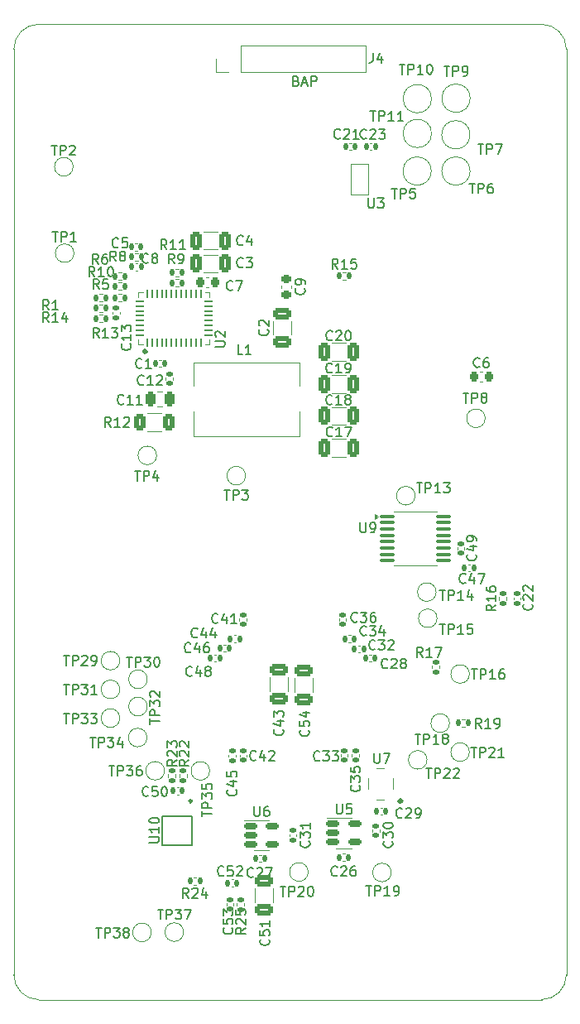
<source format=gbr>
%TF.GenerationSoftware,KiCad,Pcbnew,8.0.7*%
%TF.CreationDate,2025-03-05T19:31:21-05:00*%
%TF.ProjectId,bitaxeGamma,62697461-7865-4476-916d-6d612e6b6963,rev?*%
%TF.SameCoordinates,Original*%
%TF.FileFunction,Legend,Top*%
%TF.FilePolarity,Positive*%
%FSLAX46Y46*%
G04 Gerber Fmt 4.6, Leading zero omitted, Abs format (unit mm)*
G04 Created by KiCad (PCBNEW 8.0.7) date 2025-03-05 19:31:21*
%MOMM*%
%LPD*%
G01*
G04 APERTURE LIST*
G04 Aperture macros list*
%AMRoundRect*
0 Rectangle with rounded corners*
0 $1 Rounding radius*
0 $2 $3 $4 $5 $6 $7 $8 $9 X,Y pos of 4 corners*
0 Add a 4 corners polygon primitive as box body*
4,1,4,$2,$3,$4,$5,$6,$7,$8,$9,$2,$3,0*
0 Add four circle primitives for the rounded corners*
1,1,$1+$1,$2,$3*
1,1,$1+$1,$4,$5*
1,1,$1+$1,$6,$7*
1,1,$1+$1,$8,$9*
0 Add four rect primitives between the rounded corners*
20,1,$1+$1,$2,$3,$4,$5,0*
20,1,$1+$1,$4,$5,$6,$7,0*
20,1,$1+$1,$6,$7,$8,$9,0*
20,1,$1+$1,$8,$9,$2,$3,0*%
G04 Aperture macros list end*
%ADD10C,0.150000*%
%ADD11C,0.120000*%
%ADD12C,0.313180*%
%ADD13C,0.254165*%
%ADD14C,0.300000*%
%ADD15C,0.100000*%
%ADD16RoundRect,0.250000X-0.325000X-0.650000X0.325000X-0.650000X0.325000X0.650000X-0.325000X0.650000X0*%
%ADD17RoundRect,0.250000X-0.650000X0.325000X-0.650000X-0.325000X0.650000X-0.325000X0.650000X0.325000X0*%
%ADD18C,1.500000*%
%ADD19C,2.000000*%
%ADD20RoundRect,0.140000X-0.170000X0.140000X-0.170000X-0.140000X0.170000X-0.140000X0.170000X0.140000X0*%
%ADD21RoundRect,0.140000X0.170000X-0.140000X0.170000X0.140000X-0.170000X0.140000X-0.170000X-0.140000X0*%
%ADD22RoundRect,0.135000X-0.185000X0.135000X-0.185000X-0.135000X0.185000X-0.135000X0.185000X0.135000X0*%
%ADD23RoundRect,0.140000X0.140000X0.170000X-0.140000X0.170000X-0.140000X-0.170000X0.140000X-0.170000X0*%
%ADD24C,6.000000*%
%ADD25RoundRect,0.250000X0.312500X0.625000X-0.312500X0.625000X-0.312500X-0.625000X0.312500X-0.625000X0*%
%ADD26RoundRect,0.150000X-0.512500X-0.150000X0.512500X-0.150000X0.512500X0.150000X-0.512500X0.150000X0*%
%ADD27RoundRect,0.135000X-0.135000X-0.185000X0.135000X-0.185000X0.135000X0.185000X-0.135000X0.185000X0*%
%ADD28RoundRect,0.135000X0.135000X0.185000X-0.135000X0.185000X-0.135000X-0.185000X0.135000X-0.185000X0*%
%ADD29C,2.500000*%
%ADD30R,1.100000X1.300000*%
%ADD31RoundRect,0.140000X-0.140000X-0.170000X0.140000X-0.170000X0.140000X0.170000X-0.140000X0.170000X0*%
%ADD32C,0.800000*%
%ADD33RoundRect,0.250000X0.650000X-0.325000X0.650000X0.325000X-0.650000X0.325000X-0.650000X-0.325000X0*%
%ADD34RoundRect,0.135000X0.185000X-0.135000X0.185000X0.135000X-0.185000X0.135000X-0.185000X-0.135000X0*%
%ADD35R,0.400000X1.100000*%
%ADD36R,1.700000X1.700000*%
%ADD37O,1.700000X1.700000*%
%ADD38RoundRect,0.100000X-0.637500X-0.100000X0.637500X-0.100000X0.637500X0.100000X-0.637500X0.100000X0*%
%ADD39R,4.000000X2.600000*%
%ADD40RoundRect,0.225000X-0.225000X-0.250000X0.225000X-0.250000X0.225000X0.250000X-0.225000X0.250000X0*%
%ADD41RoundRect,0.225000X-0.250000X0.225000X-0.250000X-0.225000X0.250000X-0.225000X0.250000X0.225000X0*%
%ADD42RoundRect,0.062500X0.062500X-0.337500X0.062500X0.337500X-0.062500X0.337500X-0.062500X-0.337500X0*%
%ADD43RoundRect,0.062500X0.337500X-0.062500X0.337500X0.062500X-0.337500X0.062500X-0.337500X-0.062500X0*%
%ADD44C,0.400000*%
%ADD45R,5.300000X3.300000*%
%ADD46RoundRect,0.250000X-0.250000X-0.475000X0.250000X-0.475000X0.250000X0.475000X-0.250000X0.475000X0*%
%ADD47R,0.952500X0.558800*%
%ADD48C,1.295400*%
%ADD49C,1.574800*%
%ADD50C,1.700000*%
%ADD51C,0.650000*%
%ADD52O,1.800000X1.000000*%
%ADD53O,2.100000X1.000000*%
%ADD54C,0.990600*%
%ADD55C,1.600000*%
%ADD56C,1.800000*%
%TA.AperFunction,Profile*%
%ADD57C,0.001000*%
%TD*%
G04 APERTURE END LIST*
D10*
X106100112Y-53316009D02*
X106242969Y-53363628D01*
X106242969Y-53363628D02*
X106290588Y-53411247D01*
X106290588Y-53411247D02*
X106338207Y-53506485D01*
X106338207Y-53506485D02*
X106338207Y-53649342D01*
X106338207Y-53649342D02*
X106290588Y-53744580D01*
X106290588Y-53744580D02*
X106242969Y-53792200D01*
X106242969Y-53792200D02*
X106147731Y-53839819D01*
X106147731Y-53839819D02*
X105766779Y-53839819D01*
X105766779Y-53839819D02*
X105766779Y-52839819D01*
X105766779Y-52839819D02*
X106100112Y-52839819D01*
X106100112Y-52839819D02*
X106195350Y-52887438D01*
X106195350Y-52887438D02*
X106242969Y-52935057D01*
X106242969Y-52935057D02*
X106290588Y-53030295D01*
X106290588Y-53030295D02*
X106290588Y-53125533D01*
X106290588Y-53125533D02*
X106242969Y-53220771D01*
X106242969Y-53220771D02*
X106195350Y-53268390D01*
X106195350Y-53268390D02*
X106100112Y-53316009D01*
X106100112Y-53316009D02*
X105766779Y-53316009D01*
X106719160Y-53554104D02*
X107195350Y-53554104D01*
X106623922Y-53839819D02*
X106957255Y-52839819D01*
X106957255Y-52839819D02*
X107290588Y-53839819D01*
X107623922Y-53839819D02*
X107623922Y-52839819D01*
X107623922Y-52839819D02*
X108004874Y-52839819D01*
X108004874Y-52839819D02*
X108100112Y-52887438D01*
X108100112Y-52887438D02*
X108147731Y-52935057D01*
X108147731Y-52935057D02*
X108195350Y-53030295D01*
X108195350Y-53030295D02*
X108195350Y-53173152D01*
X108195350Y-53173152D02*
X108147731Y-53268390D01*
X108147731Y-53268390D02*
X108100112Y-53316009D01*
X108100112Y-53316009D02*
X108004874Y-53363628D01*
X108004874Y-53363628D02*
X107623922Y-53363628D01*
X109777142Y-79769580D02*
X109729523Y-79817200D01*
X109729523Y-79817200D02*
X109586666Y-79864819D01*
X109586666Y-79864819D02*
X109491428Y-79864819D01*
X109491428Y-79864819D02*
X109348571Y-79817200D01*
X109348571Y-79817200D02*
X109253333Y-79721961D01*
X109253333Y-79721961D02*
X109205714Y-79626723D01*
X109205714Y-79626723D02*
X109158095Y-79436247D01*
X109158095Y-79436247D02*
X109158095Y-79293390D01*
X109158095Y-79293390D02*
X109205714Y-79102914D01*
X109205714Y-79102914D02*
X109253333Y-79007676D01*
X109253333Y-79007676D02*
X109348571Y-78912438D01*
X109348571Y-78912438D02*
X109491428Y-78864819D01*
X109491428Y-78864819D02*
X109586666Y-78864819D01*
X109586666Y-78864819D02*
X109729523Y-78912438D01*
X109729523Y-78912438D02*
X109777142Y-78960057D01*
X110158095Y-78960057D02*
X110205714Y-78912438D01*
X110205714Y-78912438D02*
X110300952Y-78864819D01*
X110300952Y-78864819D02*
X110539047Y-78864819D01*
X110539047Y-78864819D02*
X110634285Y-78912438D01*
X110634285Y-78912438D02*
X110681904Y-78960057D01*
X110681904Y-78960057D02*
X110729523Y-79055295D01*
X110729523Y-79055295D02*
X110729523Y-79150533D01*
X110729523Y-79150533D02*
X110681904Y-79293390D01*
X110681904Y-79293390D02*
X110110476Y-79864819D01*
X110110476Y-79864819D02*
X110729523Y-79864819D01*
X111348571Y-78864819D02*
X111443809Y-78864819D01*
X111443809Y-78864819D02*
X111539047Y-78912438D01*
X111539047Y-78912438D02*
X111586666Y-78960057D01*
X111586666Y-78960057D02*
X111634285Y-79055295D01*
X111634285Y-79055295D02*
X111681904Y-79245771D01*
X111681904Y-79245771D02*
X111681904Y-79483866D01*
X111681904Y-79483866D02*
X111634285Y-79674342D01*
X111634285Y-79674342D02*
X111586666Y-79769580D01*
X111586666Y-79769580D02*
X111539047Y-79817200D01*
X111539047Y-79817200D02*
X111443809Y-79864819D01*
X111443809Y-79864819D02*
X111348571Y-79864819D01*
X111348571Y-79864819D02*
X111253333Y-79817200D01*
X111253333Y-79817200D02*
X111205714Y-79769580D01*
X111205714Y-79769580D02*
X111158095Y-79674342D01*
X111158095Y-79674342D02*
X111110476Y-79483866D01*
X111110476Y-79483866D02*
X111110476Y-79245771D01*
X111110476Y-79245771D02*
X111158095Y-79055295D01*
X111158095Y-79055295D02*
X111205714Y-78960057D01*
X111205714Y-78960057D02*
X111253333Y-78912438D01*
X111253333Y-78912438D02*
X111348571Y-78864819D01*
X103259580Y-141117857D02*
X103307200Y-141165476D01*
X103307200Y-141165476D02*
X103354819Y-141308333D01*
X103354819Y-141308333D02*
X103354819Y-141403571D01*
X103354819Y-141403571D02*
X103307200Y-141546428D01*
X103307200Y-141546428D02*
X103211961Y-141641666D01*
X103211961Y-141641666D02*
X103116723Y-141689285D01*
X103116723Y-141689285D02*
X102926247Y-141736904D01*
X102926247Y-141736904D02*
X102783390Y-141736904D01*
X102783390Y-141736904D02*
X102592914Y-141689285D01*
X102592914Y-141689285D02*
X102497676Y-141641666D01*
X102497676Y-141641666D02*
X102402438Y-141546428D01*
X102402438Y-141546428D02*
X102354819Y-141403571D01*
X102354819Y-141403571D02*
X102354819Y-141308333D01*
X102354819Y-141308333D02*
X102402438Y-141165476D01*
X102402438Y-141165476D02*
X102450057Y-141117857D01*
X102354819Y-140213095D02*
X102354819Y-140689285D01*
X102354819Y-140689285D02*
X102831009Y-140736904D01*
X102831009Y-140736904D02*
X102783390Y-140689285D01*
X102783390Y-140689285D02*
X102735771Y-140594047D01*
X102735771Y-140594047D02*
X102735771Y-140355952D01*
X102735771Y-140355952D02*
X102783390Y-140260714D01*
X102783390Y-140260714D02*
X102831009Y-140213095D01*
X102831009Y-140213095D02*
X102926247Y-140165476D01*
X102926247Y-140165476D02*
X103164342Y-140165476D01*
X103164342Y-140165476D02*
X103259580Y-140213095D01*
X103259580Y-140213095D02*
X103307200Y-140260714D01*
X103307200Y-140260714D02*
X103354819Y-140355952D01*
X103354819Y-140355952D02*
X103354819Y-140594047D01*
X103354819Y-140594047D02*
X103307200Y-140689285D01*
X103307200Y-140689285D02*
X103259580Y-140736904D01*
X103354819Y-139213095D02*
X103354819Y-139784523D01*
X103354819Y-139498809D02*
X102354819Y-139498809D01*
X102354819Y-139498809D02*
X102497676Y-139594047D01*
X102497676Y-139594047D02*
X102592914Y-139689285D01*
X102592914Y-139689285D02*
X102640533Y-139784523D01*
X113231905Y-135644819D02*
X113803333Y-135644819D01*
X113517619Y-136644819D02*
X113517619Y-135644819D01*
X114136667Y-136644819D02*
X114136667Y-135644819D01*
X114136667Y-135644819D02*
X114517619Y-135644819D01*
X114517619Y-135644819D02*
X114612857Y-135692438D01*
X114612857Y-135692438D02*
X114660476Y-135740057D01*
X114660476Y-135740057D02*
X114708095Y-135835295D01*
X114708095Y-135835295D02*
X114708095Y-135978152D01*
X114708095Y-135978152D02*
X114660476Y-136073390D01*
X114660476Y-136073390D02*
X114612857Y-136121009D01*
X114612857Y-136121009D02*
X114517619Y-136168628D01*
X114517619Y-136168628D02*
X114136667Y-136168628D01*
X115660476Y-136644819D02*
X115089048Y-136644819D01*
X115374762Y-136644819D02*
X115374762Y-135644819D01*
X115374762Y-135644819D02*
X115279524Y-135787676D01*
X115279524Y-135787676D02*
X115184286Y-135882914D01*
X115184286Y-135882914D02*
X115089048Y-135930533D01*
X116136667Y-136644819D02*
X116327143Y-136644819D01*
X116327143Y-136644819D02*
X116422381Y-136597200D01*
X116422381Y-136597200D02*
X116470000Y-136549580D01*
X116470000Y-136549580D02*
X116565238Y-136406723D01*
X116565238Y-136406723D02*
X116612857Y-136216247D01*
X116612857Y-136216247D02*
X116612857Y-135835295D01*
X116612857Y-135835295D02*
X116565238Y-135740057D01*
X116565238Y-135740057D02*
X116517619Y-135692438D01*
X116517619Y-135692438D02*
X116422381Y-135644819D01*
X116422381Y-135644819D02*
X116231905Y-135644819D01*
X116231905Y-135644819D02*
X116136667Y-135692438D01*
X116136667Y-135692438D02*
X116089048Y-135740057D01*
X116089048Y-135740057D02*
X116041429Y-135835295D01*
X116041429Y-135835295D02*
X116041429Y-136073390D01*
X116041429Y-136073390D02*
X116089048Y-136168628D01*
X116089048Y-136168628D02*
X116136667Y-136216247D01*
X116136667Y-136216247D02*
X116231905Y-136263866D01*
X116231905Y-136263866D02*
X116422381Y-136263866D01*
X116422381Y-136263866D02*
X116517619Y-136216247D01*
X116517619Y-136216247D02*
X116565238Y-136168628D01*
X116565238Y-136168628D02*
X116612857Y-136073390D01*
X98082142Y-108709580D02*
X98034523Y-108757200D01*
X98034523Y-108757200D02*
X97891666Y-108804819D01*
X97891666Y-108804819D02*
X97796428Y-108804819D01*
X97796428Y-108804819D02*
X97653571Y-108757200D01*
X97653571Y-108757200D02*
X97558333Y-108661961D01*
X97558333Y-108661961D02*
X97510714Y-108566723D01*
X97510714Y-108566723D02*
X97463095Y-108376247D01*
X97463095Y-108376247D02*
X97463095Y-108233390D01*
X97463095Y-108233390D02*
X97510714Y-108042914D01*
X97510714Y-108042914D02*
X97558333Y-107947676D01*
X97558333Y-107947676D02*
X97653571Y-107852438D01*
X97653571Y-107852438D02*
X97796428Y-107804819D01*
X97796428Y-107804819D02*
X97891666Y-107804819D01*
X97891666Y-107804819D02*
X98034523Y-107852438D01*
X98034523Y-107852438D02*
X98082142Y-107900057D01*
X98939285Y-108138152D02*
X98939285Y-108804819D01*
X98701190Y-107757200D02*
X98463095Y-108471485D01*
X98463095Y-108471485D02*
X99082142Y-108471485D01*
X99986904Y-108804819D02*
X99415476Y-108804819D01*
X99701190Y-108804819D02*
X99701190Y-107804819D01*
X99701190Y-107804819D02*
X99605952Y-107947676D01*
X99605952Y-107947676D02*
X99510714Y-108042914D01*
X99510714Y-108042914D02*
X99415476Y-108090533D01*
X123961905Y-121484819D02*
X124533333Y-121484819D01*
X124247619Y-122484819D02*
X124247619Y-121484819D01*
X124866667Y-122484819D02*
X124866667Y-121484819D01*
X124866667Y-121484819D02*
X125247619Y-121484819D01*
X125247619Y-121484819D02*
X125342857Y-121532438D01*
X125342857Y-121532438D02*
X125390476Y-121580057D01*
X125390476Y-121580057D02*
X125438095Y-121675295D01*
X125438095Y-121675295D02*
X125438095Y-121818152D01*
X125438095Y-121818152D02*
X125390476Y-121913390D01*
X125390476Y-121913390D02*
X125342857Y-121961009D01*
X125342857Y-121961009D02*
X125247619Y-122008628D01*
X125247619Y-122008628D02*
X124866667Y-122008628D01*
X125819048Y-121580057D02*
X125866667Y-121532438D01*
X125866667Y-121532438D02*
X125961905Y-121484819D01*
X125961905Y-121484819D02*
X126200000Y-121484819D01*
X126200000Y-121484819D02*
X126295238Y-121532438D01*
X126295238Y-121532438D02*
X126342857Y-121580057D01*
X126342857Y-121580057D02*
X126390476Y-121675295D01*
X126390476Y-121675295D02*
X126390476Y-121770533D01*
X126390476Y-121770533D02*
X126342857Y-121913390D01*
X126342857Y-121913390D02*
X125771429Y-122484819D01*
X125771429Y-122484819D02*
X126390476Y-122484819D01*
X127342857Y-122484819D02*
X126771429Y-122484819D01*
X127057143Y-122484819D02*
X127057143Y-121484819D01*
X127057143Y-121484819D02*
X126961905Y-121627676D01*
X126961905Y-121627676D02*
X126866667Y-121722914D01*
X126866667Y-121722914D02*
X126771429Y-121770533D01*
X118241905Y-120124819D02*
X118813333Y-120124819D01*
X118527619Y-121124819D02*
X118527619Y-120124819D01*
X119146667Y-121124819D02*
X119146667Y-120124819D01*
X119146667Y-120124819D02*
X119527619Y-120124819D01*
X119527619Y-120124819D02*
X119622857Y-120172438D01*
X119622857Y-120172438D02*
X119670476Y-120220057D01*
X119670476Y-120220057D02*
X119718095Y-120315295D01*
X119718095Y-120315295D02*
X119718095Y-120458152D01*
X119718095Y-120458152D02*
X119670476Y-120553390D01*
X119670476Y-120553390D02*
X119622857Y-120601009D01*
X119622857Y-120601009D02*
X119527619Y-120648628D01*
X119527619Y-120648628D02*
X119146667Y-120648628D01*
X120670476Y-121124819D02*
X120099048Y-121124819D01*
X120384762Y-121124819D02*
X120384762Y-120124819D01*
X120384762Y-120124819D02*
X120289524Y-120267676D01*
X120289524Y-120267676D02*
X120194286Y-120362914D01*
X120194286Y-120362914D02*
X120099048Y-120410533D01*
X121241905Y-120553390D02*
X121146667Y-120505771D01*
X121146667Y-120505771D02*
X121099048Y-120458152D01*
X121099048Y-120458152D02*
X121051429Y-120362914D01*
X121051429Y-120362914D02*
X121051429Y-120315295D01*
X121051429Y-120315295D02*
X121099048Y-120220057D01*
X121099048Y-120220057D02*
X121146667Y-120172438D01*
X121146667Y-120172438D02*
X121241905Y-120124819D01*
X121241905Y-120124819D02*
X121432381Y-120124819D01*
X121432381Y-120124819D02*
X121527619Y-120172438D01*
X121527619Y-120172438D02*
X121575238Y-120220057D01*
X121575238Y-120220057D02*
X121622857Y-120315295D01*
X121622857Y-120315295D02*
X121622857Y-120362914D01*
X121622857Y-120362914D02*
X121575238Y-120458152D01*
X121575238Y-120458152D02*
X121527619Y-120505771D01*
X121527619Y-120505771D02*
X121432381Y-120553390D01*
X121432381Y-120553390D02*
X121241905Y-120553390D01*
X121241905Y-120553390D02*
X121146667Y-120601009D01*
X121146667Y-120601009D02*
X121099048Y-120648628D01*
X121099048Y-120648628D02*
X121051429Y-120743866D01*
X121051429Y-120743866D02*
X121051429Y-120934342D01*
X121051429Y-120934342D02*
X121099048Y-121029580D01*
X121099048Y-121029580D02*
X121146667Y-121077200D01*
X121146667Y-121077200D02*
X121241905Y-121124819D01*
X121241905Y-121124819D02*
X121432381Y-121124819D01*
X121432381Y-121124819D02*
X121527619Y-121077200D01*
X121527619Y-121077200D02*
X121575238Y-121029580D01*
X121575238Y-121029580D02*
X121622857Y-120934342D01*
X121622857Y-120934342D02*
X121622857Y-120743866D01*
X121622857Y-120743866D02*
X121575238Y-120648628D01*
X121575238Y-120648628D02*
X121527619Y-120601009D01*
X121527619Y-120601009D02*
X121432381Y-120553390D01*
X101967142Y-122729580D02*
X101919523Y-122777200D01*
X101919523Y-122777200D02*
X101776666Y-122824819D01*
X101776666Y-122824819D02*
X101681428Y-122824819D01*
X101681428Y-122824819D02*
X101538571Y-122777200D01*
X101538571Y-122777200D02*
X101443333Y-122681961D01*
X101443333Y-122681961D02*
X101395714Y-122586723D01*
X101395714Y-122586723D02*
X101348095Y-122396247D01*
X101348095Y-122396247D02*
X101348095Y-122253390D01*
X101348095Y-122253390D02*
X101395714Y-122062914D01*
X101395714Y-122062914D02*
X101443333Y-121967676D01*
X101443333Y-121967676D02*
X101538571Y-121872438D01*
X101538571Y-121872438D02*
X101681428Y-121824819D01*
X101681428Y-121824819D02*
X101776666Y-121824819D01*
X101776666Y-121824819D02*
X101919523Y-121872438D01*
X101919523Y-121872438D02*
X101967142Y-121920057D01*
X102824285Y-122158152D02*
X102824285Y-122824819D01*
X102586190Y-121777200D02*
X102348095Y-122491485D01*
X102348095Y-122491485D02*
X102967142Y-122491485D01*
X103300476Y-121920057D02*
X103348095Y-121872438D01*
X103348095Y-121872438D02*
X103443333Y-121824819D01*
X103443333Y-121824819D02*
X103681428Y-121824819D01*
X103681428Y-121824819D02*
X103776666Y-121872438D01*
X103776666Y-121872438D02*
X103824285Y-121920057D01*
X103824285Y-121920057D02*
X103871904Y-122015295D01*
X103871904Y-122015295D02*
X103871904Y-122110533D01*
X103871904Y-122110533D02*
X103824285Y-122253390D01*
X103824285Y-122253390D02*
X103252857Y-122824819D01*
X103252857Y-122824819D02*
X103871904Y-122824819D01*
X123161095Y-85238819D02*
X123732523Y-85238819D01*
X123446809Y-86238819D02*
X123446809Y-85238819D01*
X124065857Y-86238819D02*
X124065857Y-85238819D01*
X124065857Y-85238819D02*
X124446809Y-85238819D01*
X124446809Y-85238819D02*
X124542047Y-85286438D01*
X124542047Y-85286438D02*
X124589666Y-85334057D01*
X124589666Y-85334057D02*
X124637285Y-85429295D01*
X124637285Y-85429295D02*
X124637285Y-85572152D01*
X124637285Y-85572152D02*
X124589666Y-85667390D01*
X124589666Y-85667390D02*
X124542047Y-85715009D01*
X124542047Y-85715009D02*
X124446809Y-85762628D01*
X124446809Y-85762628D02*
X124065857Y-85762628D01*
X125208714Y-85667390D02*
X125113476Y-85619771D01*
X125113476Y-85619771D02*
X125065857Y-85572152D01*
X125065857Y-85572152D02*
X125018238Y-85476914D01*
X125018238Y-85476914D02*
X125018238Y-85429295D01*
X125018238Y-85429295D02*
X125065857Y-85334057D01*
X125065857Y-85334057D02*
X125113476Y-85286438D01*
X125113476Y-85286438D02*
X125208714Y-85238819D01*
X125208714Y-85238819D02*
X125399190Y-85238819D01*
X125399190Y-85238819D02*
X125494428Y-85286438D01*
X125494428Y-85286438D02*
X125542047Y-85334057D01*
X125542047Y-85334057D02*
X125589666Y-85429295D01*
X125589666Y-85429295D02*
X125589666Y-85476914D01*
X125589666Y-85476914D02*
X125542047Y-85572152D01*
X125542047Y-85572152D02*
X125494428Y-85619771D01*
X125494428Y-85619771D02*
X125399190Y-85667390D01*
X125399190Y-85667390D02*
X125208714Y-85667390D01*
X125208714Y-85667390D02*
X125113476Y-85715009D01*
X125113476Y-85715009D02*
X125065857Y-85762628D01*
X125065857Y-85762628D02*
X125018238Y-85857866D01*
X125018238Y-85857866D02*
X125018238Y-86048342D01*
X125018238Y-86048342D02*
X125065857Y-86143580D01*
X125065857Y-86143580D02*
X125113476Y-86191200D01*
X125113476Y-86191200D02*
X125208714Y-86238819D01*
X125208714Y-86238819D02*
X125399190Y-86238819D01*
X125399190Y-86238819D02*
X125494428Y-86191200D01*
X125494428Y-86191200D02*
X125542047Y-86143580D01*
X125542047Y-86143580D02*
X125589666Y-86048342D01*
X125589666Y-86048342D02*
X125589666Y-85857866D01*
X125589666Y-85857866D02*
X125542047Y-85762628D01*
X125542047Y-85762628D02*
X125494428Y-85715009D01*
X125494428Y-85715009D02*
X125399190Y-85667390D01*
X93884819Y-122752857D02*
X93408628Y-123086190D01*
X93884819Y-123324285D02*
X92884819Y-123324285D01*
X92884819Y-123324285D02*
X92884819Y-122943333D01*
X92884819Y-122943333D02*
X92932438Y-122848095D01*
X92932438Y-122848095D02*
X92980057Y-122800476D01*
X92980057Y-122800476D02*
X93075295Y-122752857D01*
X93075295Y-122752857D02*
X93218152Y-122752857D01*
X93218152Y-122752857D02*
X93313390Y-122800476D01*
X93313390Y-122800476D02*
X93361009Y-122848095D01*
X93361009Y-122848095D02*
X93408628Y-122943333D01*
X93408628Y-122943333D02*
X93408628Y-123324285D01*
X92980057Y-122371904D02*
X92932438Y-122324285D01*
X92932438Y-122324285D02*
X92884819Y-122229047D01*
X92884819Y-122229047D02*
X92884819Y-121990952D01*
X92884819Y-121990952D02*
X92932438Y-121895714D01*
X92932438Y-121895714D02*
X92980057Y-121848095D01*
X92980057Y-121848095D02*
X93075295Y-121800476D01*
X93075295Y-121800476D02*
X93170533Y-121800476D01*
X93170533Y-121800476D02*
X93313390Y-121848095D01*
X93313390Y-121848095D02*
X93884819Y-122419523D01*
X93884819Y-122419523D02*
X93884819Y-121800476D01*
X92884819Y-121467142D02*
X92884819Y-120848095D01*
X92884819Y-120848095D02*
X93265771Y-121181428D01*
X93265771Y-121181428D02*
X93265771Y-121038571D01*
X93265771Y-121038571D02*
X93313390Y-120943333D01*
X93313390Y-120943333D02*
X93361009Y-120895714D01*
X93361009Y-120895714D02*
X93456247Y-120848095D01*
X93456247Y-120848095D02*
X93694342Y-120848095D01*
X93694342Y-120848095D02*
X93789580Y-120895714D01*
X93789580Y-120895714D02*
X93837200Y-120943333D01*
X93837200Y-120943333D02*
X93884819Y-121038571D01*
X93884819Y-121038571D02*
X93884819Y-121324285D01*
X93884819Y-121324285D02*
X93837200Y-121419523D01*
X93837200Y-121419523D02*
X93789580Y-121467142D01*
X95282142Y-111684580D02*
X95234523Y-111732200D01*
X95234523Y-111732200D02*
X95091666Y-111779819D01*
X95091666Y-111779819D02*
X94996428Y-111779819D01*
X94996428Y-111779819D02*
X94853571Y-111732200D01*
X94853571Y-111732200D02*
X94758333Y-111636961D01*
X94758333Y-111636961D02*
X94710714Y-111541723D01*
X94710714Y-111541723D02*
X94663095Y-111351247D01*
X94663095Y-111351247D02*
X94663095Y-111208390D01*
X94663095Y-111208390D02*
X94710714Y-111017914D01*
X94710714Y-111017914D02*
X94758333Y-110922676D01*
X94758333Y-110922676D02*
X94853571Y-110827438D01*
X94853571Y-110827438D02*
X94996428Y-110779819D01*
X94996428Y-110779819D02*
X95091666Y-110779819D01*
X95091666Y-110779819D02*
X95234523Y-110827438D01*
X95234523Y-110827438D02*
X95282142Y-110875057D01*
X96139285Y-111113152D02*
X96139285Y-111779819D01*
X95901190Y-110732200D02*
X95663095Y-111446485D01*
X95663095Y-111446485D02*
X96282142Y-111446485D01*
X97091666Y-110779819D02*
X96901190Y-110779819D01*
X96901190Y-110779819D02*
X96805952Y-110827438D01*
X96805952Y-110827438D02*
X96758333Y-110875057D01*
X96758333Y-110875057D02*
X96663095Y-111017914D01*
X96663095Y-111017914D02*
X96615476Y-111208390D01*
X96615476Y-111208390D02*
X96615476Y-111589342D01*
X96615476Y-111589342D02*
X96663095Y-111684580D01*
X96663095Y-111684580D02*
X96710714Y-111732200D01*
X96710714Y-111732200D02*
X96805952Y-111779819D01*
X96805952Y-111779819D02*
X96996428Y-111779819D01*
X96996428Y-111779819D02*
X97091666Y-111732200D01*
X97091666Y-111732200D02*
X97139285Y-111684580D01*
X97139285Y-111684580D02*
X97186904Y-111589342D01*
X97186904Y-111589342D02*
X97186904Y-111351247D01*
X97186904Y-111351247D02*
X97139285Y-111256009D01*
X97139285Y-111256009D02*
X97091666Y-111208390D01*
X97091666Y-111208390D02*
X96996428Y-111160771D01*
X96996428Y-111160771D02*
X96805952Y-111160771D01*
X96805952Y-111160771D02*
X96710714Y-111208390D01*
X96710714Y-111208390D02*
X96663095Y-111256009D01*
X96663095Y-111256009D02*
X96615476Y-111351247D01*
X87117142Y-88704819D02*
X86783809Y-88228628D01*
X86545714Y-88704819D02*
X86545714Y-87704819D01*
X86545714Y-87704819D02*
X86926666Y-87704819D01*
X86926666Y-87704819D02*
X87021904Y-87752438D01*
X87021904Y-87752438D02*
X87069523Y-87800057D01*
X87069523Y-87800057D02*
X87117142Y-87895295D01*
X87117142Y-87895295D02*
X87117142Y-88038152D01*
X87117142Y-88038152D02*
X87069523Y-88133390D01*
X87069523Y-88133390D02*
X87021904Y-88181009D01*
X87021904Y-88181009D02*
X86926666Y-88228628D01*
X86926666Y-88228628D02*
X86545714Y-88228628D01*
X88069523Y-88704819D02*
X87498095Y-88704819D01*
X87783809Y-88704819D02*
X87783809Y-87704819D01*
X87783809Y-87704819D02*
X87688571Y-87847676D01*
X87688571Y-87847676D02*
X87593333Y-87942914D01*
X87593333Y-87942914D02*
X87498095Y-87990533D01*
X88450476Y-87800057D02*
X88498095Y-87752438D01*
X88498095Y-87752438D02*
X88593333Y-87704819D01*
X88593333Y-87704819D02*
X88831428Y-87704819D01*
X88831428Y-87704819D02*
X88926666Y-87752438D01*
X88926666Y-87752438D02*
X88974285Y-87800057D01*
X88974285Y-87800057D02*
X89021904Y-87895295D01*
X89021904Y-87895295D02*
X89021904Y-87990533D01*
X89021904Y-87990533D02*
X88974285Y-88133390D01*
X88974285Y-88133390D02*
X88402857Y-88704819D01*
X88402857Y-88704819D02*
X89021904Y-88704819D01*
X89084580Y-80217857D02*
X89132200Y-80265476D01*
X89132200Y-80265476D02*
X89179819Y-80408333D01*
X89179819Y-80408333D02*
X89179819Y-80503571D01*
X89179819Y-80503571D02*
X89132200Y-80646428D01*
X89132200Y-80646428D02*
X89036961Y-80741666D01*
X89036961Y-80741666D02*
X88941723Y-80789285D01*
X88941723Y-80789285D02*
X88751247Y-80836904D01*
X88751247Y-80836904D02*
X88608390Y-80836904D01*
X88608390Y-80836904D02*
X88417914Y-80789285D01*
X88417914Y-80789285D02*
X88322676Y-80741666D01*
X88322676Y-80741666D02*
X88227438Y-80646428D01*
X88227438Y-80646428D02*
X88179819Y-80503571D01*
X88179819Y-80503571D02*
X88179819Y-80408333D01*
X88179819Y-80408333D02*
X88227438Y-80265476D01*
X88227438Y-80265476D02*
X88275057Y-80217857D01*
X89179819Y-79265476D02*
X89179819Y-79836904D01*
X89179819Y-79551190D02*
X88179819Y-79551190D01*
X88179819Y-79551190D02*
X88322676Y-79646428D01*
X88322676Y-79646428D02*
X88417914Y-79741666D01*
X88417914Y-79741666D02*
X88465533Y-79836904D01*
X88179819Y-78932142D02*
X88179819Y-78313095D01*
X88179819Y-78313095D02*
X88560771Y-78646428D01*
X88560771Y-78646428D02*
X88560771Y-78503571D01*
X88560771Y-78503571D02*
X88608390Y-78408333D01*
X88608390Y-78408333D02*
X88656009Y-78360714D01*
X88656009Y-78360714D02*
X88751247Y-78313095D01*
X88751247Y-78313095D02*
X88989342Y-78313095D01*
X88989342Y-78313095D02*
X89084580Y-78360714D01*
X89084580Y-78360714D02*
X89132200Y-78408333D01*
X89132200Y-78408333D02*
X89179819Y-78503571D01*
X89179819Y-78503571D02*
X89179819Y-78789285D01*
X89179819Y-78789285D02*
X89132200Y-78884523D01*
X89132200Y-78884523D02*
X89084580Y-78932142D01*
X101768095Y-127524819D02*
X101768095Y-128334342D01*
X101768095Y-128334342D02*
X101815714Y-128429580D01*
X101815714Y-128429580D02*
X101863333Y-128477200D01*
X101863333Y-128477200D02*
X101958571Y-128524819D01*
X101958571Y-128524819D02*
X102149047Y-128524819D01*
X102149047Y-128524819D02*
X102244285Y-128477200D01*
X102244285Y-128477200D02*
X102291904Y-128429580D01*
X102291904Y-128429580D02*
X102339523Y-128334342D01*
X102339523Y-128334342D02*
X102339523Y-127524819D01*
X103244285Y-127524819D02*
X103053809Y-127524819D01*
X103053809Y-127524819D02*
X102958571Y-127572438D01*
X102958571Y-127572438D02*
X102910952Y-127620057D01*
X102910952Y-127620057D02*
X102815714Y-127762914D01*
X102815714Y-127762914D02*
X102768095Y-127953390D01*
X102768095Y-127953390D02*
X102768095Y-128334342D01*
X102768095Y-128334342D02*
X102815714Y-128429580D01*
X102815714Y-128429580D02*
X102863333Y-128477200D01*
X102863333Y-128477200D02*
X102958571Y-128524819D01*
X102958571Y-128524819D02*
X103149047Y-128524819D01*
X103149047Y-128524819D02*
X103244285Y-128477200D01*
X103244285Y-128477200D02*
X103291904Y-128429580D01*
X103291904Y-128429580D02*
X103339523Y-128334342D01*
X103339523Y-128334342D02*
X103339523Y-128096247D01*
X103339523Y-128096247D02*
X103291904Y-128001009D01*
X103291904Y-128001009D02*
X103244285Y-127953390D01*
X103244285Y-127953390D02*
X103149047Y-127905771D01*
X103149047Y-127905771D02*
X102958571Y-127905771D01*
X102958571Y-127905771D02*
X102863333Y-127953390D01*
X102863333Y-127953390D02*
X102815714Y-128001009D01*
X102815714Y-128001009D02*
X102768095Y-128096247D01*
X80767142Y-76737319D02*
X80433809Y-76261128D01*
X80195714Y-76737319D02*
X80195714Y-75737319D01*
X80195714Y-75737319D02*
X80576666Y-75737319D01*
X80576666Y-75737319D02*
X80671904Y-75784938D01*
X80671904Y-75784938D02*
X80719523Y-75832557D01*
X80719523Y-75832557D02*
X80767142Y-75927795D01*
X80767142Y-75927795D02*
X80767142Y-76070652D01*
X80767142Y-76070652D02*
X80719523Y-76165890D01*
X80719523Y-76165890D02*
X80671904Y-76213509D01*
X80671904Y-76213509D02*
X80576666Y-76261128D01*
X80576666Y-76261128D02*
X80195714Y-76261128D01*
X81719523Y-76737319D02*
X81148095Y-76737319D01*
X81433809Y-76737319D02*
X81433809Y-75737319D01*
X81433809Y-75737319D02*
X81338571Y-75880176D01*
X81338571Y-75880176D02*
X81243333Y-75975414D01*
X81243333Y-75975414D02*
X81148095Y-76023033D01*
X118411905Y-94444819D02*
X118983333Y-94444819D01*
X118697619Y-95444819D02*
X118697619Y-94444819D01*
X119316667Y-95444819D02*
X119316667Y-94444819D01*
X119316667Y-94444819D02*
X119697619Y-94444819D01*
X119697619Y-94444819D02*
X119792857Y-94492438D01*
X119792857Y-94492438D02*
X119840476Y-94540057D01*
X119840476Y-94540057D02*
X119888095Y-94635295D01*
X119888095Y-94635295D02*
X119888095Y-94778152D01*
X119888095Y-94778152D02*
X119840476Y-94873390D01*
X119840476Y-94873390D02*
X119792857Y-94921009D01*
X119792857Y-94921009D02*
X119697619Y-94968628D01*
X119697619Y-94968628D02*
X119316667Y-94968628D01*
X120840476Y-95444819D02*
X120269048Y-95444819D01*
X120554762Y-95444819D02*
X120554762Y-94444819D01*
X120554762Y-94444819D02*
X120459524Y-94587676D01*
X120459524Y-94587676D02*
X120364286Y-94682914D01*
X120364286Y-94682914D02*
X120269048Y-94730533D01*
X121173810Y-94444819D02*
X121792857Y-94444819D01*
X121792857Y-94444819D02*
X121459524Y-94825771D01*
X121459524Y-94825771D02*
X121602381Y-94825771D01*
X121602381Y-94825771D02*
X121697619Y-94873390D01*
X121697619Y-94873390D02*
X121745238Y-94921009D01*
X121745238Y-94921009D02*
X121792857Y-95016247D01*
X121792857Y-95016247D02*
X121792857Y-95254342D01*
X121792857Y-95254342D02*
X121745238Y-95349580D01*
X121745238Y-95349580D02*
X121697619Y-95397200D01*
X121697619Y-95397200D02*
X121602381Y-95444819D01*
X121602381Y-95444819D02*
X121316667Y-95444819D01*
X121316667Y-95444819D02*
X121221429Y-95397200D01*
X121221429Y-95397200D02*
X121173810Y-95349580D01*
X91911905Y-138064819D02*
X92483333Y-138064819D01*
X92197619Y-139064819D02*
X92197619Y-138064819D01*
X92816667Y-139064819D02*
X92816667Y-138064819D01*
X92816667Y-138064819D02*
X93197619Y-138064819D01*
X93197619Y-138064819D02*
X93292857Y-138112438D01*
X93292857Y-138112438D02*
X93340476Y-138160057D01*
X93340476Y-138160057D02*
X93388095Y-138255295D01*
X93388095Y-138255295D02*
X93388095Y-138398152D01*
X93388095Y-138398152D02*
X93340476Y-138493390D01*
X93340476Y-138493390D02*
X93292857Y-138541009D01*
X93292857Y-138541009D02*
X93197619Y-138588628D01*
X93197619Y-138588628D02*
X92816667Y-138588628D01*
X93721429Y-138064819D02*
X94340476Y-138064819D01*
X94340476Y-138064819D02*
X94007143Y-138445771D01*
X94007143Y-138445771D02*
X94150000Y-138445771D01*
X94150000Y-138445771D02*
X94245238Y-138493390D01*
X94245238Y-138493390D02*
X94292857Y-138541009D01*
X94292857Y-138541009D02*
X94340476Y-138636247D01*
X94340476Y-138636247D02*
X94340476Y-138874342D01*
X94340476Y-138874342D02*
X94292857Y-138969580D01*
X94292857Y-138969580D02*
X94245238Y-139017200D01*
X94245238Y-139017200D02*
X94150000Y-139064819D01*
X94150000Y-139064819D02*
X93864286Y-139064819D01*
X93864286Y-139064819D02*
X93769048Y-139017200D01*
X93769048Y-139017200D02*
X93721429Y-138969580D01*
X94673810Y-138064819D02*
X95340476Y-138064819D01*
X95340476Y-138064819D02*
X94911905Y-139064819D01*
X96464819Y-128568094D02*
X96464819Y-127996666D01*
X97464819Y-128282380D02*
X96464819Y-128282380D01*
X97464819Y-127663332D02*
X96464819Y-127663332D01*
X96464819Y-127663332D02*
X96464819Y-127282380D01*
X96464819Y-127282380D02*
X96512438Y-127187142D01*
X96512438Y-127187142D02*
X96560057Y-127139523D01*
X96560057Y-127139523D02*
X96655295Y-127091904D01*
X96655295Y-127091904D02*
X96798152Y-127091904D01*
X96798152Y-127091904D02*
X96893390Y-127139523D01*
X96893390Y-127139523D02*
X96941009Y-127187142D01*
X96941009Y-127187142D02*
X96988628Y-127282380D01*
X96988628Y-127282380D02*
X96988628Y-127663332D01*
X96464819Y-126758570D02*
X96464819Y-126139523D01*
X96464819Y-126139523D02*
X96845771Y-126472856D01*
X96845771Y-126472856D02*
X96845771Y-126329999D01*
X96845771Y-126329999D02*
X96893390Y-126234761D01*
X96893390Y-126234761D02*
X96941009Y-126187142D01*
X96941009Y-126187142D02*
X97036247Y-126139523D01*
X97036247Y-126139523D02*
X97274342Y-126139523D01*
X97274342Y-126139523D02*
X97369580Y-126187142D01*
X97369580Y-126187142D02*
X97417200Y-126234761D01*
X97417200Y-126234761D02*
X97464819Y-126329999D01*
X97464819Y-126329999D02*
X97464819Y-126615713D01*
X97464819Y-126615713D02*
X97417200Y-126710951D01*
X97417200Y-126710951D02*
X97369580Y-126758570D01*
X96464819Y-125234761D02*
X96464819Y-125710951D01*
X96464819Y-125710951D02*
X96941009Y-125758570D01*
X96941009Y-125758570D02*
X96893390Y-125710951D01*
X96893390Y-125710951D02*
X96845771Y-125615713D01*
X96845771Y-125615713D02*
X96845771Y-125377618D01*
X96845771Y-125377618D02*
X96893390Y-125282380D01*
X96893390Y-125282380D02*
X96941009Y-125234761D01*
X96941009Y-125234761D02*
X97036247Y-125187142D01*
X97036247Y-125187142D02*
X97274342Y-125187142D01*
X97274342Y-125187142D02*
X97369580Y-125234761D01*
X97369580Y-125234761D02*
X97417200Y-125282380D01*
X97417200Y-125282380D02*
X97464819Y-125377618D01*
X97464819Y-125377618D02*
X97464819Y-125615713D01*
X97464819Y-125615713D02*
X97417200Y-125710951D01*
X97417200Y-125710951D02*
X97369580Y-125758570D01*
X87633333Y-71754819D02*
X87300000Y-71278628D01*
X87061905Y-71754819D02*
X87061905Y-70754819D01*
X87061905Y-70754819D02*
X87442857Y-70754819D01*
X87442857Y-70754819D02*
X87538095Y-70802438D01*
X87538095Y-70802438D02*
X87585714Y-70850057D01*
X87585714Y-70850057D02*
X87633333Y-70945295D01*
X87633333Y-70945295D02*
X87633333Y-71088152D01*
X87633333Y-71088152D02*
X87585714Y-71183390D01*
X87585714Y-71183390D02*
X87538095Y-71231009D01*
X87538095Y-71231009D02*
X87442857Y-71278628D01*
X87442857Y-71278628D02*
X87061905Y-71278628D01*
X88204762Y-71183390D02*
X88109524Y-71135771D01*
X88109524Y-71135771D02*
X88061905Y-71088152D01*
X88061905Y-71088152D02*
X88014286Y-70992914D01*
X88014286Y-70992914D02*
X88014286Y-70945295D01*
X88014286Y-70945295D02*
X88061905Y-70850057D01*
X88061905Y-70850057D02*
X88109524Y-70802438D01*
X88109524Y-70802438D02*
X88204762Y-70754819D01*
X88204762Y-70754819D02*
X88395238Y-70754819D01*
X88395238Y-70754819D02*
X88490476Y-70802438D01*
X88490476Y-70802438D02*
X88538095Y-70850057D01*
X88538095Y-70850057D02*
X88585714Y-70945295D01*
X88585714Y-70945295D02*
X88585714Y-70992914D01*
X88585714Y-70992914D02*
X88538095Y-71088152D01*
X88538095Y-71088152D02*
X88490476Y-71135771D01*
X88490476Y-71135771D02*
X88395238Y-71183390D01*
X88395238Y-71183390D02*
X88204762Y-71183390D01*
X88204762Y-71183390D02*
X88109524Y-71231009D01*
X88109524Y-71231009D02*
X88061905Y-71278628D01*
X88061905Y-71278628D02*
X88014286Y-71373866D01*
X88014286Y-71373866D02*
X88014286Y-71564342D01*
X88014286Y-71564342D02*
X88061905Y-71659580D01*
X88061905Y-71659580D02*
X88109524Y-71707200D01*
X88109524Y-71707200D02*
X88204762Y-71754819D01*
X88204762Y-71754819D02*
X88395238Y-71754819D01*
X88395238Y-71754819D02*
X88490476Y-71707200D01*
X88490476Y-71707200D02*
X88538095Y-71659580D01*
X88538095Y-71659580D02*
X88585714Y-71564342D01*
X88585714Y-71564342D02*
X88585714Y-71373866D01*
X88585714Y-71373866D02*
X88538095Y-71278628D01*
X88538095Y-71278628D02*
X88490476Y-71231009D01*
X88490476Y-71231009D02*
X88395238Y-71183390D01*
X92832142Y-70554819D02*
X92498809Y-70078628D01*
X92260714Y-70554819D02*
X92260714Y-69554819D01*
X92260714Y-69554819D02*
X92641666Y-69554819D01*
X92641666Y-69554819D02*
X92736904Y-69602438D01*
X92736904Y-69602438D02*
X92784523Y-69650057D01*
X92784523Y-69650057D02*
X92832142Y-69745295D01*
X92832142Y-69745295D02*
X92832142Y-69888152D01*
X92832142Y-69888152D02*
X92784523Y-69983390D01*
X92784523Y-69983390D02*
X92736904Y-70031009D01*
X92736904Y-70031009D02*
X92641666Y-70078628D01*
X92641666Y-70078628D02*
X92260714Y-70078628D01*
X93784523Y-70554819D02*
X93213095Y-70554819D01*
X93498809Y-70554819D02*
X93498809Y-69554819D01*
X93498809Y-69554819D02*
X93403571Y-69697676D01*
X93403571Y-69697676D02*
X93308333Y-69792914D01*
X93308333Y-69792914D02*
X93213095Y-69840533D01*
X94736904Y-70554819D02*
X94165476Y-70554819D01*
X94451190Y-70554819D02*
X94451190Y-69554819D01*
X94451190Y-69554819D02*
X94355952Y-69697676D01*
X94355952Y-69697676D02*
X94260714Y-69792914D01*
X94260714Y-69792914D02*
X94165476Y-69840533D01*
X109747142Y-86339580D02*
X109699523Y-86387200D01*
X109699523Y-86387200D02*
X109556666Y-86434819D01*
X109556666Y-86434819D02*
X109461428Y-86434819D01*
X109461428Y-86434819D02*
X109318571Y-86387200D01*
X109318571Y-86387200D02*
X109223333Y-86291961D01*
X109223333Y-86291961D02*
X109175714Y-86196723D01*
X109175714Y-86196723D02*
X109128095Y-86006247D01*
X109128095Y-86006247D02*
X109128095Y-85863390D01*
X109128095Y-85863390D02*
X109175714Y-85672914D01*
X109175714Y-85672914D02*
X109223333Y-85577676D01*
X109223333Y-85577676D02*
X109318571Y-85482438D01*
X109318571Y-85482438D02*
X109461428Y-85434819D01*
X109461428Y-85434819D02*
X109556666Y-85434819D01*
X109556666Y-85434819D02*
X109699523Y-85482438D01*
X109699523Y-85482438D02*
X109747142Y-85530057D01*
X110699523Y-86434819D02*
X110128095Y-86434819D01*
X110413809Y-86434819D02*
X110413809Y-85434819D01*
X110413809Y-85434819D02*
X110318571Y-85577676D01*
X110318571Y-85577676D02*
X110223333Y-85672914D01*
X110223333Y-85672914D02*
X110128095Y-85720533D01*
X111270952Y-85863390D02*
X111175714Y-85815771D01*
X111175714Y-85815771D02*
X111128095Y-85768152D01*
X111128095Y-85768152D02*
X111080476Y-85672914D01*
X111080476Y-85672914D02*
X111080476Y-85625295D01*
X111080476Y-85625295D02*
X111128095Y-85530057D01*
X111128095Y-85530057D02*
X111175714Y-85482438D01*
X111175714Y-85482438D02*
X111270952Y-85434819D01*
X111270952Y-85434819D02*
X111461428Y-85434819D01*
X111461428Y-85434819D02*
X111556666Y-85482438D01*
X111556666Y-85482438D02*
X111604285Y-85530057D01*
X111604285Y-85530057D02*
X111651904Y-85625295D01*
X111651904Y-85625295D02*
X111651904Y-85672914D01*
X111651904Y-85672914D02*
X111604285Y-85768152D01*
X111604285Y-85768152D02*
X111556666Y-85815771D01*
X111556666Y-85815771D02*
X111461428Y-85863390D01*
X111461428Y-85863390D02*
X111270952Y-85863390D01*
X111270952Y-85863390D02*
X111175714Y-85911009D01*
X111175714Y-85911009D02*
X111128095Y-85958628D01*
X111128095Y-85958628D02*
X111080476Y-86053866D01*
X111080476Y-86053866D02*
X111080476Y-86244342D01*
X111080476Y-86244342D02*
X111128095Y-86339580D01*
X111128095Y-86339580D02*
X111175714Y-86387200D01*
X111175714Y-86387200D02*
X111270952Y-86434819D01*
X111270952Y-86434819D02*
X111461428Y-86434819D01*
X111461428Y-86434819D02*
X111556666Y-86387200D01*
X111556666Y-86387200D02*
X111604285Y-86339580D01*
X111604285Y-86339580D02*
X111651904Y-86244342D01*
X111651904Y-86244342D02*
X111651904Y-86053866D01*
X111651904Y-86053866D02*
X111604285Y-85958628D01*
X111604285Y-85958628D02*
X111556666Y-85911009D01*
X111556666Y-85911009D02*
X111461428Y-85863390D01*
X85591905Y-139934819D02*
X86163333Y-139934819D01*
X85877619Y-140934819D02*
X85877619Y-139934819D01*
X86496667Y-140934819D02*
X86496667Y-139934819D01*
X86496667Y-139934819D02*
X86877619Y-139934819D01*
X86877619Y-139934819D02*
X86972857Y-139982438D01*
X86972857Y-139982438D02*
X87020476Y-140030057D01*
X87020476Y-140030057D02*
X87068095Y-140125295D01*
X87068095Y-140125295D02*
X87068095Y-140268152D01*
X87068095Y-140268152D02*
X87020476Y-140363390D01*
X87020476Y-140363390D02*
X86972857Y-140411009D01*
X86972857Y-140411009D02*
X86877619Y-140458628D01*
X86877619Y-140458628D02*
X86496667Y-140458628D01*
X87401429Y-139934819D02*
X88020476Y-139934819D01*
X88020476Y-139934819D02*
X87687143Y-140315771D01*
X87687143Y-140315771D02*
X87830000Y-140315771D01*
X87830000Y-140315771D02*
X87925238Y-140363390D01*
X87925238Y-140363390D02*
X87972857Y-140411009D01*
X87972857Y-140411009D02*
X88020476Y-140506247D01*
X88020476Y-140506247D02*
X88020476Y-140744342D01*
X88020476Y-140744342D02*
X87972857Y-140839580D01*
X87972857Y-140839580D02*
X87925238Y-140887200D01*
X87925238Y-140887200D02*
X87830000Y-140934819D01*
X87830000Y-140934819D02*
X87544286Y-140934819D01*
X87544286Y-140934819D02*
X87449048Y-140887200D01*
X87449048Y-140887200D02*
X87401429Y-140839580D01*
X88591905Y-140363390D02*
X88496667Y-140315771D01*
X88496667Y-140315771D02*
X88449048Y-140268152D01*
X88449048Y-140268152D02*
X88401429Y-140172914D01*
X88401429Y-140172914D02*
X88401429Y-140125295D01*
X88401429Y-140125295D02*
X88449048Y-140030057D01*
X88449048Y-140030057D02*
X88496667Y-139982438D01*
X88496667Y-139982438D02*
X88591905Y-139934819D01*
X88591905Y-139934819D02*
X88782381Y-139934819D01*
X88782381Y-139934819D02*
X88877619Y-139982438D01*
X88877619Y-139982438D02*
X88925238Y-140030057D01*
X88925238Y-140030057D02*
X88972857Y-140125295D01*
X88972857Y-140125295D02*
X88972857Y-140172914D01*
X88972857Y-140172914D02*
X88925238Y-140268152D01*
X88925238Y-140268152D02*
X88877619Y-140315771D01*
X88877619Y-140315771D02*
X88782381Y-140363390D01*
X88782381Y-140363390D02*
X88591905Y-140363390D01*
X88591905Y-140363390D02*
X88496667Y-140411009D01*
X88496667Y-140411009D02*
X88449048Y-140458628D01*
X88449048Y-140458628D02*
X88401429Y-140553866D01*
X88401429Y-140553866D02*
X88401429Y-140744342D01*
X88401429Y-140744342D02*
X88449048Y-140839580D01*
X88449048Y-140839580D02*
X88496667Y-140887200D01*
X88496667Y-140887200D02*
X88591905Y-140934819D01*
X88591905Y-140934819D02*
X88782381Y-140934819D01*
X88782381Y-140934819D02*
X88877619Y-140887200D01*
X88877619Y-140887200D02*
X88925238Y-140839580D01*
X88925238Y-140839580D02*
X88972857Y-140744342D01*
X88972857Y-140744342D02*
X88972857Y-140553866D01*
X88972857Y-140553866D02*
X88925238Y-140458628D01*
X88925238Y-140458628D02*
X88877619Y-140411009D01*
X88877619Y-140411009D02*
X88782381Y-140363390D01*
X82301905Y-118044819D02*
X82873333Y-118044819D01*
X82587619Y-119044819D02*
X82587619Y-118044819D01*
X83206667Y-119044819D02*
X83206667Y-118044819D01*
X83206667Y-118044819D02*
X83587619Y-118044819D01*
X83587619Y-118044819D02*
X83682857Y-118092438D01*
X83682857Y-118092438D02*
X83730476Y-118140057D01*
X83730476Y-118140057D02*
X83778095Y-118235295D01*
X83778095Y-118235295D02*
X83778095Y-118378152D01*
X83778095Y-118378152D02*
X83730476Y-118473390D01*
X83730476Y-118473390D02*
X83682857Y-118521009D01*
X83682857Y-118521009D02*
X83587619Y-118568628D01*
X83587619Y-118568628D02*
X83206667Y-118568628D01*
X84111429Y-118044819D02*
X84730476Y-118044819D01*
X84730476Y-118044819D02*
X84397143Y-118425771D01*
X84397143Y-118425771D02*
X84540000Y-118425771D01*
X84540000Y-118425771D02*
X84635238Y-118473390D01*
X84635238Y-118473390D02*
X84682857Y-118521009D01*
X84682857Y-118521009D02*
X84730476Y-118616247D01*
X84730476Y-118616247D02*
X84730476Y-118854342D01*
X84730476Y-118854342D02*
X84682857Y-118949580D01*
X84682857Y-118949580D02*
X84635238Y-118997200D01*
X84635238Y-118997200D02*
X84540000Y-119044819D01*
X84540000Y-119044819D02*
X84254286Y-119044819D01*
X84254286Y-119044819D02*
X84159048Y-118997200D01*
X84159048Y-118997200D02*
X84111429Y-118949580D01*
X85063810Y-118044819D02*
X85682857Y-118044819D01*
X85682857Y-118044819D02*
X85349524Y-118425771D01*
X85349524Y-118425771D02*
X85492381Y-118425771D01*
X85492381Y-118425771D02*
X85587619Y-118473390D01*
X85587619Y-118473390D02*
X85635238Y-118521009D01*
X85635238Y-118521009D02*
X85682857Y-118616247D01*
X85682857Y-118616247D02*
X85682857Y-118854342D01*
X85682857Y-118854342D02*
X85635238Y-118949580D01*
X85635238Y-118949580D02*
X85587619Y-118997200D01*
X85587619Y-118997200D02*
X85492381Y-119044819D01*
X85492381Y-119044819D02*
X85206667Y-119044819D01*
X85206667Y-119044819D02*
X85111429Y-118997200D01*
X85111429Y-118997200D02*
X85063810Y-118949580D01*
X98728095Y-95154819D02*
X99299523Y-95154819D01*
X99013809Y-96154819D02*
X99013809Y-95154819D01*
X99632857Y-96154819D02*
X99632857Y-95154819D01*
X99632857Y-95154819D02*
X100013809Y-95154819D01*
X100013809Y-95154819D02*
X100109047Y-95202438D01*
X100109047Y-95202438D02*
X100156666Y-95250057D01*
X100156666Y-95250057D02*
X100204285Y-95345295D01*
X100204285Y-95345295D02*
X100204285Y-95488152D01*
X100204285Y-95488152D02*
X100156666Y-95583390D01*
X100156666Y-95583390D02*
X100109047Y-95631009D01*
X100109047Y-95631009D02*
X100013809Y-95678628D01*
X100013809Y-95678628D02*
X99632857Y-95678628D01*
X100537619Y-95154819D02*
X101156666Y-95154819D01*
X101156666Y-95154819D02*
X100823333Y-95535771D01*
X100823333Y-95535771D02*
X100966190Y-95535771D01*
X100966190Y-95535771D02*
X101061428Y-95583390D01*
X101061428Y-95583390D02*
X101109047Y-95631009D01*
X101109047Y-95631009D02*
X101156666Y-95726247D01*
X101156666Y-95726247D02*
X101156666Y-95964342D01*
X101156666Y-95964342D02*
X101109047Y-96059580D01*
X101109047Y-96059580D02*
X101061428Y-96107200D01*
X101061428Y-96107200D02*
X100966190Y-96154819D01*
X100966190Y-96154819D02*
X100680476Y-96154819D01*
X100680476Y-96154819D02*
X100585238Y-96107200D01*
X100585238Y-96107200D02*
X100537619Y-96059580D01*
X121213095Y-51804819D02*
X121784523Y-51804819D01*
X121498809Y-52804819D02*
X121498809Y-51804819D01*
X122117857Y-52804819D02*
X122117857Y-51804819D01*
X122117857Y-51804819D02*
X122498809Y-51804819D01*
X122498809Y-51804819D02*
X122594047Y-51852438D01*
X122594047Y-51852438D02*
X122641666Y-51900057D01*
X122641666Y-51900057D02*
X122689285Y-51995295D01*
X122689285Y-51995295D02*
X122689285Y-52138152D01*
X122689285Y-52138152D02*
X122641666Y-52233390D01*
X122641666Y-52233390D02*
X122594047Y-52281009D01*
X122594047Y-52281009D02*
X122498809Y-52328628D01*
X122498809Y-52328628D02*
X122117857Y-52328628D01*
X123165476Y-52804819D02*
X123355952Y-52804819D01*
X123355952Y-52804819D02*
X123451190Y-52757200D01*
X123451190Y-52757200D02*
X123498809Y-52709580D01*
X123498809Y-52709580D02*
X123594047Y-52566723D01*
X123594047Y-52566723D02*
X123641666Y-52376247D01*
X123641666Y-52376247D02*
X123641666Y-51995295D01*
X123641666Y-51995295D02*
X123594047Y-51900057D01*
X123594047Y-51900057D02*
X123546428Y-51852438D01*
X123546428Y-51852438D02*
X123451190Y-51804819D01*
X123451190Y-51804819D02*
X123260714Y-51804819D01*
X123260714Y-51804819D02*
X123165476Y-51852438D01*
X123165476Y-51852438D02*
X123117857Y-51900057D01*
X123117857Y-51900057D02*
X123070238Y-51995295D01*
X123070238Y-51995295D02*
X123070238Y-52233390D01*
X123070238Y-52233390D02*
X123117857Y-52328628D01*
X123117857Y-52328628D02*
X123165476Y-52376247D01*
X123165476Y-52376247D02*
X123260714Y-52423866D01*
X123260714Y-52423866D02*
X123451190Y-52423866D01*
X123451190Y-52423866D02*
X123546428Y-52376247D01*
X123546428Y-52376247D02*
X123594047Y-52328628D01*
X123594047Y-52328628D02*
X123641666Y-52233390D01*
X99909580Y-125832857D02*
X99957200Y-125880476D01*
X99957200Y-125880476D02*
X100004819Y-126023333D01*
X100004819Y-126023333D02*
X100004819Y-126118571D01*
X100004819Y-126118571D02*
X99957200Y-126261428D01*
X99957200Y-126261428D02*
X99861961Y-126356666D01*
X99861961Y-126356666D02*
X99766723Y-126404285D01*
X99766723Y-126404285D02*
X99576247Y-126451904D01*
X99576247Y-126451904D02*
X99433390Y-126451904D01*
X99433390Y-126451904D02*
X99242914Y-126404285D01*
X99242914Y-126404285D02*
X99147676Y-126356666D01*
X99147676Y-126356666D02*
X99052438Y-126261428D01*
X99052438Y-126261428D02*
X99004819Y-126118571D01*
X99004819Y-126118571D02*
X99004819Y-126023333D01*
X99004819Y-126023333D02*
X99052438Y-125880476D01*
X99052438Y-125880476D02*
X99100057Y-125832857D01*
X99338152Y-124975714D02*
X100004819Y-124975714D01*
X98957200Y-125213809D02*
X99671485Y-125451904D01*
X99671485Y-125451904D02*
X99671485Y-124832857D01*
X99004819Y-123975714D02*
X99004819Y-124451904D01*
X99004819Y-124451904D02*
X99481009Y-124499523D01*
X99481009Y-124499523D02*
X99433390Y-124451904D01*
X99433390Y-124451904D02*
X99385771Y-124356666D01*
X99385771Y-124356666D02*
X99385771Y-124118571D01*
X99385771Y-124118571D02*
X99433390Y-124023333D01*
X99433390Y-124023333D02*
X99481009Y-123975714D01*
X99481009Y-123975714D02*
X99576247Y-123928095D01*
X99576247Y-123928095D02*
X99814342Y-123928095D01*
X99814342Y-123928095D02*
X99909580Y-123975714D01*
X99909580Y-123975714D02*
X99957200Y-124023333D01*
X99957200Y-124023333D02*
X100004819Y-124118571D01*
X100004819Y-124118571D02*
X100004819Y-124356666D01*
X100004819Y-124356666D02*
X99957200Y-124451904D01*
X99957200Y-124451904D02*
X99909580Y-124499523D01*
X112539580Y-125362857D02*
X112587200Y-125410476D01*
X112587200Y-125410476D02*
X112634819Y-125553333D01*
X112634819Y-125553333D02*
X112634819Y-125648571D01*
X112634819Y-125648571D02*
X112587200Y-125791428D01*
X112587200Y-125791428D02*
X112491961Y-125886666D01*
X112491961Y-125886666D02*
X112396723Y-125934285D01*
X112396723Y-125934285D02*
X112206247Y-125981904D01*
X112206247Y-125981904D02*
X112063390Y-125981904D01*
X112063390Y-125981904D02*
X111872914Y-125934285D01*
X111872914Y-125934285D02*
X111777676Y-125886666D01*
X111777676Y-125886666D02*
X111682438Y-125791428D01*
X111682438Y-125791428D02*
X111634819Y-125648571D01*
X111634819Y-125648571D02*
X111634819Y-125553333D01*
X111634819Y-125553333D02*
X111682438Y-125410476D01*
X111682438Y-125410476D02*
X111730057Y-125362857D01*
X111634819Y-125029523D02*
X111634819Y-124410476D01*
X111634819Y-124410476D02*
X112015771Y-124743809D01*
X112015771Y-124743809D02*
X112015771Y-124600952D01*
X112015771Y-124600952D02*
X112063390Y-124505714D01*
X112063390Y-124505714D02*
X112111009Y-124458095D01*
X112111009Y-124458095D02*
X112206247Y-124410476D01*
X112206247Y-124410476D02*
X112444342Y-124410476D01*
X112444342Y-124410476D02*
X112539580Y-124458095D01*
X112539580Y-124458095D02*
X112587200Y-124505714D01*
X112587200Y-124505714D02*
X112634819Y-124600952D01*
X112634819Y-124600952D02*
X112634819Y-124886666D01*
X112634819Y-124886666D02*
X112587200Y-124981904D01*
X112587200Y-124981904D02*
X112539580Y-125029523D01*
X111634819Y-123505714D02*
X111634819Y-123981904D01*
X111634819Y-123981904D02*
X112111009Y-124029523D01*
X112111009Y-124029523D02*
X112063390Y-123981904D01*
X112063390Y-123981904D02*
X112015771Y-123886666D01*
X112015771Y-123886666D02*
X112015771Y-123648571D01*
X112015771Y-123648571D02*
X112063390Y-123553333D01*
X112063390Y-123553333D02*
X112111009Y-123505714D01*
X112111009Y-123505714D02*
X112206247Y-123458095D01*
X112206247Y-123458095D02*
X112444342Y-123458095D01*
X112444342Y-123458095D02*
X112539580Y-123505714D01*
X112539580Y-123505714D02*
X112587200Y-123553333D01*
X112587200Y-123553333D02*
X112634819Y-123648571D01*
X112634819Y-123648571D02*
X112634819Y-123886666D01*
X112634819Y-123886666D02*
X112587200Y-123981904D01*
X112587200Y-123981904D02*
X112539580Y-124029523D01*
X100633333Y-70034580D02*
X100585714Y-70082200D01*
X100585714Y-70082200D02*
X100442857Y-70129819D01*
X100442857Y-70129819D02*
X100347619Y-70129819D01*
X100347619Y-70129819D02*
X100204762Y-70082200D01*
X100204762Y-70082200D02*
X100109524Y-69986961D01*
X100109524Y-69986961D02*
X100061905Y-69891723D01*
X100061905Y-69891723D02*
X100014286Y-69701247D01*
X100014286Y-69701247D02*
X100014286Y-69558390D01*
X100014286Y-69558390D02*
X100061905Y-69367914D01*
X100061905Y-69367914D02*
X100109524Y-69272676D01*
X100109524Y-69272676D02*
X100204762Y-69177438D01*
X100204762Y-69177438D02*
X100347619Y-69129819D01*
X100347619Y-69129819D02*
X100442857Y-69129819D01*
X100442857Y-69129819D02*
X100585714Y-69177438D01*
X100585714Y-69177438D02*
X100633333Y-69225057D01*
X101490476Y-69463152D02*
X101490476Y-70129819D01*
X101252381Y-69082200D02*
X101014286Y-69796485D01*
X101014286Y-69796485D02*
X101633333Y-69796485D01*
X114068095Y-122104819D02*
X114068095Y-122914342D01*
X114068095Y-122914342D02*
X114115714Y-123009580D01*
X114115714Y-123009580D02*
X114163333Y-123057200D01*
X114163333Y-123057200D02*
X114258571Y-123104819D01*
X114258571Y-123104819D02*
X114449047Y-123104819D01*
X114449047Y-123104819D02*
X114544285Y-123057200D01*
X114544285Y-123057200D02*
X114591904Y-123009580D01*
X114591904Y-123009580D02*
X114639523Y-122914342D01*
X114639523Y-122914342D02*
X114639523Y-122104819D01*
X115020476Y-122104819D02*
X115687142Y-122104819D01*
X115687142Y-122104819D02*
X115258571Y-123104819D01*
X101687142Y-134689580D02*
X101639523Y-134737200D01*
X101639523Y-134737200D02*
X101496666Y-134784819D01*
X101496666Y-134784819D02*
X101401428Y-134784819D01*
X101401428Y-134784819D02*
X101258571Y-134737200D01*
X101258571Y-134737200D02*
X101163333Y-134641961D01*
X101163333Y-134641961D02*
X101115714Y-134546723D01*
X101115714Y-134546723D02*
X101068095Y-134356247D01*
X101068095Y-134356247D02*
X101068095Y-134213390D01*
X101068095Y-134213390D02*
X101115714Y-134022914D01*
X101115714Y-134022914D02*
X101163333Y-133927676D01*
X101163333Y-133927676D02*
X101258571Y-133832438D01*
X101258571Y-133832438D02*
X101401428Y-133784819D01*
X101401428Y-133784819D02*
X101496666Y-133784819D01*
X101496666Y-133784819D02*
X101639523Y-133832438D01*
X101639523Y-133832438D02*
X101687142Y-133880057D01*
X102068095Y-133880057D02*
X102115714Y-133832438D01*
X102115714Y-133832438D02*
X102210952Y-133784819D01*
X102210952Y-133784819D02*
X102449047Y-133784819D01*
X102449047Y-133784819D02*
X102544285Y-133832438D01*
X102544285Y-133832438D02*
X102591904Y-133880057D01*
X102591904Y-133880057D02*
X102639523Y-133975295D01*
X102639523Y-133975295D02*
X102639523Y-134070533D01*
X102639523Y-134070533D02*
X102591904Y-134213390D01*
X102591904Y-134213390D02*
X102020476Y-134784819D01*
X102020476Y-134784819D02*
X102639523Y-134784819D01*
X102972857Y-133784819D02*
X103639523Y-133784819D01*
X103639523Y-133784819D02*
X103210952Y-134784819D01*
X89568095Y-93199819D02*
X90139523Y-93199819D01*
X89853809Y-94199819D02*
X89853809Y-93199819D01*
X90472857Y-94199819D02*
X90472857Y-93199819D01*
X90472857Y-93199819D02*
X90853809Y-93199819D01*
X90853809Y-93199819D02*
X90949047Y-93247438D01*
X90949047Y-93247438D02*
X90996666Y-93295057D01*
X90996666Y-93295057D02*
X91044285Y-93390295D01*
X91044285Y-93390295D02*
X91044285Y-93533152D01*
X91044285Y-93533152D02*
X90996666Y-93628390D01*
X90996666Y-93628390D02*
X90949047Y-93676009D01*
X90949047Y-93676009D02*
X90853809Y-93723628D01*
X90853809Y-93723628D02*
X90472857Y-93723628D01*
X91901428Y-93533152D02*
X91901428Y-94199819D01*
X91663333Y-93152200D02*
X91425238Y-93866485D01*
X91425238Y-93866485D02*
X92044285Y-93866485D01*
X113661905Y-56404819D02*
X114233333Y-56404819D01*
X113947619Y-57404819D02*
X113947619Y-56404819D01*
X114566667Y-57404819D02*
X114566667Y-56404819D01*
X114566667Y-56404819D02*
X114947619Y-56404819D01*
X114947619Y-56404819D02*
X115042857Y-56452438D01*
X115042857Y-56452438D02*
X115090476Y-56500057D01*
X115090476Y-56500057D02*
X115138095Y-56595295D01*
X115138095Y-56595295D02*
X115138095Y-56738152D01*
X115138095Y-56738152D02*
X115090476Y-56833390D01*
X115090476Y-56833390D02*
X115042857Y-56881009D01*
X115042857Y-56881009D02*
X114947619Y-56928628D01*
X114947619Y-56928628D02*
X114566667Y-56928628D01*
X116090476Y-57404819D02*
X115519048Y-57404819D01*
X115804762Y-57404819D02*
X115804762Y-56404819D01*
X115804762Y-56404819D02*
X115709524Y-56547676D01*
X115709524Y-56547676D02*
X115614286Y-56642914D01*
X115614286Y-56642914D02*
X115519048Y-56690533D01*
X117042857Y-57404819D02*
X116471429Y-57404819D01*
X116757143Y-57404819D02*
X116757143Y-56404819D01*
X116757143Y-56404819D02*
X116661905Y-56547676D01*
X116661905Y-56547676D02*
X116566667Y-56642914D01*
X116566667Y-56642914D02*
X116471429Y-56690533D01*
X116927142Y-128609580D02*
X116879523Y-128657200D01*
X116879523Y-128657200D02*
X116736666Y-128704819D01*
X116736666Y-128704819D02*
X116641428Y-128704819D01*
X116641428Y-128704819D02*
X116498571Y-128657200D01*
X116498571Y-128657200D02*
X116403333Y-128561961D01*
X116403333Y-128561961D02*
X116355714Y-128466723D01*
X116355714Y-128466723D02*
X116308095Y-128276247D01*
X116308095Y-128276247D02*
X116308095Y-128133390D01*
X116308095Y-128133390D02*
X116355714Y-127942914D01*
X116355714Y-127942914D02*
X116403333Y-127847676D01*
X116403333Y-127847676D02*
X116498571Y-127752438D01*
X116498571Y-127752438D02*
X116641428Y-127704819D01*
X116641428Y-127704819D02*
X116736666Y-127704819D01*
X116736666Y-127704819D02*
X116879523Y-127752438D01*
X116879523Y-127752438D02*
X116927142Y-127800057D01*
X117308095Y-127800057D02*
X117355714Y-127752438D01*
X117355714Y-127752438D02*
X117450952Y-127704819D01*
X117450952Y-127704819D02*
X117689047Y-127704819D01*
X117689047Y-127704819D02*
X117784285Y-127752438D01*
X117784285Y-127752438D02*
X117831904Y-127800057D01*
X117831904Y-127800057D02*
X117879523Y-127895295D01*
X117879523Y-127895295D02*
X117879523Y-127990533D01*
X117879523Y-127990533D02*
X117831904Y-128133390D01*
X117831904Y-128133390D02*
X117260476Y-128704819D01*
X117260476Y-128704819D02*
X117879523Y-128704819D01*
X118355714Y-128704819D02*
X118546190Y-128704819D01*
X118546190Y-128704819D02*
X118641428Y-128657200D01*
X118641428Y-128657200D02*
X118689047Y-128609580D01*
X118689047Y-128609580D02*
X118784285Y-128466723D01*
X118784285Y-128466723D02*
X118831904Y-128276247D01*
X118831904Y-128276247D02*
X118831904Y-127895295D01*
X118831904Y-127895295D02*
X118784285Y-127800057D01*
X118784285Y-127800057D02*
X118736666Y-127752438D01*
X118736666Y-127752438D02*
X118641428Y-127704819D01*
X118641428Y-127704819D02*
X118450952Y-127704819D01*
X118450952Y-127704819D02*
X118355714Y-127752438D01*
X118355714Y-127752438D02*
X118308095Y-127800057D01*
X118308095Y-127800057D02*
X118260476Y-127895295D01*
X118260476Y-127895295D02*
X118260476Y-128133390D01*
X118260476Y-128133390D02*
X118308095Y-128228628D01*
X118308095Y-128228628D02*
X118355714Y-128276247D01*
X118355714Y-128276247D02*
X118450952Y-128323866D01*
X118450952Y-128323866D02*
X118641428Y-128323866D01*
X118641428Y-128323866D02*
X118736666Y-128276247D01*
X118736666Y-128276247D02*
X118784285Y-128228628D01*
X118784285Y-128228628D02*
X118831904Y-128133390D01*
X90477142Y-84329580D02*
X90429523Y-84377200D01*
X90429523Y-84377200D02*
X90286666Y-84424819D01*
X90286666Y-84424819D02*
X90191428Y-84424819D01*
X90191428Y-84424819D02*
X90048571Y-84377200D01*
X90048571Y-84377200D02*
X89953333Y-84281961D01*
X89953333Y-84281961D02*
X89905714Y-84186723D01*
X89905714Y-84186723D02*
X89858095Y-83996247D01*
X89858095Y-83996247D02*
X89858095Y-83853390D01*
X89858095Y-83853390D02*
X89905714Y-83662914D01*
X89905714Y-83662914D02*
X89953333Y-83567676D01*
X89953333Y-83567676D02*
X90048571Y-83472438D01*
X90048571Y-83472438D02*
X90191428Y-83424819D01*
X90191428Y-83424819D02*
X90286666Y-83424819D01*
X90286666Y-83424819D02*
X90429523Y-83472438D01*
X90429523Y-83472438D02*
X90477142Y-83520057D01*
X91429523Y-84424819D02*
X90858095Y-84424819D01*
X91143809Y-84424819D02*
X91143809Y-83424819D01*
X91143809Y-83424819D02*
X91048571Y-83567676D01*
X91048571Y-83567676D02*
X90953333Y-83662914D01*
X90953333Y-83662914D02*
X90858095Y-83710533D01*
X91810476Y-83520057D02*
X91858095Y-83472438D01*
X91858095Y-83472438D02*
X91953333Y-83424819D01*
X91953333Y-83424819D02*
X92191428Y-83424819D01*
X92191428Y-83424819D02*
X92286666Y-83472438D01*
X92286666Y-83472438D02*
X92334285Y-83520057D01*
X92334285Y-83520057D02*
X92381904Y-83615295D01*
X92381904Y-83615295D02*
X92381904Y-83710533D01*
X92381904Y-83710533D02*
X92334285Y-83853390D01*
X92334285Y-83853390D02*
X91762857Y-84424819D01*
X91762857Y-84424819D02*
X92381904Y-84424819D01*
X120761905Y-105404819D02*
X121333333Y-105404819D01*
X121047619Y-106404819D02*
X121047619Y-105404819D01*
X121666667Y-106404819D02*
X121666667Y-105404819D01*
X121666667Y-105404819D02*
X122047619Y-105404819D01*
X122047619Y-105404819D02*
X122142857Y-105452438D01*
X122142857Y-105452438D02*
X122190476Y-105500057D01*
X122190476Y-105500057D02*
X122238095Y-105595295D01*
X122238095Y-105595295D02*
X122238095Y-105738152D01*
X122238095Y-105738152D02*
X122190476Y-105833390D01*
X122190476Y-105833390D02*
X122142857Y-105881009D01*
X122142857Y-105881009D02*
X122047619Y-105928628D01*
X122047619Y-105928628D02*
X121666667Y-105928628D01*
X123190476Y-106404819D02*
X122619048Y-106404819D01*
X122904762Y-106404819D02*
X122904762Y-105404819D01*
X122904762Y-105404819D02*
X122809524Y-105547676D01*
X122809524Y-105547676D02*
X122714286Y-105642914D01*
X122714286Y-105642914D02*
X122619048Y-105690533D01*
X124047619Y-105738152D02*
X124047619Y-106404819D01*
X123809524Y-105357200D02*
X123571429Y-106071485D01*
X123571429Y-106071485D02*
X124190476Y-106071485D01*
X125027142Y-119514819D02*
X124693809Y-119038628D01*
X124455714Y-119514819D02*
X124455714Y-118514819D01*
X124455714Y-118514819D02*
X124836666Y-118514819D01*
X124836666Y-118514819D02*
X124931904Y-118562438D01*
X124931904Y-118562438D02*
X124979523Y-118610057D01*
X124979523Y-118610057D02*
X125027142Y-118705295D01*
X125027142Y-118705295D02*
X125027142Y-118848152D01*
X125027142Y-118848152D02*
X124979523Y-118943390D01*
X124979523Y-118943390D02*
X124931904Y-118991009D01*
X124931904Y-118991009D02*
X124836666Y-119038628D01*
X124836666Y-119038628D02*
X124455714Y-119038628D01*
X125979523Y-119514819D02*
X125408095Y-119514819D01*
X125693809Y-119514819D02*
X125693809Y-118514819D01*
X125693809Y-118514819D02*
X125598571Y-118657676D01*
X125598571Y-118657676D02*
X125503333Y-118752914D01*
X125503333Y-118752914D02*
X125408095Y-118800533D01*
X126455714Y-119514819D02*
X126646190Y-119514819D01*
X126646190Y-119514819D02*
X126741428Y-119467200D01*
X126741428Y-119467200D02*
X126789047Y-119419580D01*
X126789047Y-119419580D02*
X126884285Y-119276723D01*
X126884285Y-119276723D02*
X126931904Y-119086247D01*
X126931904Y-119086247D02*
X126931904Y-118705295D01*
X126931904Y-118705295D02*
X126884285Y-118610057D01*
X126884285Y-118610057D02*
X126836666Y-118562438D01*
X126836666Y-118562438D02*
X126741428Y-118514819D01*
X126741428Y-118514819D02*
X126550952Y-118514819D01*
X126550952Y-118514819D02*
X126455714Y-118562438D01*
X126455714Y-118562438D02*
X126408095Y-118610057D01*
X126408095Y-118610057D02*
X126360476Y-118705295D01*
X126360476Y-118705295D02*
X126360476Y-118943390D01*
X126360476Y-118943390D02*
X126408095Y-119038628D01*
X126408095Y-119038628D02*
X126455714Y-119086247D01*
X126455714Y-119086247D02*
X126550952Y-119133866D01*
X126550952Y-119133866D02*
X126741428Y-119133866D01*
X126741428Y-119133866D02*
X126836666Y-119086247D01*
X126836666Y-119086247D02*
X126884285Y-119038628D01*
X126884285Y-119038628D02*
X126931904Y-118943390D01*
X115863095Y-64329819D02*
X116434523Y-64329819D01*
X116148809Y-65329819D02*
X116148809Y-64329819D01*
X116767857Y-65329819D02*
X116767857Y-64329819D01*
X116767857Y-64329819D02*
X117148809Y-64329819D01*
X117148809Y-64329819D02*
X117244047Y-64377438D01*
X117244047Y-64377438D02*
X117291666Y-64425057D01*
X117291666Y-64425057D02*
X117339285Y-64520295D01*
X117339285Y-64520295D02*
X117339285Y-64663152D01*
X117339285Y-64663152D02*
X117291666Y-64758390D01*
X117291666Y-64758390D02*
X117244047Y-64806009D01*
X117244047Y-64806009D02*
X117148809Y-64853628D01*
X117148809Y-64853628D02*
X116767857Y-64853628D01*
X118244047Y-64329819D02*
X117767857Y-64329819D01*
X117767857Y-64329819D02*
X117720238Y-64806009D01*
X117720238Y-64806009D02*
X117767857Y-64758390D01*
X117767857Y-64758390D02*
X117863095Y-64710771D01*
X117863095Y-64710771D02*
X118101190Y-64710771D01*
X118101190Y-64710771D02*
X118196428Y-64758390D01*
X118196428Y-64758390D02*
X118244047Y-64806009D01*
X118244047Y-64806009D02*
X118291666Y-64901247D01*
X118291666Y-64901247D02*
X118291666Y-65139342D01*
X118291666Y-65139342D02*
X118244047Y-65234580D01*
X118244047Y-65234580D02*
X118196428Y-65282200D01*
X118196428Y-65282200D02*
X118101190Y-65329819D01*
X118101190Y-65329819D02*
X117863095Y-65329819D01*
X117863095Y-65329819D02*
X117767857Y-65282200D01*
X117767857Y-65282200D02*
X117720238Y-65234580D01*
X86921905Y-123374819D02*
X87493333Y-123374819D01*
X87207619Y-124374819D02*
X87207619Y-123374819D01*
X87826667Y-124374819D02*
X87826667Y-123374819D01*
X87826667Y-123374819D02*
X88207619Y-123374819D01*
X88207619Y-123374819D02*
X88302857Y-123422438D01*
X88302857Y-123422438D02*
X88350476Y-123470057D01*
X88350476Y-123470057D02*
X88398095Y-123565295D01*
X88398095Y-123565295D02*
X88398095Y-123708152D01*
X88398095Y-123708152D02*
X88350476Y-123803390D01*
X88350476Y-123803390D02*
X88302857Y-123851009D01*
X88302857Y-123851009D02*
X88207619Y-123898628D01*
X88207619Y-123898628D02*
X87826667Y-123898628D01*
X88731429Y-123374819D02*
X89350476Y-123374819D01*
X89350476Y-123374819D02*
X89017143Y-123755771D01*
X89017143Y-123755771D02*
X89160000Y-123755771D01*
X89160000Y-123755771D02*
X89255238Y-123803390D01*
X89255238Y-123803390D02*
X89302857Y-123851009D01*
X89302857Y-123851009D02*
X89350476Y-123946247D01*
X89350476Y-123946247D02*
X89350476Y-124184342D01*
X89350476Y-124184342D02*
X89302857Y-124279580D01*
X89302857Y-124279580D02*
X89255238Y-124327200D01*
X89255238Y-124327200D02*
X89160000Y-124374819D01*
X89160000Y-124374819D02*
X88874286Y-124374819D01*
X88874286Y-124374819D02*
X88779048Y-124327200D01*
X88779048Y-124327200D02*
X88731429Y-124279580D01*
X90207619Y-123374819D02*
X90017143Y-123374819D01*
X90017143Y-123374819D02*
X89921905Y-123422438D01*
X89921905Y-123422438D02*
X89874286Y-123470057D01*
X89874286Y-123470057D02*
X89779048Y-123612914D01*
X89779048Y-123612914D02*
X89731429Y-123803390D01*
X89731429Y-123803390D02*
X89731429Y-124184342D01*
X89731429Y-124184342D02*
X89779048Y-124279580D01*
X89779048Y-124279580D02*
X89826667Y-124327200D01*
X89826667Y-124327200D02*
X89921905Y-124374819D01*
X89921905Y-124374819D02*
X90112381Y-124374819D01*
X90112381Y-124374819D02*
X90207619Y-124327200D01*
X90207619Y-124327200D02*
X90255238Y-124279580D01*
X90255238Y-124279580D02*
X90302857Y-124184342D01*
X90302857Y-124184342D02*
X90302857Y-123946247D01*
X90302857Y-123946247D02*
X90255238Y-123851009D01*
X90255238Y-123851009D02*
X90207619Y-123803390D01*
X90207619Y-123803390D02*
X90112381Y-123755771D01*
X90112381Y-123755771D02*
X89921905Y-123755771D01*
X89921905Y-123755771D02*
X89826667Y-123803390D01*
X89826667Y-123803390D02*
X89779048Y-123851009D01*
X89779048Y-123851009D02*
X89731429Y-123946247D01*
X104689580Y-119642857D02*
X104737200Y-119690476D01*
X104737200Y-119690476D02*
X104784819Y-119833333D01*
X104784819Y-119833333D02*
X104784819Y-119928571D01*
X104784819Y-119928571D02*
X104737200Y-120071428D01*
X104737200Y-120071428D02*
X104641961Y-120166666D01*
X104641961Y-120166666D02*
X104546723Y-120214285D01*
X104546723Y-120214285D02*
X104356247Y-120261904D01*
X104356247Y-120261904D02*
X104213390Y-120261904D01*
X104213390Y-120261904D02*
X104022914Y-120214285D01*
X104022914Y-120214285D02*
X103927676Y-120166666D01*
X103927676Y-120166666D02*
X103832438Y-120071428D01*
X103832438Y-120071428D02*
X103784819Y-119928571D01*
X103784819Y-119928571D02*
X103784819Y-119833333D01*
X103784819Y-119833333D02*
X103832438Y-119690476D01*
X103832438Y-119690476D02*
X103880057Y-119642857D01*
X104118152Y-118785714D02*
X104784819Y-118785714D01*
X103737200Y-119023809D02*
X104451485Y-119261904D01*
X104451485Y-119261904D02*
X104451485Y-118642857D01*
X103784819Y-118357142D02*
X103784819Y-117738095D01*
X103784819Y-117738095D02*
X104165771Y-118071428D01*
X104165771Y-118071428D02*
X104165771Y-117928571D01*
X104165771Y-117928571D02*
X104213390Y-117833333D01*
X104213390Y-117833333D02*
X104261009Y-117785714D01*
X104261009Y-117785714D02*
X104356247Y-117738095D01*
X104356247Y-117738095D02*
X104594342Y-117738095D01*
X104594342Y-117738095D02*
X104689580Y-117785714D01*
X104689580Y-117785714D02*
X104737200Y-117833333D01*
X104737200Y-117833333D02*
X104784819Y-117928571D01*
X104784819Y-117928571D02*
X104784819Y-118214285D01*
X104784819Y-118214285D02*
X104737200Y-118309523D01*
X104737200Y-118309523D02*
X104689580Y-118357142D01*
X120761905Y-108904819D02*
X121333333Y-108904819D01*
X121047619Y-109904819D02*
X121047619Y-108904819D01*
X121666667Y-109904819D02*
X121666667Y-108904819D01*
X121666667Y-108904819D02*
X122047619Y-108904819D01*
X122047619Y-108904819D02*
X122142857Y-108952438D01*
X122142857Y-108952438D02*
X122190476Y-109000057D01*
X122190476Y-109000057D02*
X122238095Y-109095295D01*
X122238095Y-109095295D02*
X122238095Y-109238152D01*
X122238095Y-109238152D02*
X122190476Y-109333390D01*
X122190476Y-109333390D02*
X122142857Y-109381009D01*
X122142857Y-109381009D02*
X122047619Y-109428628D01*
X122047619Y-109428628D02*
X121666667Y-109428628D01*
X123190476Y-109904819D02*
X122619048Y-109904819D01*
X122904762Y-109904819D02*
X122904762Y-108904819D01*
X122904762Y-108904819D02*
X122809524Y-109047676D01*
X122809524Y-109047676D02*
X122714286Y-109142914D01*
X122714286Y-109142914D02*
X122619048Y-109190533D01*
X124095238Y-108904819D02*
X123619048Y-108904819D01*
X123619048Y-108904819D02*
X123571429Y-109381009D01*
X123571429Y-109381009D02*
X123619048Y-109333390D01*
X123619048Y-109333390D02*
X123714286Y-109285771D01*
X123714286Y-109285771D02*
X123952381Y-109285771D01*
X123952381Y-109285771D02*
X124047619Y-109333390D01*
X124047619Y-109333390D02*
X124095238Y-109381009D01*
X124095238Y-109381009D02*
X124142857Y-109476247D01*
X124142857Y-109476247D02*
X124142857Y-109714342D01*
X124142857Y-109714342D02*
X124095238Y-109809580D01*
X124095238Y-109809580D02*
X124047619Y-109857200D01*
X124047619Y-109857200D02*
X123952381Y-109904819D01*
X123952381Y-109904819D02*
X123714286Y-109904819D01*
X123714286Y-109904819D02*
X123619048Y-109857200D01*
X123619048Y-109857200D02*
X123571429Y-109809580D01*
X103159580Y-78741666D02*
X103207200Y-78789285D01*
X103207200Y-78789285D02*
X103254819Y-78932142D01*
X103254819Y-78932142D02*
X103254819Y-79027380D01*
X103254819Y-79027380D02*
X103207200Y-79170237D01*
X103207200Y-79170237D02*
X103111961Y-79265475D01*
X103111961Y-79265475D02*
X103016723Y-79313094D01*
X103016723Y-79313094D02*
X102826247Y-79360713D01*
X102826247Y-79360713D02*
X102683390Y-79360713D01*
X102683390Y-79360713D02*
X102492914Y-79313094D01*
X102492914Y-79313094D02*
X102397676Y-79265475D01*
X102397676Y-79265475D02*
X102302438Y-79170237D01*
X102302438Y-79170237D02*
X102254819Y-79027380D01*
X102254819Y-79027380D02*
X102254819Y-78932142D01*
X102254819Y-78932142D02*
X102302438Y-78789285D01*
X102302438Y-78789285D02*
X102350057Y-78741666D01*
X102350057Y-78360713D02*
X102302438Y-78313094D01*
X102302438Y-78313094D02*
X102254819Y-78217856D01*
X102254819Y-78217856D02*
X102254819Y-77979761D01*
X102254819Y-77979761D02*
X102302438Y-77884523D01*
X102302438Y-77884523D02*
X102350057Y-77836904D01*
X102350057Y-77836904D02*
X102445295Y-77789285D01*
X102445295Y-77789285D02*
X102540533Y-77789285D01*
X102540533Y-77789285D02*
X102683390Y-77836904D01*
X102683390Y-77836904D02*
X103254819Y-78408332D01*
X103254819Y-78408332D02*
X103254819Y-77789285D01*
X119371905Y-123614819D02*
X119943333Y-123614819D01*
X119657619Y-124614819D02*
X119657619Y-123614819D01*
X120276667Y-124614819D02*
X120276667Y-123614819D01*
X120276667Y-123614819D02*
X120657619Y-123614819D01*
X120657619Y-123614819D02*
X120752857Y-123662438D01*
X120752857Y-123662438D02*
X120800476Y-123710057D01*
X120800476Y-123710057D02*
X120848095Y-123805295D01*
X120848095Y-123805295D02*
X120848095Y-123948152D01*
X120848095Y-123948152D02*
X120800476Y-124043390D01*
X120800476Y-124043390D02*
X120752857Y-124091009D01*
X120752857Y-124091009D02*
X120657619Y-124138628D01*
X120657619Y-124138628D02*
X120276667Y-124138628D01*
X121229048Y-123710057D02*
X121276667Y-123662438D01*
X121276667Y-123662438D02*
X121371905Y-123614819D01*
X121371905Y-123614819D02*
X121610000Y-123614819D01*
X121610000Y-123614819D02*
X121705238Y-123662438D01*
X121705238Y-123662438D02*
X121752857Y-123710057D01*
X121752857Y-123710057D02*
X121800476Y-123805295D01*
X121800476Y-123805295D02*
X121800476Y-123900533D01*
X121800476Y-123900533D02*
X121752857Y-124043390D01*
X121752857Y-124043390D02*
X121181429Y-124614819D01*
X121181429Y-124614819D02*
X121800476Y-124614819D01*
X122181429Y-123710057D02*
X122229048Y-123662438D01*
X122229048Y-123662438D02*
X122324286Y-123614819D01*
X122324286Y-123614819D02*
X122562381Y-123614819D01*
X122562381Y-123614819D02*
X122657619Y-123662438D01*
X122657619Y-123662438D02*
X122705238Y-123710057D01*
X122705238Y-123710057D02*
X122752857Y-123805295D01*
X122752857Y-123805295D02*
X122752857Y-123900533D01*
X122752857Y-123900533D02*
X122705238Y-124043390D01*
X122705238Y-124043390D02*
X122133810Y-124614819D01*
X122133810Y-124614819D02*
X122752857Y-124614819D01*
X100904819Y-139942857D02*
X100428628Y-140276190D01*
X100904819Y-140514285D02*
X99904819Y-140514285D01*
X99904819Y-140514285D02*
X99904819Y-140133333D01*
X99904819Y-140133333D02*
X99952438Y-140038095D01*
X99952438Y-140038095D02*
X100000057Y-139990476D01*
X100000057Y-139990476D02*
X100095295Y-139942857D01*
X100095295Y-139942857D02*
X100238152Y-139942857D01*
X100238152Y-139942857D02*
X100333390Y-139990476D01*
X100333390Y-139990476D02*
X100381009Y-140038095D01*
X100381009Y-140038095D02*
X100428628Y-140133333D01*
X100428628Y-140133333D02*
X100428628Y-140514285D01*
X100000057Y-139561904D02*
X99952438Y-139514285D01*
X99952438Y-139514285D02*
X99904819Y-139419047D01*
X99904819Y-139419047D02*
X99904819Y-139180952D01*
X99904819Y-139180952D02*
X99952438Y-139085714D01*
X99952438Y-139085714D02*
X100000057Y-139038095D01*
X100000057Y-139038095D02*
X100095295Y-138990476D01*
X100095295Y-138990476D02*
X100190533Y-138990476D01*
X100190533Y-138990476D02*
X100333390Y-139038095D01*
X100333390Y-139038095D02*
X100904819Y-139609523D01*
X100904819Y-139609523D02*
X100904819Y-138990476D01*
X99904819Y-138085714D02*
X99904819Y-138561904D01*
X99904819Y-138561904D02*
X100381009Y-138609523D01*
X100381009Y-138609523D02*
X100333390Y-138561904D01*
X100333390Y-138561904D02*
X100285771Y-138466666D01*
X100285771Y-138466666D02*
X100285771Y-138228571D01*
X100285771Y-138228571D02*
X100333390Y-138133333D01*
X100333390Y-138133333D02*
X100381009Y-138085714D01*
X100381009Y-138085714D02*
X100476247Y-138038095D01*
X100476247Y-138038095D02*
X100714342Y-138038095D01*
X100714342Y-138038095D02*
X100809580Y-138085714D01*
X100809580Y-138085714D02*
X100857200Y-138133333D01*
X100857200Y-138133333D02*
X100904819Y-138228571D01*
X100904819Y-138228571D02*
X100904819Y-138466666D01*
X100904819Y-138466666D02*
X100857200Y-138561904D01*
X100857200Y-138561904D02*
X100809580Y-138609523D01*
X130189580Y-106812857D02*
X130237200Y-106860476D01*
X130237200Y-106860476D02*
X130284819Y-107003333D01*
X130284819Y-107003333D02*
X130284819Y-107098571D01*
X130284819Y-107098571D02*
X130237200Y-107241428D01*
X130237200Y-107241428D02*
X130141961Y-107336666D01*
X130141961Y-107336666D02*
X130046723Y-107384285D01*
X130046723Y-107384285D02*
X129856247Y-107431904D01*
X129856247Y-107431904D02*
X129713390Y-107431904D01*
X129713390Y-107431904D02*
X129522914Y-107384285D01*
X129522914Y-107384285D02*
X129427676Y-107336666D01*
X129427676Y-107336666D02*
X129332438Y-107241428D01*
X129332438Y-107241428D02*
X129284819Y-107098571D01*
X129284819Y-107098571D02*
X129284819Y-107003333D01*
X129284819Y-107003333D02*
X129332438Y-106860476D01*
X129332438Y-106860476D02*
X129380057Y-106812857D01*
X129380057Y-106431904D02*
X129332438Y-106384285D01*
X129332438Y-106384285D02*
X129284819Y-106289047D01*
X129284819Y-106289047D02*
X129284819Y-106050952D01*
X129284819Y-106050952D02*
X129332438Y-105955714D01*
X129332438Y-105955714D02*
X129380057Y-105908095D01*
X129380057Y-105908095D02*
X129475295Y-105860476D01*
X129475295Y-105860476D02*
X129570533Y-105860476D01*
X129570533Y-105860476D02*
X129713390Y-105908095D01*
X129713390Y-105908095D02*
X130284819Y-106479523D01*
X130284819Y-106479523D02*
X130284819Y-105860476D01*
X129380057Y-105479523D02*
X129332438Y-105431904D01*
X129332438Y-105431904D02*
X129284819Y-105336666D01*
X129284819Y-105336666D02*
X129284819Y-105098571D01*
X129284819Y-105098571D02*
X129332438Y-105003333D01*
X129332438Y-105003333D02*
X129380057Y-104955714D01*
X129380057Y-104955714D02*
X129475295Y-104908095D01*
X129475295Y-104908095D02*
X129570533Y-104908095D01*
X129570533Y-104908095D02*
X129713390Y-104955714D01*
X129713390Y-104955714D02*
X130284819Y-105527142D01*
X130284819Y-105527142D02*
X130284819Y-104908095D01*
X91049819Y-131198094D02*
X91859342Y-131198094D01*
X91859342Y-131198094D02*
X91954580Y-131150475D01*
X91954580Y-131150475D02*
X92002200Y-131102856D01*
X92002200Y-131102856D02*
X92049819Y-131007618D01*
X92049819Y-131007618D02*
X92049819Y-130817142D01*
X92049819Y-130817142D02*
X92002200Y-130721904D01*
X92002200Y-130721904D02*
X91954580Y-130674285D01*
X91954580Y-130674285D02*
X91859342Y-130626666D01*
X91859342Y-130626666D02*
X91049819Y-130626666D01*
X92049819Y-129626666D02*
X92049819Y-130198094D01*
X92049819Y-129912380D02*
X91049819Y-129912380D01*
X91049819Y-129912380D02*
X91192676Y-130007618D01*
X91192676Y-130007618D02*
X91287914Y-130102856D01*
X91287914Y-130102856D02*
X91335533Y-130198094D01*
X91049819Y-129007618D02*
X91049819Y-128912380D01*
X91049819Y-128912380D02*
X91097438Y-128817142D01*
X91097438Y-128817142D02*
X91145057Y-128769523D01*
X91145057Y-128769523D02*
X91240295Y-128721904D01*
X91240295Y-128721904D02*
X91430771Y-128674285D01*
X91430771Y-128674285D02*
X91668866Y-128674285D01*
X91668866Y-128674285D02*
X91859342Y-128721904D01*
X91859342Y-128721904D02*
X91954580Y-128769523D01*
X91954580Y-128769523D02*
X92002200Y-128817142D01*
X92002200Y-128817142D02*
X92049819Y-128912380D01*
X92049819Y-128912380D02*
X92049819Y-129007618D01*
X92049819Y-129007618D02*
X92002200Y-129102856D01*
X92002200Y-129102856D02*
X91954580Y-129150475D01*
X91954580Y-129150475D02*
X91859342Y-129198094D01*
X91859342Y-129198094D02*
X91668866Y-129245713D01*
X91668866Y-129245713D02*
X91430771Y-129245713D01*
X91430771Y-129245713D02*
X91240295Y-129198094D01*
X91240295Y-129198094D02*
X91145057Y-129150475D01*
X91145057Y-129150475D02*
X91097438Y-129102856D01*
X91097438Y-129102856D02*
X91049819Y-129007618D01*
X90933333Y-71859580D02*
X90885714Y-71907200D01*
X90885714Y-71907200D02*
X90742857Y-71954819D01*
X90742857Y-71954819D02*
X90647619Y-71954819D01*
X90647619Y-71954819D02*
X90504762Y-71907200D01*
X90504762Y-71907200D02*
X90409524Y-71811961D01*
X90409524Y-71811961D02*
X90361905Y-71716723D01*
X90361905Y-71716723D02*
X90314286Y-71526247D01*
X90314286Y-71526247D02*
X90314286Y-71383390D01*
X90314286Y-71383390D02*
X90361905Y-71192914D01*
X90361905Y-71192914D02*
X90409524Y-71097676D01*
X90409524Y-71097676D02*
X90504762Y-71002438D01*
X90504762Y-71002438D02*
X90647619Y-70954819D01*
X90647619Y-70954819D02*
X90742857Y-70954819D01*
X90742857Y-70954819D02*
X90885714Y-71002438D01*
X90885714Y-71002438D02*
X90933333Y-71050057D01*
X91504762Y-71383390D02*
X91409524Y-71335771D01*
X91409524Y-71335771D02*
X91361905Y-71288152D01*
X91361905Y-71288152D02*
X91314286Y-71192914D01*
X91314286Y-71192914D02*
X91314286Y-71145295D01*
X91314286Y-71145295D02*
X91361905Y-71050057D01*
X91361905Y-71050057D02*
X91409524Y-71002438D01*
X91409524Y-71002438D02*
X91504762Y-70954819D01*
X91504762Y-70954819D02*
X91695238Y-70954819D01*
X91695238Y-70954819D02*
X91790476Y-71002438D01*
X91790476Y-71002438D02*
X91838095Y-71050057D01*
X91838095Y-71050057D02*
X91885714Y-71145295D01*
X91885714Y-71145295D02*
X91885714Y-71192914D01*
X91885714Y-71192914D02*
X91838095Y-71288152D01*
X91838095Y-71288152D02*
X91790476Y-71335771D01*
X91790476Y-71335771D02*
X91695238Y-71383390D01*
X91695238Y-71383390D02*
X91504762Y-71383390D01*
X91504762Y-71383390D02*
X91409524Y-71431009D01*
X91409524Y-71431009D02*
X91361905Y-71478628D01*
X91361905Y-71478628D02*
X91314286Y-71573866D01*
X91314286Y-71573866D02*
X91314286Y-71764342D01*
X91314286Y-71764342D02*
X91361905Y-71859580D01*
X91361905Y-71859580D02*
X91409524Y-71907200D01*
X91409524Y-71907200D02*
X91504762Y-71954819D01*
X91504762Y-71954819D02*
X91695238Y-71954819D01*
X91695238Y-71954819D02*
X91790476Y-71907200D01*
X91790476Y-71907200D02*
X91838095Y-71859580D01*
X91838095Y-71859580D02*
X91885714Y-71764342D01*
X91885714Y-71764342D02*
X91885714Y-71573866D01*
X91885714Y-71573866D02*
X91838095Y-71478628D01*
X91838095Y-71478628D02*
X91790476Y-71431009D01*
X91790476Y-71431009D02*
X91695238Y-71383390D01*
X85908333Y-74604819D02*
X85575000Y-74128628D01*
X85336905Y-74604819D02*
X85336905Y-73604819D01*
X85336905Y-73604819D02*
X85717857Y-73604819D01*
X85717857Y-73604819D02*
X85813095Y-73652438D01*
X85813095Y-73652438D02*
X85860714Y-73700057D01*
X85860714Y-73700057D02*
X85908333Y-73795295D01*
X85908333Y-73795295D02*
X85908333Y-73938152D01*
X85908333Y-73938152D02*
X85860714Y-74033390D01*
X85860714Y-74033390D02*
X85813095Y-74081009D01*
X85813095Y-74081009D02*
X85717857Y-74128628D01*
X85717857Y-74128628D02*
X85336905Y-74128628D01*
X86813095Y-73604819D02*
X86336905Y-73604819D01*
X86336905Y-73604819D02*
X86289286Y-74081009D01*
X86289286Y-74081009D02*
X86336905Y-74033390D01*
X86336905Y-74033390D02*
X86432143Y-73985771D01*
X86432143Y-73985771D02*
X86670238Y-73985771D01*
X86670238Y-73985771D02*
X86765476Y-74033390D01*
X86765476Y-74033390D02*
X86813095Y-74081009D01*
X86813095Y-74081009D02*
X86860714Y-74176247D01*
X86860714Y-74176247D02*
X86860714Y-74414342D01*
X86860714Y-74414342D02*
X86813095Y-74509580D01*
X86813095Y-74509580D02*
X86765476Y-74557200D01*
X86765476Y-74557200D02*
X86670238Y-74604819D01*
X86670238Y-74604819D02*
X86432143Y-74604819D01*
X86432143Y-74604819D02*
X86336905Y-74557200D01*
X86336905Y-74557200D02*
X86289286Y-74509580D01*
X85833333Y-72029819D02*
X85500000Y-71553628D01*
X85261905Y-72029819D02*
X85261905Y-71029819D01*
X85261905Y-71029819D02*
X85642857Y-71029819D01*
X85642857Y-71029819D02*
X85738095Y-71077438D01*
X85738095Y-71077438D02*
X85785714Y-71125057D01*
X85785714Y-71125057D02*
X85833333Y-71220295D01*
X85833333Y-71220295D02*
X85833333Y-71363152D01*
X85833333Y-71363152D02*
X85785714Y-71458390D01*
X85785714Y-71458390D02*
X85738095Y-71506009D01*
X85738095Y-71506009D02*
X85642857Y-71553628D01*
X85642857Y-71553628D02*
X85261905Y-71553628D01*
X86690476Y-71029819D02*
X86500000Y-71029819D01*
X86500000Y-71029819D02*
X86404762Y-71077438D01*
X86404762Y-71077438D02*
X86357143Y-71125057D01*
X86357143Y-71125057D02*
X86261905Y-71267914D01*
X86261905Y-71267914D02*
X86214286Y-71458390D01*
X86214286Y-71458390D02*
X86214286Y-71839342D01*
X86214286Y-71839342D02*
X86261905Y-71934580D01*
X86261905Y-71934580D02*
X86309524Y-71982200D01*
X86309524Y-71982200D02*
X86404762Y-72029819D01*
X86404762Y-72029819D02*
X86595238Y-72029819D01*
X86595238Y-72029819D02*
X86690476Y-71982200D01*
X86690476Y-71982200D02*
X86738095Y-71934580D01*
X86738095Y-71934580D02*
X86785714Y-71839342D01*
X86785714Y-71839342D02*
X86785714Y-71601247D01*
X86785714Y-71601247D02*
X86738095Y-71506009D01*
X86738095Y-71506009D02*
X86690476Y-71458390D01*
X86690476Y-71458390D02*
X86595238Y-71410771D01*
X86595238Y-71410771D02*
X86404762Y-71410771D01*
X86404762Y-71410771D02*
X86309524Y-71458390D01*
X86309524Y-71458390D02*
X86261905Y-71506009D01*
X86261905Y-71506009D02*
X86214286Y-71601247D01*
X82301905Y-112078819D02*
X82873333Y-112078819D01*
X82587619Y-113078819D02*
X82587619Y-112078819D01*
X83206667Y-113078819D02*
X83206667Y-112078819D01*
X83206667Y-112078819D02*
X83587619Y-112078819D01*
X83587619Y-112078819D02*
X83682857Y-112126438D01*
X83682857Y-112126438D02*
X83730476Y-112174057D01*
X83730476Y-112174057D02*
X83778095Y-112269295D01*
X83778095Y-112269295D02*
X83778095Y-112412152D01*
X83778095Y-112412152D02*
X83730476Y-112507390D01*
X83730476Y-112507390D02*
X83682857Y-112555009D01*
X83682857Y-112555009D02*
X83587619Y-112602628D01*
X83587619Y-112602628D02*
X83206667Y-112602628D01*
X84159048Y-112174057D02*
X84206667Y-112126438D01*
X84206667Y-112126438D02*
X84301905Y-112078819D01*
X84301905Y-112078819D02*
X84540000Y-112078819D01*
X84540000Y-112078819D02*
X84635238Y-112126438D01*
X84635238Y-112126438D02*
X84682857Y-112174057D01*
X84682857Y-112174057D02*
X84730476Y-112269295D01*
X84730476Y-112269295D02*
X84730476Y-112364533D01*
X84730476Y-112364533D02*
X84682857Y-112507390D01*
X84682857Y-112507390D02*
X84111429Y-113078819D01*
X84111429Y-113078819D02*
X84730476Y-113078819D01*
X85206667Y-113078819D02*
X85397143Y-113078819D01*
X85397143Y-113078819D02*
X85492381Y-113031200D01*
X85492381Y-113031200D02*
X85540000Y-112983580D01*
X85540000Y-112983580D02*
X85635238Y-112840723D01*
X85635238Y-112840723D02*
X85682857Y-112650247D01*
X85682857Y-112650247D02*
X85682857Y-112269295D01*
X85682857Y-112269295D02*
X85635238Y-112174057D01*
X85635238Y-112174057D02*
X85587619Y-112126438D01*
X85587619Y-112126438D02*
X85492381Y-112078819D01*
X85492381Y-112078819D02*
X85301905Y-112078819D01*
X85301905Y-112078819D02*
X85206667Y-112126438D01*
X85206667Y-112126438D02*
X85159048Y-112174057D01*
X85159048Y-112174057D02*
X85111429Y-112269295D01*
X85111429Y-112269295D02*
X85111429Y-112507390D01*
X85111429Y-112507390D02*
X85159048Y-112602628D01*
X85159048Y-112602628D02*
X85206667Y-112650247D01*
X85206667Y-112650247D02*
X85301905Y-112697866D01*
X85301905Y-112697866D02*
X85492381Y-112697866D01*
X85492381Y-112697866D02*
X85587619Y-112650247D01*
X85587619Y-112650247D02*
X85635238Y-112602628D01*
X85635238Y-112602628D02*
X85682857Y-112507390D01*
X110219095Y-127283819D02*
X110219095Y-128093342D01*
X110219095Y-128093342D02*
X110266714Y-128188580D01*
X110266714Y-128188580D02*
X110314333Y-128236200D01*
X110314333Y-128236200D02*
X110409571Y-128283819D01*
X110409571Y-128283819D02*
X110600047Y-128283819D01*
X110600047Y-128283819D02*
X110695285Y-128236200D01*
X110695285Y-128236200D02*
X110742904Y-128188580D01*
X110742904Y-128188580D02*
X110790523Y-128093342D01*
X110790523Y-128093342D02*
X110790523Y-127283819D01*
X111742904Y-127283819D02*
X111266714Y-127283819D01*
X111266714Y-127283819D02*
X111219095Y-127760009D01*
X111219095Y-127760009D02*
X111266714Y-127712390D01*
X111266714Y-127712390D02*
X111361952Y-127664771D01*
X111361952Y-127664771D02*
X111600047Y-127664771D01*
X111600047Y-127664771D02*
X111695285Y-127712390D01*
X111695285Y-127712390D02*
X111742904Y-127760009D01*
X111742904Y-127760009D02*
X111790523Y-127855247D01*
X111790523Y-127855247D02*
X111790523Y-128093342D01*
X111790523Y-128093342D02*
X111742904Y-128188580D01*
X111742904Y-128188580D02*
X111695285Y-128236200D01*
X111695285Y-128236200D02*
X111600047Y-128283819D01*
X111600047Y-128283819D02*
X111361952Y-128283819D01*
X111361952Y-128283819D02*
X111266714Y-128236200D01*
X111266714Y-128236200D02*
X111219095Y-128188580D01*
X124449580Y-101762857D02*
X124497200Y-101810476D01*
X124497200Y-101810476D02*
X124544819Y-101953333D01*
X124544819Y-101953333D02*
X124544819Y-102048571D01*
X124544819Y-102048571D02*
X124497200Y-102191428D01*
X124497200Y-102191428D02*
X124401961Y-102286666D01*
X124401961Y-102286666D02*
X124306723Y-102334285D01*
X124306723Y-102334285D02*
X124116247Y-102381904D01*
X124116247Y-102381904D02*
X123973390Y-102381904D01*
X123973390Y-102381904D02*
X123782914Y-102334285D01*
X123782914Y-102334285D02*
X123687676Y-102286666D01*
X123687676Y-102286666D02*
X123592438Y-102191428D01*
X123592438Y-102191428D02*
X123544819Y-102048571D01*
X123544819Y-102048571D02*
X123544819Y-101953333D01*
X123544819Y-101953333D02*
X123592438Y-101810476D01*
X123592438Y-101810476D02*
X123640057Y-101762857D01*
X123878152Y-100905714D02*
X124544819Y-100905714D01*
X123497200Y-101143809D02*
X124211485Y-101381904D01*
X124211485Y-101381904D02*
X124211485Y-100762857D01*
X124544819Y-100334285D02*
X124544819Y-100143809D01*
X124544819Y-100143809D02*
X124497200Y-100048571D01*
X124497200Y-100048571D02*
X124449580Y-100000952D01*
X124449580Y-100000952D02*
X124306723Y-99905714D01*
X124306723Y-99905714D02*
X124116247Y-99858095D01*
X124116247Y-99858095D02*
X123735295Y-99858095D01*
X123735295Y-99858095D02*
X123640057Y-99905714D01*
X123640057Y-99905714D02*
X123592438Y-99953333D01*
X123592438Y-99953333D02*
X123544819Y-100048571D01*
X123544819Y-100048571D02*
X123544819Y-100239047D01*
X123544819Y-100239047D02*
X123592438Y-100334285D01*
X123592438Y-100334285D02*
X123640057Y-100381904D01*
X123640057Y-100381904D02*
X123735295Y-100429523D01*
X123735295Y-100429523D02*
X123973390Y-100429523D01*
X123973390Y-100429523D02*
X124068628Y-100381904D01*
X124068628Y-100381904D02*
X124116247Y-100334285D01*
X124116247Y-100334285D02*
X124163866Y-100239047D01*
X124163866Y-100239047D02*
X124163866Y-100048571D01*
X124163866Y-100048571D02*
X124116247Y-99953333D01*
X124116247Y-99953333D02*
X124068628Y-99905714D01*
X124068628Y-99905714D02*
X123973390Y-99858095D01*
X81048095Y-59906819D02*
X81619523Y-59906819D01*
X81333809Y-60906819D02*
X81333809Y-59906819D01*
X81952857Y-60906819D02*
X81952857Y-59906819D01*
X81952857Y-59906819D02*
X82333809Y-59906819D01*
X82333809Y-59906819D02*
X82429047Y-59954438D01*
X82429047Y-59954438D02*
X82476666Y-60002057D01*
X82476666Y-60002057D02*
X82524285Y-60097295D01*
X82524285Y-60097295D02*
X82524285Y-60240152D01*
X82524285Y-60240152D02*
X82476666Y-60335390D01*
X82476666Y-60335390D02*
X82429047Y-60383009D01*
X82429047Y-60383009D02*
X82333809Y-60430628D01*
X82333809Y-60430628D02*
X81952857Y-60430628D01*
X82905238Y-60002057D02*
X82952857Y-59954438D01*
X82952857Y-59954438D02*
X83048095Y-59906819D01*
X83048095Y-59906819D02*
X83286190Y-59906819D01*
X83286190Y-59906819D02*
X83381428Y-59954438D01*
X83381428Y-59954438D02*
X83429047Y-60002057D01*
X83429047Y-60002057D02*
X83476666Y-60097295D01*
X83476666Y-60097295D02*
X83476666Y-60192533D01*
X83476666Y-60192533D02*
X83429047Y-60335390D01*
X83429047Y-60335390D02*
X82857619Y-60906819D01*
X82857619Y-60906819D02*
X83476666Y-60906819D01*
X93608333Y-72004819D02*
X93275000Y-71528628D01*
X93036905Y-72004819D02*
X93036905Y-71004819D01*
X93036905Y-71004819D02*
X93417857Y-71004819D01*
X93417857Y-71004819D02*
X93513095Y-71052438D01*
X93513095Y-71052438D02*
X93560714Y-71100057D01*
X93560714Y-71100057D02*
X93608333Y-71195295D01*
X93608333Y-71195295D02*
X93608333Y-71338152D01*
X93608333Y-71338152D02*
X93560714Y-71433390D01*
X93560714Y-71433390D02*
X93513095Y-71481009D01*
X93513095Y-71481009D02*
X93417857Y-71528628D01*
X93417857Y-71528628D02*
X93036905Y-71528628D01*
X94084524Y-72004819D02*
X94275000Y-72004819D01*
X94275000Y-72004819D02*
X94370238Y-71957200D01*
X94370238Y-71957200D02*
X94417857Y-71909580D01*
X94417857Y-71909580D02*
X94513095Y-71766723D01*
X94513095Y-71766723D02*
X94560714Y-71576247D01*
X94560714Y-71576247D02*
X94560714Y-71195295D01*
X94560714Y-71195295D02*
X94513095Y-71100057D01*
X94513095Y-71100057D02*
X94465476Y-71052438D01*
X94465476Y-71052438D02*
X94370238Y-71004819D01*
X94370238Y-71004819D02*
X94179762Y-71004819D01*
X94179762Y-71004819D02*
X94084524Y-71052438D01*
X94084524Y-71052438D02*
X94036905Y-71100057D01*
X94036905Y-71100057D02*
X93989286Y-71195295D01*
X93989286Y-71195295D02*
X93989286Y-71433390D01*
X93989286Y-71433390D02*
X94036905Y-71528628D01*
X94036905Y-71528628D02*
X94084524Y-71576247D01*
X94084524Y-71576247D02*
X94179762Y-71623866D01*
X94179762Y-71623866D02*
X94370238Y-71623866D01*
X94370238Y-71623866D02*
X94465476Y-71576247D01*
X94465476Y-71576247D02*
X94513095Y-71528628D01*
X94513095Y-71528628D02*
X94560714Y-71433390D01*
X113257142Y-59159580D02*
X113209523Y-59207200D01*
X113209523Y-59207200D02*
X113066666Y-59254819D01*
X113066666Y-59254819D02*
X112971428Y-59254819D01*
X112971428Y-59254819D02*
X112828571Y-59207200D01*
X112828571Y-59207200D02*
X112733333Y-59111961D01*
X112733333Y-59111961D02*
X112685714Y-59016723D01*
X112685714Y-59016723D02*
X112638095Y-58826247D01*
X112638095Y-58826247D02*
X112638095Y-58683390D01*
X112638095Y-58683390D02*
X112685714Y-58492914D01*
X112685714Y-58492914D02*
X112733333Y-58397676D01*
X112733333Y-58397676D02*
X112828571Y-58302438D01*
X112828571Y-58302438D02*
X112971428Y-58254819D01*
X112971428Y-58254819D02*
X113066666Y-58254819D01*
X113066666Y-58254819D02*
X113209523Y-58302438D01*
X113209523Y-58302438D02*
X113257142Y-58350057D01*
X113638095Y-58350057D02*
X113685714Y-58302438D01*
X113685714Y-58302438D02*
X113780952Y-58254819D01*
X113780952Y-58254819D02*
X114019047Y-58254819D01*
X114019047Y-58254819D02*
X114114285Y-58302438D01*
X114114285Y-58302438D02*
X114161904Y-58350057D01*
X114161904Y-58350057D02*
X114209523Y-58445295D01*
X114209523Y-58445295D02*
X114209523Y-58540533D01*
X114209523Y-58540533D02*
X114161904Y-58683390D01*
X114161904Y-58683390D02*
X113590476Y-59254819D01*
X113590476Y-59254819D02*
X114209523Y-59254819D01*
X114542857Y-58254819D02*
X115161904Y-58254819D01*
X115161904Y-58254819D02*
X114828571Y-58635771D01*
X114828571Y-58635771D02*
X114971428Y-58635771D01*
X114971428Y-58635771D02*
X115066666Y-58683390D01*
X115066666Y-58683390D02*
X115114285Y-58731009D01*
X115114285Y-58731009D02*
X115161904Y-58826247D01*
X115161904Y-58826247D02*
X115161904Y-59064342D01*
X115161904Y-59064342D02*
X115114285Y-59159580D01*
X115114285Y-59159580D02*
X115066666Y-59207200D01*
X115066666Y-59207200D02*
X114971428Y-59254819D01*
X114971428Y-59254819D02*
X114685714Y-59254819D01*
X114685714Y-59254819D02*
X114590476Y-59207200D01*
X114590476Y-59207200D02*
X114542857Y-59159580D01*
X123813095Y-63804819D02*
X124384523Y-63804819D01*
X124098809Y-64804819D02*
X124098809Y-63804819D01*
X124717857Y-64804819D02*
X124717857Y-63804819D01*
X124717857Y-63804819D02*
X125098809Y-63804819D01*
X125098809Y-63804819D02*
X125194047Y-63852438D01*
X125194047Y-63852438D02*
X125241666Y-63900057D01*
X125241666Y-63900057D02*
X125289285Y-63995295D01*
X125289285Y-63995295D02*
X125289285Y-64138152D01*
X125289285Y-64138152D02*
X125241666Y-64233390D01*
X125241666Y-64233390D02*
X125194047Y-64281009D01*
X125194047Y-64281009D02*
X125098809Y-64328628D01*
X125098809Y-64328628D02*
X124717857Y-64328628D01*
X126146428Y-63804819D02*
X125955952Y-63804819D01*
X125955952Y-63804819D02*
X125860714Y-63852438D01*
X125860714Y-63852438D02*
X125813095Y-63900057D01*
X125813095Y-63900057D02*
X125717857Y-64042914D01*
X125717857Y-64042914D02*
X125670238Y-64233390D01*
X125670238Y-64233390D02*
X125670238Y-64614342D01*
X125670238Y-64614342D02*
X125717857Y-64709580D01*
X125717857Y-64709580D02*
X125765476Y-64757200D01*
X125765476Y-64757200D02*
X125860714Y-64804819D01*
X125860714Y-64804819D02*
X126051190Y-64804819D01*
X126051190Y-64804819D02*
X126146428Y-64757200D01*
X126146428Y-64757200D02*
X126194047Y-64709580D01*
X126194047Y-64709580D02*
X126241666Y-64614342D01*
X126241666Y-64614342D02*
X126241666Y-64376247D01*
X126241666Y-64376247D02*
X126194047Y-64281009D01*
X126194047Y-64281009D02*
X126146428Y-64233390D01*
X126146428Y-64233390D02*
X126051190Y-64185771D01*
X126051190Y-64185771D02*
X125860714Y-64185771D01*
X125860714Y-64185771D02*
X125765476Y-64233390D01*
X125765476Y-64233390D02*
X125717857Y-64281009D01*
X125717857Y-64281009D02*
X125670238Y-64376247D01*
X109747142Y-83079580D02*
X109699523Y-83127200D01*
X109699523Y-83127200D02*
X109556666Y-83174819D01*
X109556666Y-83174819D02*
X109461428Y-83174819D01*
X109461428Y-83174819D02*
X109318571Y-83127200D01*
X109318571Y-83127200D02*
X109223333Y-83031961D01*
X109223333Y-83031961D02*
X109175714Y-82936723D01*
X109175714Y-82936723D02*
X109128095Y-82746247D01*
X109128095Y-82746247D02*
X109128095Y-82603390D01*
X109128095Y-82603390D02*
X109175714Y-82412914D01*
X109175714Y-82412914D02*
X109223333Y-82317676D01*
X109223333Y-82317676D02*
X109318571Y-82222438D01*
X109318571Y-82222438D02*
X109461428Y-82174819D01*
X109461428Y-82174819D02*
X109556666Y-82174819D01*
X109556666Y-82174819D02*
X109699523Y-82222438D01*
X109699523Y-82222438D02*
X109747142Y-82270057D01*
X110699523Y-83174819D02*
X110128095Y-83174819D01*
X110413809Y-83174819D02*
X110413809Y-82174819D01*
X110413809Y-82174819D02*
X110318571Y-82317676D01*
X110318571Y-82317676D02*
X110223333Y-82412914D01*
X110223333Y-82412914D02*
X110128095Y-82460533D01*
X111175714Y-83174819D02*
X111366190Y-83174819D01*
X111366190Y-83174819D02*
X111461428Y-83127200D01*
X111461428Y-83127200D02*
X111509047Y-83079580D01*
X111509047Y-83079580D02*
X111604285Y-82936723D01*
X111604285Y-82936723D02*
X111651904Y-82746247D01*
X111651904Y-82746247D02*
X111651904Y-82365295D01*
X111651904Y-82365295D02*
X111604285Y-82270057D01*
X111604285Y-82270057D02*
X111556666Y-82222438D01*
X111556666Y-82222438D02*
X111461428Y-82174819D01*
X111461428Y-82174819D02*
X111270952Y-82174819D01*
X111270952Y-82174819D02*
X111175714Y-82222438D01*
X111175714Y-82222438D02*
X111128095Y-82270057D01*
X111128095Y-82270057D02*
X111080476Y-82365295D01*
X111080476Y-82365295D02*
X111080476Y-82603390D01*
X111080476Y-82603390D02*
X111128095Y-82698628D01*
X111128095Y-82698628D02*
X111175714Y-82746247D01*
X111175714Y-82746247D02*
X111270952Y-82793866D01*
X111270952Y-82793866D02*
X111461428Y-82793866D01*
X111461428Y-82793866D02*
X111556666Y-82746247D01*
X111556666Y-82746247D02*
X111604285Y-82698628D01*
X111604285Y-82698628D02*
X111651904Y-82603390D01*
X119037142Y-112244819D02*
X118703809Y-111768628D01*
X118465714Y-112244819D02*
X118465714Y-111244819D01*
X118465714Y-111244819D02*
X118846666Y-111244819D01*
X118846666Y-111244819D02*
X118941904Y-111292438D01*
X118941904Y-111292438D02*
X118989523Y-111340057D01*
X118989523Y-111340057D02*
X119037142Y-111435295D01*
X119037142Y-111435295D02*
X119037142Y-111578152D01*
X119037142Y-111578152D02*
X118989523Y-111673390D01*
X118989523Y-111673390D02*
X118941904Y-111721009D01*
X118941904Y-111721009D02*
X118846666Y-111768628D01*
X118846666Y-111768628D02*
X118465714Y-111768628D01*
X119989523Y-112244819D02*
X119418095Y-112244819D01*
X119703809Y-112244819D02*
X119703809Y-111244819D01*
X119703809Y-111244819D02*
X119608571Y-111387676D01*
X119608571Y-111387676D02*
X119513333Y-111482914D01*
X119513333Y-111482914D02*
X119418095Y-111530533D01*
X120322857Y-111244819D02*
X120989523Y-111244819D01*
X120989523Y-111244819D02*
X120560952Y-112244819D01*
X113928171Y-50478819D02*
X113928171Y-51193104D01*
X113928171Y-51193104D02*
X113880552Y-51335961D01*
X113880552Y-51335961D02*
X113785314Y-51431200D01*
X113785314Y-51431200D02*
X113642457Y-51478819D01*
X113642457Y-51478819D02*
X113547219Y-51478819D01*
X114832933Y-50812152D02*
X114832933Y-51478819D01*
X114594838Y-50431200D02*
X114356743Y-51145485D01*
X114356743Y-51145485D02*
X114975790Y-51145485D01*
X124021905Y-113494819D02*
X124593333Y-113494819D01*
X124307619Y-114494819D02*
X124307619Y-113494819D01*
X124926667Y-114494819D02*
X124926667Y-113494819D01*
X124926667Y-113494819D02*
X125307619Y-113494819D01*
X125307619Y-113494819D02*
X125402857Y-113542438D01*
X125402857Y-113542438D02*
X125450476Y-113590057D01*
X125450476Y-113590057D02*
X125498095Y-113685295D01*
X125498095Y-113685295D02*
X125498095Y-113828152D01*
X125498095Y-113828152D02*
X125450476Y-113923390D01*
X125450476Y-113923390D02*
X125402857Y-113971009D01*
X125402857Y-113971009D02*
X125307619Y-114018628D01*
X125307619Y-114018628D02*
X124926667Y-114018628D01*
X126450476Y-114494819D02*
X125879048Y-114494819D01*
X126164762Y-114494819D02*
X126164762Y-113494819D01*
X126164762Y-113494819D02*
X126069524Y-113637676D01*
X126069524Y-113637676D02*
X125974286Y-113732914D01*
X125974286Y-113732914D02*
X125879048Y-113780533D01*
X127307619Y-113494819D02*
X127117143Y-113494819D01*
X127117143Y-113494819D02*
X127021905Y-113542438D01*
X127021905Y-113542438D02*
X126974286Y-113590057D01*
X126974286Y-113590057D02*
X126879048Y-113732914D01*
X126879048Y-113732914D02*
X126831429Y-113923390D01*
X126831429Y-113923390D02*
X126831429Y-114304342D01*
X126831429Y-114304342D02*
X126879048Y-114399580D01*
X126879048Y-114399580D02*
X126926667Y-114447200D01*
X126926667Y-114447200D02*
X127021905Y-114494819D01*
X127021905Y-114494819D02*
X127212381Y-114494819D01*
X127212381Y-114494819D02*
X127307619Y-114447200D01*
X127307619Y-114447200D02*
X127355238Y-114399580D01*
X127355238Y-114399580D02*
X127402857Y-114304342D01*
X127402857Y-114304342D02*
X127402857Y-114066247D01*
X127402857Y-114066247D02*
X127355238Y-113971009D01*
X127355238Y-113971009D02*
X127307619Y-113923390D01*
X127307619Y-113923390D02*
X127212381Y-113875771D01*
X127212381Y-113875771D02*
X127021905Y-113875771D01*
X127021905Y-113875771D02*
X126926667Y-113923390D01*
X126926667Y-113923390D02*
X126879048Y-113971009D01*
X126879048Y-113971009D02*
X126831429Y-114066247D01*
X84981905Y-120464819D02*
X85553333Y-120464819D01*
X85267619Y-121464819D02*
X85267619Y-120464819D01*
X85886667Y-121464819D02*
X85886667Y-120464819D01*
X85886667Y-120464819D02*
X86267619Y-120464819D01*
X86267619Y-120464819D02*
X86362857Y-120512438D01*
X86362857Y-120512438D02*
X86410476Y-120560057D01*
X86410476Y-120560057D02*
X86458095Y-120655295D01*
X86458095Y-120655295D02*
X86458095Y-120798152D01*
X86458095Y-120798152D02*
X86410476Y-120893390D01*
X86410476Y-120893390D02*
X86362857Y-120941009D01*
X86362857Y-120941009D02*
X86267619Y-120988628D01*
X86267619Y-120988628D02*
X85886667Y-120988628D01*
X86791429Y-120464819D02*
X87410476Y-120464819D01*
X87410476Y-120464819D02*
X87077143Y-120845771D01*
X87077143Y-120845771D02*
X87220000Y-120845771D01*
X87220000Y-120845771D02*
X87315238Y-120893390D01*
X87315238Y-120893390D02*
X87362857Y-120941009D01*
X87362857Y-120941009D02*
X87410476Y-121036247D01*
X87410476Y-121036247D02*
X87410476Y-121274342D01*
X87410476Y-121274342D02*
X87362857Y-121369580D01*
X87362857Y-121369580D02*
X87315238Y-121417200D01*
X87315238Y-121417200D02*
X87220000Y-121464819D01*
X87220000Y-121464819D02*
X86934286Y-121464819D01*
X86934286Y-121464819D02*
X86839048Y-121417200D01*
X86839048Y-121417200D02*
X86791429Y-121369580D01*
X88267619Y-120798152D02*
X88267619Y-121464819D01*
X88029524Y-120417200D02*
X87791429Y-121131485D01*
X87791429Y-121131485D02*
X88410476Y-121131485D01*
X81128095Y-68746819D02*
X81699523Y-68746819D01*
X81413809Y-69746819D02*
X81413809Y-68746819D01*
X82032857Y-69746819D02*
X82032857Y-68746819D01*
X82032857Y-68746819D02*
X82413809Y-68746819D01*
X82413809Y-68746819D02*
X82509047Y-68794438D01*
X82509047Y-68794438D02*
X82556666Y-68842057D01*
X82556666Y-68842057D02*
X82604285Y-68937295D01*
X82604285Y-68937295D02*
X82604285Y-69080152D01*
X82604285Y-69080152D02*
X82556666Y-69175390D01*
X82556666Y-69175390D02*
X82509047Y-69223009D01*
X82509047Y-69223009D02*
X82413809Y-69270628D01*
X82413809Y-69270628D02*
X82032857Y-69270628D01*
X83556666Y-69746819D02*
X82985238Y-69746819D01*
X83270952Y-69746819D02*
X83270952Y-68746819D01*
X83270952Y-68746819D02*
X83175714Y-68889676D01*
X83175714Y-68889676D02*
X83080476Y-68984914D01*
X83080476Y-68984914D02*
X82985238Y-69032533D01*
X85897142Y-79594819D02*
X85563809Y-79118628D01*
X85325714Y-79594819D02*
X85325714Y-78594819D01*
X85325714Y-78594819D02*
X85706666Y-78594819D01*
X85706666Y-78594819D02*
X85801904Y-78642438D01*
X85801904Y-78642438D02*
X85849523Y-78690057D01*
X85849523Y-78690057D02*
X85897142Y-78785295D01*
X85897142Y-78785295D02*
X85897142Y-78928152D01*
X85897142Y-78928152D02*
X85849523Y-79023390D01*
X85849523Y-79023390D02*
X85801904Y-79071009D01*
X85801904Y-79071009D02*
X85706666Y-79118628D01*
X85706666Y-79118628D02*
X85325714Y-79118628D01*
X86849523Y-79594819D02*
X86278095Y-79594819D01*
X86563809Y-79594819D02*
X86563809Y-78594819D01*
X86563809Y-78594819D02*
X86468571Y-78737676D01*
X86468571Y-78737676D02*
X86373333Y-78832914D01*
X86373333Y-78832914D02*
X86278095Y-78880533D01*
X87182857Y-78594819D02*
X87801904Y-78594819D01*
X87801904Y-78594819D02*
X87468571Y-78975771D01*
X87468571Y-78975771D02*
X87611428Y-78975771D01*
X87611428Y-78975771D02*
X87706666Y-79023390D01*
X87706666Y-79023390D02*
X87754285Y-79071009D01*
X87754285Y-79071009D02*
X87801904Y-79166247D01*
X87801904Y-79166247D02*
X87801904Y-79404342D01*
X87801904Y-79404342D02*
X87754285Y-79499580D01*
X87754285Y-79499580D02*
X87706666Y-79547200D01*
X87706666Y-79547200D02*
X87611428Y-79594819D01*
X87611428Y-79594819D02*
X87325714Y-79594819D01*
X87325714Y-79594819D02*
X87230476Y-79547200D01*
X87230476Y-79547200D02*
X87182857Y-79499580D01*
X99509580Y-139942857D02*
X99557200Y-139990476D01*
X99557200Y-139990476D02*
X99604819Y-140133333D01*
X99604819Y-140133333D02*
X99604819Y-140228571D01*
X99604819Y-140228571D02*
X99557200Y-140371428D01*
X99557200Y-140371428D02*
X99461961Y-140466666D01*
X99461961Y-140466666D02*
X99366723Y-140514285D01*
X99366723Y-140514285D02*
X99176247Y-140561904D01*
X99176247Y-140561904D02*
X99033390Y-140561904D01*
X99033390Y-140561904D02*
X98842914Y-140514285D01*
X98842914Y-140514285D02*
X98747676Y-140466666D01*
X98747676Y-140466666D02*
X98652438Y-140371428D01*
X98652438Y-140371428D02*
X98604819Y-140228571D01*
X98604819Y-140228571D02*
X98604819Y-140133333D01*
X98604819Y-140133333D02*
X98652438Y-139990476D01*
X98652438Y-139990476D02*
X98700057Y-139942857D01*
X98604819Y-139038095D02*
X98604819Y-139514285D01*
X98604819Y-139514285D02*
X99081009Y-139561904D01*
X99081009Y-139561904D02*
X99033390Y-139514285D01*
X99033390Y-139514285D02*
X98985771Y-139419047D01*
X98985771Y-139419047D02*
X98985771Y-139180952D01*
X98985771Y-139180952D02*
X99033390Y-139085714D01*
X99033390Y-139085714D02*
X99081009Y-139038095D01*
X99081009Y-139038095D02*
X99176247Y-138990476D01*
X99176247Y-138990476D02*
X99414342Y-138990476D01*
X99414342Y-138990476D02*
X99509580Y-139038095D01*
X99509580Y-139038095D02*
X99557200Y-139085714D01*
X99557200Y-139085714D02*
X99604819Y-139180952D01*
X99604819Y-139180952D02*
X99604819Y-139419047D01*
X99604819Y-139419047D02*
X99557200Y-139514285D01*
X99557200Y-139514285D02*
X99509580Y-139561904D01*
X98604819Y-138657142D02*
X98604819Y-138038095D01*
X98604819Y-138038095D02*
X98985771Y-138371428D01*
X98985771Y-138371428D02*
X98985771Y-138228571D01*
X98985771Y-138228571D02*
X99033390Y-138133333D01*
X99033390Y-138133333D02*
X99081009Y-138085714D01*
X99081009Y-138085714D02*
X99176247Y-138038095D01*
X99176247Y-138038095D02*
X99414342Y-138038095D01*
X99414342Y-138038095D02*
X99509580Y-138085714D01*
X99509580Y-138085714D02*
X99557200Y-138133333D01*
X99557200Y-138133333D02*
X99604819Y-138228571D01*
X99604819Y-138228571D02*
X99604819Y-138514285D01*
X99604819Y-138514285D02*
X99557200Y-138609523D01*
X99557200Y-138609523D02*
X99509580Y-138657142D01*
X95432142Y-114109580D02*
X95384523Y-114157200D01*
X95384523Y-114157200D02*
X95241666Y-114204819D01*
X95241666Y-114204819D02*
X95146428Y-114204819D01*
X95146428Y-114204819D02*
X95003571Y-114157200D01*
X95003571Y-114157200D02*
X94908333Y-114061961D01*
X94908333Y-114061961D02*
X94860714Y-113966723D01*
X94860714Y-113966723D02*
X94813095Y-113776247D01*
X94813095Y-113776247D02*
X94813095Y-113633390D01*
X94813095Y-113633390D02*
X94860714Y-113442914D01*
X94860714Y-113442914D02*
X94908333Y-113347676D01*
X94908333Y-113347676D02*
X95003571Y-113252438D01*
X95003571Y-113252438D02*
X95146428Y-113204819D01*
X95146428Y-113204819D02*
X95241666Y-113204819D01*
X95241666Y-113204819D02*
X95384523Y-113252438D01*
X95384523Y-113252438D02*
X95432142Y-113300057D01*
X96289285Y-113538152D02*
X96289285Y-114204819D01*
X96051190Y-113157200D02*
X95813095Y-113871485D01*
X95813095Y-113871485D02*
X96432142Y-113871485D01*
X96955952Y-113633390D02*
X96860714Y-113585771D01*
X96860714Y-113585771D02*
X96813095Y-113538152D01*
X96813095Y-113538152D02*
X96765476Y-113442914D01*
X96765476Y-113442914D02*
X96765476Y-113395295D01*
X96765476Y-113395295D02*
X96813095Y-113300057D01*
X96813095Y-113300057D02*
X96860714Y-113252438D01*
X96860714Y-113252438D02*
X96955952Y-113204819D01*
X96955952Y-113204819D02*
X97146428Y-113204819D01*
X97146428Y-113204819D02*
X97241666Y-113252438D01*
X97241666Y-113252438D02*
X97289285Y-113300057D01*
X97289285Y-113300057D02*
X97336904Y-113395295D01*
X97336904Y-113395295D02*
X97336904Y-113442914D01*
X97336904Y-113442914D02*
X97289285Y-113538152D01*
X97289285Y-113538152D02*
X97241666Y-113585771D01*
X97241666Y-113585771D02*
X97146428Y-113633390D01*
X97146428Y-113633390D02*
X96955952Y-113633390D01*
X96955952Y-113633390D02*
X96860714Y-113681009D01*
X96860714Y-113681009D02*
X96813095Y-113728628D01*
X96813095Y-113728628D02*
X96765476Y-113823866D01*
X96765476Y-113823866D02*
X96765476Y-114014342D01*
X96765476Y-114014342D02*
X96813095Y-114109580D01*
X96813095Y-114109580D02*
X96860714Y-114157200D01*
X96860714Y-114157200D02*
X96955952Y-114204819D01*
X96955952Y-114204819D02*
X97146428Y-114204819D01*
X97146428Y-114204819D02*
X97241666Y-114157200D01*
X97241666Y-114157200D02*
X97289285Y-114109580D01*
X97289285Y-114109580D02*
X97336904Y-114014342D01*
X97336904Y-114014342D02*
X97336904Y-113823866D01*
X97336904Y-113823866D02*
X97289285Y-113728628D01*
X97289285Y-113728628D02*
X97241666Y-113681009D01*
X97241666Y-113681009D02*
X97146428Y-113633390D01*
X115432142Y-113309580D02*
X115384523Y-113357200D01*
X115384523Y-113357200D02*
X115241666Y-113404819D01*
X115241666Y-113404819D02*
X115146428Y-113404819D01*
X115146428Y-113404819D02*
X115003571Y-113357200D01*
X115003571Y-113357200D02*
X114908333Y-113261961D01*
X114908333Y-113261961D02*
X114860714Y-113166723D01*
X114860714Y-113166723D02*
X114813095Y-112976247D01*
X114813095Y-112976247D02*
X114813095Y-112833390D01*
X114813095Y-112833390D02*
X114860714Y-112642914D01*
X114860714Y-112642914D02*
X114908333Y-112547676D01*
X114908333Y-112547676D02*
X115003571Y-112452438D01*
X115003571Y-112452438D02*
X115146428Y-112404819D01*
X115146428Y-112404819D02*
X115241666Y-112404819D01*
X115241666Y-112404819D02*
X115384523Y-112452438D01*
X115384523Y-112452438D02*
X115432142Y-112500057D01*
X115813095Y-112500057D02*
X115860714Y-112452438D01*
X115860714Y-112452438D02*
X115955952Y-112404819D01*
X115955952Y-112404819D02*
X116194047Y-112404819D01*
X116194047Y-112404819D02*
X116289285Y-112452438D01*
X116289285Y-112452438D02*
X116336904Y-112500057D01*
X116336904Y-112500057D02*
X116384523Y-112595295D01*
X116384523Y-112595295D02*
X116384523Y-112690533D01*
X116384523Y-112690533D02*
X116336904Y-112833390D01*
X116336904Y-112833390D02*
X115765476Y-113404819D01*
X115765476Y-113404819D02*
X116384523Y-113404819D01*
X116955952Y-112833390D02*
X116860714Y-112785771D01*
X116860714Y-112785771D02*
X116813095Y-112738152D01*
X116813095Y-112738152D02*
X116765476Y-112642914D01*
X116765476Y-112642914D02*
X116765476Y-112595295D01*
X116765476Y-112595295D02*
X116813095Y-112500057D01*
X116813095Y-112500057D02*
X116860714Y-112452438D01*
X116860714Y-112452438D02*
X116955952Y-112404819D01*
X116955952Y-112404819D02*
X117146428Y-112404819D01*
X117146428Y-112404819D02*
X117241666Y-112452438D01*
X117241666Y-112452438D02*
X117289285Y-112500057D01*
X117289285Y-112500057D02*
X117336904Y-112595295D01*
X117336904Y-112595295D02*
X117336904Y-112642914D01*
X117336904Y-112642914D02*
X117289285Y-112738152D01*
X117289285Y-112738152D02*
X117241666Y-112785771D01*
X117241666Y-112785771D02*
X117146428Y-112833390D01*
X117146428Y-112833390D02*
X116955952Y-112833390D01*
X116955952Y-112833390D02*
X116860714Y-112881009D01*
X116860714Y-112881009D02*
X116813095Y-112928628D01*
X116813095Y-112928628D02*
X116765476Y-113023866D01*
X116765476Y-113023866D02*
X116765476Y-113214342D01*
X116765476Y-113214342D02*
X116813095Y-113309580D01*
X116813095Y-113309580D02*
X116860714Y-113357200D01*
X116860714Y-113357200D02*
X116955952Y-113404819D01*
X116955952Y-113404819D02*
X117146428Y-113404819D01*
X117146428Y-113404819D02*
X117241666Y-113357200D01*
X117241666Y-113357200D02*
X117289285Y-113309580D01*
X117289285Y-113309580D02*
X117336904Y-113214342D01*
X117336904Y-113214342D02*
X117336904Y-113023866D01*
X117336904Y-113023866D02*
X117289285Y-112928628D01*
X117289285Y-112928628D02*
X117241666Y-112881009D01*
X117241666Y-112881009D02*
X117146428Y-112833390D01*
X112638095Y-98504819D02*
X112638095Y-99314342D01*
X112638095Y-99314342D02*
X112685714Y-99409580D01*
X112685714Y-99409580D02*
X112733333Y-99457200D01*
X112733333Y-99457200D02*
X112828571Y-99504819D01*
X112828571Y-99504819D02*
X113019047Y-99504819D01*
X113019047Y-99504819D02*
X113114285Y-99457200D01*
X113114285Y-99457200D02*
X113161904Y-99409580D01*
X113161904Y-99409580D02*
X113209523Y-99314342D01*
X113209523Y-99314342D02*
X113209523Y-98504819D01*
X113733333Y-99504819D02*
X113923809Y-99504819D01*
X113923809Y-99504819D02*
X114019047Y-99457200D01*
X114019047Y-99457200D02*
X114066666Y-99409580D01*
X114066666Y-99409580D02*
X114161904Y-99266723D01*
X114161904Y-99266723D02*
X114209523Y-99076247D01*
X114209523Y-99076247D02*
X114209523Y-98695295D01*
X114209523Y-98695295D02*
X114161904Y-98600057D01*
X114161904Y-98600057D02*
X114114285Y-98552438D01*
X114114285Y-98552438D02*
X114019047Y-98504819D01*
X114019047Y-98504819D02*
X113828571Y-98504819D01*
X113828571Y-98504819D02*
X113733333Y-98552438D01*
X113733333Y-98552438D02*
X113685714Y-98600057D01*
X113685714Y-98600057D02*
X113638095Y-98695295D01*
X113638095Y-98695295D02*
X113638095Y-98933390D01*
X113638095Y-98933390D02*
X113685714Y-99028628D01*
X113685714Y-99028628D02*
X113733333Y-99076247D01*
X113733333Y-99076247D02*
X113828571Y-99123866D01*
X113828571Y-99123866D02*
X114019047Y-99123866D01*
X114019047Y-99123866D02*
X114114285Y-99076247D01*
X114114285Y-99076247D02*
X114161904Y-99028628D01*
X114161904Y-99028628D02*
X114209523Y-98933390D01*
X100608333Y-81304819D02*
X100132143Y-81304819D01*
X100132143Y-81304819D02*
X100132143Y-80304819D01*
X101465476Y-81304819D02*
X100894048Y-81304819D01*
X101179762Y-81304819D02*
X101179762Y-80304819D01*
X101179762Y-80304819D02*
X101084524Y-80447676D01*
X101084524Y-80447676D02*
X100989286Y-80542914D01*
X100989286Y-80542914D02*
X100894048Y-80590533D01*
X95066142Y-136870219D02*
X94732809Y-136394028D01*
X94494714Y-136870219D02*
X94494714Y-135870219D01*
X94494714Y-135870219D02*
X94875666Y-135870219D01*
X94875666Y-135870219D02*
X94970904Y-135917838D01*
X94970904Y-135917838D02*
X95018523Y-135965457D01*
X95018523Y-135965457D02*
X95066142Y-136060695D01*
X95066142Y-136060695D02*
X95066142Y-136203552D01*
X95066142Y-136203552D02*
X95018523Y-136298790D01*
X95018523Y-136298790D02*
X94970904Y-136346409D01*
X94970904Y-136346409D02*
X94875666Y-136394028D01*
X94875666Y-136394028D02*
X94494714Y-136394028D01*
X95447095Y-135965457D02*
X95494714Y-135917838D01*
X95494714Y-135917838D02*
X95589952Y-135870219D01*
X95589952Y-135870219D02*
X95828047Y-135870219D01*
X95828047Y-135870219D02*
X95923285Y-135917838D01*
X95923285Y-135917838D02*
X95970904Y-135965457D01*
X95970904Y-135965457D02*
X96018523Y-136060695D01*
X96018523Y-136060695D02*
X96018523Y-136155933D01*
X96018523Y-136155933D02*
X95970904Y-136298790D01*
X95970904Y-136298790D02*
X95399476Y-136870219D01*
X95399476Y-136870219D02*
X96018523Y-136870219D01*
X96875666Y-136203552D02*
X96875666Y-136870219D01*
X96637571Y-135822600D02*
X96399476Y-136536885D01*
X96399476Y-136536885D02*
X97018523Y-136536885D01*
X124858333Y-82529580D02*
X124810714Y-82577200D01*
X124810714Y-82577200D02*
X124667857Y-82624819D01*
X124667857Y-82624819D02*
X124572619Y-82624819D01*
X124572619Y-82624819D02*
X124429762Y-82577200D01*
X124429762Y-82577200D02*
X124334524Y-82481961D01*
X124334524Y-82481961D02*
X124286905Y-82386723D01*
X124286905Y-82386723D02*
X124239286Y-82196247D01*
X124239286Y-82196247D02*
X124239286Y-82053390D01*
X124239286Y-82053390D02*
X124286905Y-81862914D01*
X124286905Y-81862914D02*
X124334524Y-81767676D01*
X124334524Y-81767676D02*
X124429762Y-81672438D01*
X124429762Y-81672438D02*
X124572619Y-81624819D01*
X124572619Y-81624819D02*
X124667857Y-81624819D01*
X124667857Y-81624819D02*
X124810714Y-81672438D01*
X124810714Y-81672438D02*
X124858333Y-81720057D01*
X125715476Y-81624819D02*
X125525000Y-81624819D01*
X125525000Y-81624819D02*
X125429762Y-81672438D01*
X125429762Y-81672438D02*
X125382143Y-81720057D01*
X125382143Y-81720057D02*
X125286905Y-81862914D01*
X125286905Y-81862914D02*
X125239286Y-82053390D01*
X125239286Y-82053390D02*
X125239286Y-82434342D01*
X125239286Y-82434342D02*
X125286905Y-82529580D01*
X125286905Y-82529580D02*
X125334524Y-82577200D01*
X125334524Y-82577200D02*
X125429762Y-82624819D01*
X125429762Y-82624819D02*
X125620238Y-82624819D01*
X125620238Y-82624819D02*
X125715476Y-82577200D01*
X125715476Y-82577200D02*
X125763095Y-82529580D01*
X125763095Y-82529580D02*
X125810714Y-82434342D01*
X125810714Y-82434342D02*
X125810714Y-82196247D01*
X125810714Y-82196247D02*
X125763095Y-82101009D01*
X125763095Y-82101009D02*
X125715476Y-82053390D01*
X125715476Y-82053390D02*
X125620238Y-82005771D01*
X125620238Y-82005771D02*
X125429762Y-82005771D01*
X125429762Y-82005771D02*
X125334524Y-82053390D01*
X125334524Y-82053390D02*
X125286905Y-82101009D01*
X125286905Y-82101009D02*
X125239286Y-82196247D01*
X87883333Y-70284580D02*
X87835714Y-70332200D01*
X87835714Y-70332200D02*
X87692857Y-70379819D01*
X87692857Y-70379819D02*
X87597619Y-70379819D01*
X87597619Y-70379819D02*
X87454762Y-70332200D01*
X87454762Y-70332200D02*
X87359524Y-70236961D01*
X87359524Y-70236961D02*
X87311905Y-70141723D01*
X87311905Y-70141723D02*
X87264286Y-69951247D01*
X87264286Y-69951247D02*
X87264286Y-69808390D01*
X87264286Y-69808390D02*
X87311905Y-69617914D01*
X87311905Y-69617914D02*
X87359524Y-69522676D01*
X87359524Y-69522676D02*
X87454762Y-69427438D01*
X87454762Y-69427438D02*
X87597619Y-69379819D01*
X87597619Y-69379819D02*
X87692857Y-69379819D01*
X87692857Y-69379819D02*
X87835714Y-69427438D01*
X87835714Y-69427438D02*
X87883333Y-69475057D01*
X88788095Y-69379819D02*
X88311905Y-69379819D01*
X88311905Y-69379819D02*
X88264286Y-69856009D01*
X88264286Y-69856009D02*
X88311905Y-69808390D01*
X88311905Y-69808390D02*
X88407143Y-69760771D01*
X88407143Y-69760771D02*
X88645238Y-69760771D01*
X88645238Y-69760771D02*
X88740476Y-69808390D01*
X88740476Y-69808390D02*
X88788095Y-69856009D01*
X88788095Y-69856009D02*
X88835714Y-69951247D01*
X88835714Y-69951247D02*
X88835714Y-70189342D01*
X88835714Y-70189342D02*
X88788095Y-70284580D01*
X88788095Y-70284580D02*
X88740476Y-70332200D01*
X88740476Y-70332200D02*
X88645238Y-70379819D01*
X88645238Y-70379819D02*
X88407143Y-70379819D01*
X88407143Y-70379819D02*
X88311905Y-70332200D01*
X88311905Y-70332200D02*
X88264286Y-70284580D01*
X113257142Y-109959580D02*
X113209523Y-110007200D01*
X113209523Y-110007200D02*
X113066666Y-110054819D01*
X113066666Y-110054819D02*
X112971428Y-110054819D01*
X112971428Y-110054819D02*
X112828571Y-110007200D01*
X112828571Y-110007200D02*
X112733333Y-109911961D01*
X112733333Y-109911961D02*
X112685714Y-109816723D01*
X112685714Y-109816723D02*
X112638095Y-109626247D01*
X112638095Y-109626247D02*
X112638095Y-109483390D01*
X112638095Y-109483390D02*
X112685714Y-109292914D01*
X112685714Y-109292914D02*
X112733333Y-109197676D01*
X112733333Y-109197676D02*
X112828571Y-109102438D01*
X112828571Y-109102438D02*
X112971428Y-109054819D01*
X112971428Y-109054819D02*
X113066666Y-109054819D01*
X113066666Y-109054819D02*
X113209523Y-109102438D01*
X113209523Y-109102438D02*
X113257142Y-109150057D01*
X113590476Y-109054819D02*
X114209523Y-109054819D01*
X114209523Y-109054819D02*
X113876190Y-109435771D01*
X113876190Y-109435771D02*
X114019047Y-109435771D01*
X114019047Y-109435771D02*
X114114285Y-109483390D01*
X114114285Y-109483390D02*
X114161904Y-109531009D01*
X114161904Y-109531009D02*
X114209523Y-109626247D01*
X114209523Y-109626247D02*
X114209523Y-109864342D01*
X114209523Y-109864342D02*
X114161904Y-109959580D01*
X114161904Y-109959580D02*
X114114285Y-110007200D01*
X114114285Y-110007200D02*
X114019047Y-110054819D01*
X114019047Y-110054819D02*
X113733333Y-110054819D01*
X113733333Y-110054819D02*
X113638095Y-110007200D01*
X113638095Y-110007200D02*
X113590476Y-109959580D01*
X115066666Y-109388152D02*
X115066666Y-110054819D01*
X114828571Y-109007200D02*
X114590476Y-109721485D01*
X114590476Y-109721485D02*
X115209523Y-109721485D01*
X95104819Y-122752857D02*
X94628628Y-123086190D01*
X95104819Y-123324285D02*
X94104819Y-123324285D01*
X94104819Y-123324285D02*
X94104819Y-122943333D01*
X94104819Y-122943333D02*
X94152438Y-122848095D01*
X94152438Y-122848095D02*
X94200057Y-122800476D01*
X94200057Y-122800476D02*
X94295295Y-122752857D01*
X94295295Y-122752857D02*
X94438152Y-122752857D01*
X94438152Y-122752857D02*
X94533390Y-122800476D01*
X94533390Y-122800476D02*
X94581009Y-122848095D01*
X94581009Y-122848095D02*
X94628628Y-122943333D01*
X94628628Y-122943333D02*
X94628628Y-123324285D01*
X94200057Y-122371904D02*
X94152438Y-122324285D01*
X94152438Y-122324285D02*
X94104819Y-122229047D01*
X94104819Y-122229047D02*
X94104819Y-121990952D01*
X94104819Y-121990952D02*
X94152438Y-121895714D01*
X94152438Y-121895714D02*
X94200057Y-121848095D01*
X94200057Y-121848095D02*
X94295295Y-121800476D01*
X94295295Y-121800476D02*
X94390533Y-121800476D01*
X94390533Y-121800476D02*
X94533390Y-121848095D01*
X94533390Y-121848095D02*
X95104819Y-122419523D01*
X95104819Y-122419523D02*
X95104819Y-121800476D01*
X94200057Y-121419523D02*
X94152438Y-121371904D01*
X94152438Y-121371904D02*
X94104819Y-121276666D01*
X94104819Y-121276666D02*
X94104819Y-121038571D01*
X94104819Y-121038571D02*
X94152438Y-120943333D01*
X94152438Y-120943333D02*
X94200057Y-120895714D01*
X94200057Y-120895714D02*
X94295295Y-120848095D01*
X94295295Y-120848095D02*
X94390533Y-120848095D01*
X94390533Y-120848095D02*
X94533390Y-120895714D01*
X94533390Y-120895714D02*
X95104819Y-121467142D01*
X95104819Y-121467142D02*
X95104819Y-120848095D01*
X109797142Y-89609580D02*
X109749523Y-89657200D01*
X109749523Y-89657200D02*
X109606666Y-89704819D01*
X109606666Y-89704819D02*
X109511428Y-89704819D01*
X109511428Y-89704819D02*
X109368571Y-89657200D01*
X109368571Y-89657200D02*
X109273333Y-89561961D01*
X109273333Y-89561961D02*
X109225714Y-89466723D01*
X109225714Y-89466723D02*
X109178095Y-89276247D01*
X109178095Y-89276247D02*
X109178095Y-89133390D01*
X109178095Y-89133390D02*
X109225714Y-88942914D01*
X109225714Y-88942914D02*
X109273333Y-88847676D01*
X109273333Y-88847676D02*
X109368571Y-88752438D01*
X109368571Y-88752438D02*
X109511428Y-88704819D01*
X109511428Y-88704819D02*
X109606666Y-88704819D01*
X109606666Y-88704819D02*
X109749523Y-88752438D01*
X109749523Y-88752438D02*
X109797142Y-88800057D01*
X110749523Y-89704819D02*
X110178095Y-89704819D01*
X110463809Y-89704819D02*
X110463809Y-88704819D01*
X110463809Y-88704819D02*
X110368571Y-88847676D01*
X110368571Y-88847676D02*
X110273333Y-88942914D01*
X110273333Y-88942914D02*
X110178095Y-88990533D01*
X111082857Y-88704819D02*
X111749523Y-88704819D01*
X111749523Y-88704819D02*
X111320952Y-89704819D01*
X110288142Y-134548580D02*
X110240523Y-134596200D01*
X110240523Y-134596200D02*
X110097666Y-134643819D01*
X110097666Y-134643819D02*
X110002428Y-134643819D01*
X110002428Y-134643819D02*
X109859571Y-134596200D01*
X109859571Y-134596200D02*
X109764333Y-134500961D01*
X109764333Y-134500961D02*
X109716714Y-134405723D01*
X109716714Y-134405723D02*
X109669095Y-134215247D01*
X109669095Y-134215247D02*
X109669095Y-134072390D01*
X109669095Y-134072390D02*
X109716714Y-133881914D01*
X109716714Y-133881914D02*
X109764333Y-133786676D01*
X109764333Y-133786676D02*
X109859571Y-133691438D01*
X109859571Y-133691438D02*
X110002428Y-133643819D01*
X110002428Y-133643819D02*
X110097666Y-133643819D01*
X110097666Y-133643819D02*
X110240523Y-133691438D01*
X110240523Y-133691438D02*
X110288142Y-133739057D01*
X110669095Y-133739057D02*
X110716714Y-133691438D01*
X110716714Y-133691438D02*
X110811952Y-133643819D01*
X110811952Y-133643819D02*
X111050047Y-133643819D01*
X111050047Y-133643819D02*
X111145285Y-133691438D01*
X111145285Y-133691438D02*
X111192904Y-133739057D01*
X111192904Y-133739057D02*
X111240523Y-133834295D01*
X111240523Y-133834295D02*
X111240523Y-133929533D01*
X111240523Y-133929533D02*
X111192904Y-134072390D01*
X111192904Y-134072390D02*
X110621476Y-134643819D01*
X110621476Y-134643819D02*
X111240523Y-134643819D01*
X112097666Y-133643819D02*
X111907190Y-133643819D01*
X111907190Y-133643819D02*
X111811952Y-133691438D01*
X111811952Y-133691438D02*
X111764333Y-133739057D01*
X111764333Y-133739057D02*
X111669095Y-133881914D01*
X111669095Y-133881914D02*
X111621476Y-134072390D01*
X111621476Y-134072390D02*
X111621476Y-134453342D01*
X111621476Y-134453342D02*
X111669095Y-134548580D01*
X111669095Y-134548580D02*
X111716714Y-134596200D01*
X111716714Y-134596200D02*
X111811952Y-134643819D01*
X111811952Y-134643819D02*
X112002428Y-134643819D01*
X112002428Y-134643819D02*
X112097666Y-134596200D01*
X112097666Y-134596200D02*
X112145285Y-134548580D01*
X112145285Y-134548580D02*
X112192904Y-134453342D01*
X112192904Y-134453342D02*
X112192904Y-134215247D01*
X112192904Y-134215247D02*
X112145285Y-134120009D01*
X112145285Y-134120009D02*
X112097666Y-134072390D01*
X112097666Y-134072390D02*
X112002428Y-134024771D01*
X112002428Y-134024771D02*
X111811952Y-134024771D01*
X111811952Y-134024771D02*
X111716714Y-134072390D01*
X111716714Y-134072390D02*
X111669095Y-134120009D01*
X111669095Y-134120009D02*
X111621476Y-134215247D01*
X106889580Y-74541666D02*
X106937200Y-74589285D01*
X106937200Y-74589285D02*
X106984819Y-74732142D01*
X106984819Y-74732142D02*
X106984819Y-74827380D01*
X106984819Y-74827380D02*
X106937200Y-74970237D01*
X106937200Y-74970237D02*
X106841961Y-75065475D01*
X106841961Y-75065475D02*
X106746723Y-75113094D01*
X106746723Y-75113094D02*
X106556247Y-75160713D01*
X106556247Y-75160713D02*
X106413390Y-75160713D01*
X106413390Y-75160713D02*
X106222914Y-75113094D01*
X106222914Y-75113094D02*
X106127676Y-75065475D01*
X106127676Y-75065475D02*
X106032438Y-74970237D01*
X106032438Y-74970237D02*
X105984819Y-74827380D01*
X105984819Y-74827380D02*
X105984819Y-74732142D01*
X105984819Y-74732142D02*
X106032438Y-74589285D01*
X106032438Y-74589285D02*
X106080057Y-74541666D01*
X106984819Y-74065475D02*
X106984819Y-73874999D01*
X106984819Y-73874999D02*
X106937200Y-73779761D01*
X106937200Y-73779761D02*
X106889580Y-73732142D01*
X106889580Y-73732142D02*
X106746723Y-73636904D01*
X106746723Y-73636904D02*
X106556247Y-73589285D01*
X106556247Y-73589285D02*
X106175295Y-73589285D01*
X106175295Y-73589285D02*
X106080057Y-73636904D01*
X106080057Y-73636904D02*
X106032438Y-73684523D01*
X106032438Y-73684523D02*
X105984819Y-73779761D01*
X105984819Y-73779761D02*
X105984819Y-73970237D01*
X105984819Y-73970237D02*
X106032438Y-74065475D01*
X106032438Y-74065475D02*
X106080057Y-74113094D01*
X106080057Y-74113094D02*
X106175295Y-74160713D01*
X106175295Y-74160713D02*
X106413390Y-74160713D01*
X106413390Y-74160713D02*
X106508628Y-74113094D01*
X106508628Y-74113094D02*
X106556247Y-74065475D01*
X106556247Y-74065475D02*
X106603866Y-73970237D01*
X106603866Y-73970237D02*
X106603866Y-73779761D01*
X106603866Y-73779761D02*
X106556247Y-73684523D01*
X106556247Y-73684523D02*
X106508628Y-73636904D01*
X106508628Y-73636904D02*
X106413390Y-73589285D01*
X123407142Y-104619580D02*
X123359523Y-104667200D01*
X123359523Y-104667200D02*
X123216666Y-104714819D01*
X123216666Y-104714819D02*
X123121428Y-104714819D01*
X123121428Y-104714819D02*
X122978571Y-104667200D01*
X122978571Y-104667200D02*
X122883333Y-104571961D01*
X122883333Y-104571961D02*
X122835714Y-104476723D01*
X122835714Y-104476723D02*
X122788095Y-104286247D01*
X122788095Y-104286247D02*
X122788095Y-104143390D01*
X122788095Y-104143390D02*
X122835714Y-103952914D01*
X122835714Y-103952914D02*
X122883333Y-103857676D01*
X122883333Y-103857676D02*
X122978571Y-103762438D01*
X122978571Y-103762438D02*
X123121428Y-103714819D01*
X123121428Y-103714819D02*
X123216666Y-103714819D01*
X123216666Y-103714819D02*
X123359523Y-103762438D01*
X123359523Y-103762438D02*
X123407142Y-103810057D01*
X124264285Y-104048152D02*
X124264285Y-104714819D01*
X124026190Y-103667200D02*
X123788095Y-104381485D01*
X123788095Y-104381485D02*
X124407142Y-104381485D01*
X124692857Y-103714819D02*
X125359523Y-103714819D01*
X125359523Y-103714819D02*
X124930952Y-104714819D01*
X108487142Y-122769580D02*
X108439523Y-122817200D01*
X108439523Y-122817200D02*
X108296666Y-122864819D01*
X108296666Y-122864819D02*
X108201428Y-122864819D01*
X108201428Y-122864819D02*
X108058571Y-122817200D01*
X108058571Y-122817200D02*
X107963333Y-122721961D01*
X107963333Y-122721961D02*
X107915714Y-122626723D01*
X107915714Y-122626723D02*
X107868095Y-122436247D01*
X107868095Y-122436247D02*
X107868095Y-122293390D01*
X107868095Y-122293390D02*
X107915714Y-122102914D01*
X107915714Y-122102914D02*
X107963333Y-122007676D01*
X107963333Y-122007676D02*
X108058571Y-121912438D01*
X108058571Y-121912438D02*
X108201428Y-121864819D01*
X108201428Y-121864819D02*
X108296666Y-121864819D01*
X108296666Y-121864819D02*
X108439523Y-121912438D01*
X108439523Y-121912438D02*
X108487142Y-121960057D01*
X108820476Y-121864819D02*
X109439523Y-121864819D01*
X109439523Y-121864819D02*
X109106190Y-122245771D01*
X109106190Y-122245771D02*
X109249047Y-122245771D01*
X109249047Y-122245771D02*
X109344285Y-122293390D01*
X109344285Y-122293390D02*
X109391904Y-122341009D01*
X109391904Y-122341009D02*
X109439523Y-122436247D01*
X109439523Y-122436247D02*
X109439523Y-122674342D01*
X109439523Y-122674342D02*
X109391904Y-122769580D01*
X109391904Y-122769580D02*
X109344285Y-122817200D01*
X109344285Y-122817200D02*
X109249047Y-122864819D01*
X109249047Y-122864819D02*
X108963333Y-122864819D01*
X108963333Y-122864819D02*
X108868095Y-122817200D01*
X108868095Y-122817200D02*
X108820476Y-122769580D01*
X109772857Y-121864819D02*
X110391904Y-121864819D01*
X110391904Y-121864819D02*
X110058571Y-122245771D01*
X110058571Y-122245771D02*
X110201428Y-122245771D01*
X110201428Y-122245771D02*
X110296666Y-122293390D01*
X110296666Y-122293390D02*
X110344285Y-122341009D01*
X110344285Y-122341009D02*
X110391904Y-122436247D01*
X110391904Y-122436247D02*
X110391904Y-122674342D01*
X110391904Y-122674342D02*
X110344285Y-122769580D01*
X110344285Y-122769580D02*
X110296666Y-122817200D01*
X110296666Y-122817200D02*
X110201428Y-122864819D01*
X110201428Y-122864819D02*
X109915714Y-122864819D01*
X109915714Y-122864819D02*
X109820476Y-122817200D01*
X109820476Y-122817200D02*
X109772857Y-122769580D01*
X90293333Y-82619580D02*
X90245714Y-82667200D01*
X90245714Y-82667200D02*
X90102857Y-82714819D01*
X90102857Y-82714819D02*
X90007619Y-82714819D01*
X90007619Y-82714819D02*
X89864762Y-82667200D01*
X89864762Y-82667200D02*
X89769524Y-82571961D01*
X89769524Y-82571961D02*
X89721905Y-82476723D01*
X89721905Y-82476723D02*
X89674286Y-82286247D01*
X89674286Y-82286247D02*
X89674286Y-82143390D01*
X89674286Y-82143390D02*
X89721905Y-81952914D01*
X89721905Y-81952914D02*
X89769524Y-81857676D01*
X89769524Y-81857676D02*
X89864762Y-81762438D01*
X89864762Y-81762438D02*
X90007619Y-81714819D01*
X90007619Y-81714819D02*
X90102857Y-81714819D01*
X90102857Y-81714819D02*
X90245714Y-81762438D01*
X90245714Y-81762438D02*
X90293333Y-81810057D01*
X91245714Y-82714819D02*
X90674286Y-82714819D01*
X90960000Y-82714819D02*
X90960000Y-81714819D01*
X90960000Y-81714819D02*
X90864762Y-81857676D01*
X90864762Y-81857676D02*
X90769524Y-81952914D01*
X90769524Y-81952914D02*
X90674286Y-82000533D01*
X112332142Y-108584580D02*
X112284523Y-108632200D01*
X112284523Y-108632200D02*
X112141666Y-108679819D01*
X112141666Y-108679819D02*
X112046428Y-108679819D01*
X112046428Y-108679819D02*
X111903571Y-108632200D01*
X111903571Y-108632200D02*
X111808333Y-108536961D01*
X111808333Y-108536961D02*
X111760714Y-108441723D01*
X111760714Y-108441723D02*
X111713095Y-108251247D01*
X111713095Y-108251247D02*
X111713095Y-108108390D01*
X111713095Y-108108390D02*
X111760714Y-107917914D01*
X111760714Y-107917914D02*
X111808333Y-107822676D01*
X111808333Y-107822676D02*
X111903571Y-107727438D01*
X111903571Y-107727438D02*
X112046428Y-107679819D01*
X112046428Y-107679819D02*
X112141666Y-107679819D01*
X112141666Y-107679819D02*
X112284523Y-107727438D01*
X112284523Y-107727438D02*
X112332142Y-107775057D01*
X112665476Y-107679819D02*
X113284523Y-107679819D01*
X113284523Y-107679819D02*
X112951190Y-108060771D01*
X112951190Y-108060771D02*
X113094047Y-108060771D01*
X113094047Y-108060771D02*
X113189285Y-108108390D01*
X113189285Y-108108390D02*
X113236904Y-108156009D01*
X113236904Y-108156009D02*
X113284523Y-108251247D01*
X113284523Y-108251247D02*
X113284523Y-108489342D01*
X113284523Y-108489342D02*
X113236904Y-108584580D01*
X113236904Y-108584580D02*
X113189285Y-108632200D01*
X113189285Y-108632200D02*
X113094047Y-108679819D01*
X113094047Y-108679819D02*
X112808333Y-108679819D01*
X112808333Y-108679819D02*
X112713095Y-108632200D01*
X112713095Y-108632200D02*
X112665476Y-108584580D01*
X114141666Y-107679819D02*
X113951190Y-107679819D01*
X113951190Y-107679819D02*
X113855952Y-107727438D01*
X113855952Y-107727438D02*
X113808333Y-107775057D01*
X113808333Y-107775057D02*
X113713095Y-107917914D01*
X113713095Y-107917914D02*
X113665476Y-108108390D01*
X113665476Y-108108390D02*
X113665476Y-108489342D01*
X113665476Y-108489342D02*
X113713095Y-108584580D01*
X113713095Y-108584580D02*
X113760714Y-108632200D01*
X113760714Y-108632200D02*
X113855952Y-108679819D01*
X113855952Y-108679819D02*
X114046428Y-108679819D01*
X114046428Y-108679819D02*
X114141666Y-108632200D01*
X114141666Y-108632200D02*
X114189285Y-108584580D01*
X114189285Y-108584580D02*
X114236904Y-108489342D01*
X114236904Y-108489342D02*
X114236904Y-108251247D01*
X114236904Y-108251247D02*
X114189285Y-108156009D01*
X114189285Y-108156009D02*
X114141666Y-108108390D01*
X114141666Y-108108390D02*
X114046428Y-108060771D01*
X114046428Y-108060771D02*
X113855952Y-108060771D01*
X113855952Y-108060771D02*
X113760714Y-108108390D01*
X113760714Y-108108390D02*
X113713095Y-108156009D01*
X113713095Y-108156009D02*
X113665476Y-108251247D01*
X104451905Y-135714819D02*
X105023333Y-135714819D01*
X104737619Y-136714819D02*
X104737619Y-135714819D01*
X105356667Y-136714819D02*
X105356667Y-135714819D01*
X105356667Y-135714819D02*
X105737619Y-135714819D01*
X105737619Y-135714819D02*
X105832857Y-135762438D01*
X105832857Y-135762438D02*
X105880476Y-135810057D01*
X105880476Y-135810057D02*
X105928095Y-135905295D01*
X105928095Y-135905295D02*
X105928095Y-136048152D01*
X105928095Y-136048152D02*
X105880476Y-136143390D01*
X105880476Y-136143390D02*
X105832857Y-136191009D01*
X105832857Y-136191009D02*
X105737619Y-136238628D01*
X105737619Y-136238628D02*
X105356667Y-136238628D01*
X106309048Y-135810057D02*
X106356667Y-135762438D01*
X106356667Y-135762438D02*
X106451905Y-135714819D01*
X106451905Y-135714819D02*
X106690000Y-135714819D01*
X106690000Y-135714819D02*
X106785238Y-135762438D01*
X106785238Y-135762438D02*
X106832857Y-135810057D01*
X106832857Y-135810057D02*
X106880476Y-135905295D01*
X106880476Y-135905295D02*
X106880476Y-136000533D01*
X106880476Y-136000533D02*
X106832857Y-136143390D01*
X106832857Y-136143390D02*
X106261429Y-136714819D01*
X106261429Y-136714819D02*
X106880476Y-136714819D01*
X107499524Y-135714819D02*
X107594762Y-135714819D01*
X107594762Y-135714819D02*
X107690000Y-135762438D01*
X107690000Y-135762438D02*
X107737619Y-135810057D01*
X107737619Y-135810057D02*
X107785238Y-135905295D01*
X107785238Y-135905295D02*
X107832857Y-136095771D01*
X107832857Y-136095771D02*
X107832857Y-136333866D01*
X107832857Y-136333866D02*
X107785238Y-136524342D01*
X107785238Y-136524342D02*
X107737619Y-136619580D01*
X107737619Y-136619580D02*
X107690000Y-136667200D01*
X107690000Y-136667200D02*
X107594762Y-136714819D01*
X107594762Y-136714819D02*
X107499524Y-136714819D01*
X107499524Y-136714819D02*
X107404286Y-136667200D01*
X107404286Y-136667200D02*
X107356667Y-136619580D01*
X107356667Y-136619580D02*
X107309048Y-136524342D01*
X107309048Y-136524342D02*
X107261429Y-136333866D01*
X107261429Y-136333866D02*
X107261429Y-136095771D01*
X107261429Y-136095771D02*
X107309048Y-135905295D01*
X107309048Y-135905295D02*
X107356667Y-135810057D01*
X107356667Y-135810057D02*
X107404286Y-135762438D01*
X107404286Y-135762438D02*
X107499524Y-135714819D01*
X88731905Y-112254819D02*
X89303333Y-112254819D01*
X89017619Y-113254819D02*
X89017619Y-112254819D01*
X89636667Y-113254819D02*
X89636667Y-112254819D01*
X89636667Y-112254819D02*
X90017619Y-112254819D01*
X90017619Y-112254819D02*
X90112857Y-112302438D01*
X90112857Y-112302438D02*
X90160476Y-112350057D01*
X90160476Y-112350057D02*
X90208095Y-112445295D01*
X90208095Y-112445295D02*
X90208095Y-112588152D01*
X90208095Y-112588152D02*
X90160476Y-112683390D01*
X90160476Y-112683390D02*
X90112857Y-112731009D01*
X90112857Y-112731009D02*
X90017619Y-112778628D01*
X90017619Y-112778628D02*
X89636667Y-112778628D01*
X90541429Y-112254819D02*
X91160476Y-112254819D01*
X91160476Y-112254819D02*
X90827143Y-112635771D01*
X90827143Y-112635771D02*
X90970000Y-112635771D01*
X90970000Y-112635771D02*
X91065238Y-112683390D01*
X91065238Y-112683390D02*
X91112857Y-112731009D01*
X91112857Y-112731009D02*
X91160476Y-112826247D01*
X91160476Y-112826247D02*
X91160476Y-113064342D01*
X91160476Y-113064342D02*
X91112857Y-113159580D01*
X91112857Y-113159580D02*
X91065238Y-113207200D01*
X91065238Y-113207200D02*
X90970000Y-113254819D01*
X90970000Y-113254819D02*
X90684286Y-113254819D01*
X90684286Y-113254819D02*
X90589048Y-113207200D01*
X90589048Y-113207200D02*
X90541429Y-113159580D01*
X91779524Y-112254819D02*
X91874762Y-112254819D01*
X91874762Y-112254819D02*
X91970000Y-112302438D01*
X91970000Y-112302438D02*
X92017619Y-112350057D01*
X92017619Y-112350057D02*
X92065238Y-112445295D01*
X92065238Y-112445295D02*
X92112857Y-112635771D01*
X92112857Y-112635771D02*
X92112857Y-112873866D01*
X92112857Y-112873866D02*
X92065238Y-113064342D01*
X92065238Y-113064342D02*
X92017619Y-113159580D01*
X92017619Y-113159580D02*
X91970000Y-113207200D01*
X91970000Y-113207200D02*
X91874762Y-113254819D01*
X91874762Y-113254819D02*
X91779524Y-113254819D01*
X91779524Y-113254819D02*
X91684286Y-113207200D01*
X91684286Y-113207200D02*
X91636667Y-113159580D01*
X91636667Y-113159580D02*
X91589048Y-113064342D01*
X91589048Y-113064342D02*
X91541429Y-112873866D01*
X91541429Y-112873866D02*
X91541429Y-112635771D01*
X91541429Y-112635771D02*
X91589048Y-112445295D01*
X91589048Y-112445295D02*
X91636667Y-112350057D01*
X91636667Y-112350057D02*
X91684286Y-112302438D01*
X91684286Y-112302438D02*
X91779524Y-112254819D01*
X110347142Y-72534819D02*
X110013809Y-72058628D01*
X109775714Y-72534819D02*
X109775714Y-71534819D01*
X109775714Y-71534819D02*
X110156666Y-71534819D01*
X110156666Y-71534819D02*
X110251904Y-71582438D01*
X110251904Y-71582438D02*
X110299523Y-71630057D01*
X110299523Y-71630057D02*
X110347142Y-71725295D01*
X110347142Y-71725295D02*
X110347142Y-71868152D01*
X110347142Y-71868152D02*
X110299523Y-71963390D01*
X110299523Y-71963390D02*
X110251904Y-72011009D01*
X110251904Y-72011009D02*
X110156666Y-72058628D01*
X110156666Y-72058628D02*
X109775714Y-72058628D01*
X111299523Y-72534819D02*
X110728095Y-72534819D01*
X111013809Y-72534819D02*
X111013809Y-71534819D01*
X111013809Y-71534819D02*
X110918571Y-71677676D01*
X110918571Y-71677676D02*
X110823333Y-71772914D01*
X110823333Y-71772914D02*
X110728095Y-71820533D01*
X112204285Y-71534819D02*
X111728095Y-71534819D01*
X111728095Y-71534819D02*
X111680476Y-72011009D01*
X111680476Y-72011009D02*
X111728095Y-71963390D01*
X111728095Y-71963390D02*
X111823333Y-71915771D01*
X111823333Y-71915771D02*
X112061428Y-71915771D01*
X112061428Y-71915771D02*
X112156666Y-71963390D01*
X112156666Y-71963390D02*
X112204285Y-72011009D01*
X112204285Y-72011009D02*
X112251904Y-72106247D01*
X112251904Y-72106247D02*
X112251904Y-72344342D01*
X112251904Y-72344342D02*
X112204285Y-72439580D01*
X112204285Y-72439580D02*
X112156666Y-72487200D01*
X112156666Y-72487200D02*
X112061428Y-72534819D01*
X112061428Y-72534819D02*
X111823333Y-72534819D01*
X111823333Y-72534819D02*
X111728095Y-72487200D01*
X111728095Y-72487200D02*
X111680476Y-72439580D01*
X97784819Y-80491904D02*
X98594342Y-80491904D01*
X98594342Y-80491904D02*
X98689580Y-80444285D01*
X98689580Y-80444285D02*
X98737200Y-80396666D01*
X98737200Y-80396666D02*
X98784819Y-80301428D01*
X98784819Y-80301428D02*
X98784819Y-80110952D01*
X98784819Y-80110952D02*
X98737200Y-80015714D01*
X98737200Y-80015714D02*
X98689580Y-79968095D01*
X98689580Y-79968095D02*
X98594342Y-79920476D01*
X98594342Y-79920476D02*
X97784819Y-79920476D01*
X97880057Y-79491904D02*
X97832438Y-79444285D01*
X97832438Y-79444285D02*
X97784819Y-79349047D01*
X97784819Y-79349047D02*
X97784819Y-79110952D01*
X97784819Y-79110952D02*
X97832438Y-79015714D01*
X97832438Y-79015714D02*
X97880057Y-78968095D01*
X97880057Y-78968095D02*
X97975295Y-78920476D01*
X97975295Y-78920476D02*
X98070533Y-78920476D01*
X98070533Y-78920476D02*
X98213390Y-78968095D01*
X98213390Y-78968095D02*
X98784819Y-79539523D01*
X98784819Y-79539523D02*
X98784819Y-78920476D01*
X100633333Y-72309580D02*
X100585714Y-72357200D01*
X100585714Y-72357200D02*
X100442857Y-72404819D01*
X100442857Y-72404819D02*
X100347619Y-72404819D01*
X100347619Y-72404819D02*
X100204762Y-72357200D01*
X100204762Y-72357200D02*
X100109524Y-72261961D01*
X100109524Y-72261961D02*
X100061905Y-72166723D01*
X100061905Y-72166723D02*
X100014286Y-71976247D01*
X100014286Y-71976247D02*
X100014286Y-71833390D01*
X100014286Y-71833390D02*
X100061905Y-71642914D01*
X100061905Y-71642914D02*
X100109524Y-71547676D01*
X100109524Y-71547676D02*
X100204762Y-71452438D01*
X100204762Y-71452438D02*
X100347619Y-71404819D01*
X100347619Y-71404819D02*
X100442857Y-71404819D01*
X100442857Y-71404819D02*
X100585714Y-71452438D01*
X100585714Y-71452438D02*
X100633333Y-71500057D01*
X100966667Y-71404819D02*
X101585714Y-71404819D01*
X101585714Y-71404819D02*
X101252381Y-71785771D01*
X101252381Y-71785771D02*
X101395238Y-71785771D01*
X101395238Y-71785771D02*
X101490476Y-71833390D01*
X101490476Y-71833390D02*
X101538095Y-71881009D01*
X101538095Y-71881009D02*
X101585714Y-71976247D01*
X101585714Y-71976247D02*
X101585714Y-72214342D01*
X101585714Y-72214342D02*
X101538095Y-72309580D01*
X101538095Y-72309580D02*
X101490476Y-72357200D01*
X101490476Y-72357200D02*
X101395238Y-72404819D01*
X101395238Y-72404819D02*
X101109524Y-72404819D01*
X101109524Y-72404819D02*
X101014286Y-72357200D01*
X101014286Y-72357200D02*
X100966667Y-72309580D01*
X90957142Y-126399580D02*
X90909523Y-126447200D01*
X90909523Y-126447200D02*
X90766666Y-126494819D01*
X90766666Y-126494819D02*
X90671428Y-126494819D01*
X90671428Y-126494819D02*
X90528571Y-126447200D01*
X90528571Y-126447200D02*
X90433333Y-126351961D01*
X90433333Y-126351961D02*
X90385714Y-126256723D01*
X90385714Y-126256723D02*
X90338095Y-126066247D01*
X90338095Y-126066247D02*
X90338095Y-125923390D01*
X90338095Y-125923390D02*
X90385714Y-125732914D01*
X90385714Y-125732914D02*
X90433333Y-125637676D01*
X90433333Y-125637676D02*
X90528571Y-125542438D01*
X90528571Y-125542438D02*
X90671428Y-125494819D01*
X90671428Y-125494819D02*
X90766666Y-125494819D01*
X90766666Y-125494819D02*
X90909523Y-125542438D01*
X90909523Y-125542438D02*
X90957142Y-125590057D01*
X91861904Y-125494819D02*
X91385714Y-125494819D01*
X91385714Y-125494819D02*
X91338095Y-125971009D01*
X91338095Y-125971009D02*
X91385714Y-125923390D01*
X91385714Y-125923390D02*
X91480952Y-125875771D01*
X91480952Y-125875771D02*
X91719047Y-125875771D01*
X91719047Y-125875771D02*
X91814285Y-125923390D01*
X91814285Y-125923390D02*
X91861904Y-125971009D01*
X91861904Y-125971009D02*
X91909523Y-126066247D01*
X91909523Y-126066247D02*
X91909523Y-126304342D01*
X91909523Y-126304342D02*
X91861904Y-126399580D01*
X91861904Y-126399580D02*
X91814285Y-126447200D01*
X91814285Y-126447200D02*
X91719047Y-126494819D01*
X91719047Y-126494819D02*
X91480952Y-126494819D01*
X91480952Y-126494819D02*
X91385714Y-126447200D01*
X91385714Y-126447200D02*
X91338095Y-126399580D01*
X92528571Y-125494819D02*
X92623809Y-125494819D01*
X92623809Y-125494819D02*
X92719047Y-125542438D01*
X92719047Y-125542438D02*
X92766666Y-125590057D01*
X92766666Y-125590057D02*
X92814285Y-125685295D01*
X92814285Y-125685295D02*
X92861904Y-125875771D01*
X92861904Y-125875771D02*
X92861904Y-126113866D01*
X92861904Y-126113866D02*
X92814285Y-126304342D01*
X92814285Y-126304342D02*
X92766666Y-126399580D01*
X92766666Y-126399580D02*
X92719047Y-126447200D01*
X92719047Y-126447200D02*
X92623809Y-126494819D01*
X92623809Y-126494819D02*
X92528571Y-126494819D01*
X92528571Y-126494819D02*
X92433333Y-126447200D01*
X92433333Y-126447200D02*
X92385714Y-126399580D01*
X92385714Y-126399580D02*
X92338095Y-126304342D01*
X92338095Y-126304342D02*
X92290476Y-126113866D01*
X92290476Y-126113866D02*
X92290476Y-125875771D01*
X92290476Y-125875771D02*
X92338095Y-125685295D01*
X92338095Y-125685295D02*
X92385714Y-125590057D01*
X92385714Y-125590057D02*
X92433333Y-125542438D01*
X92433333Y-125542438D02*
X92528571Y-125494819D01*
X85457142Y-73329819D02*
X85123809Y-72853628D01*
X84885714Y-73329819D02*
X84885714Y-72329819D01*
X84885714Y-72329819D02*
X85266666Y-72329819D01*
X85266666Y-72329819D02*
X85361904Y-72377438D01*
X85361904Y-72377438D02*
X85409523Y-72425057D01*
X85409523Y-72425057D02*
X85457142Y-72520295D01*
X85457142Y-72520295D02*
X85457142Y-72663152D01*
X85457142Y-72663152D02*
X85409523Y-72758390D01*
X85409523Y-72758390D02*
X85361904Y-72806009D01*
X85361904Y-72806009D02*
X85266666Y-72853628D01*
X85266666Y-72853628D02*
X84885714Y-72853628D01*
X86409523Y-73329819D02*
X85838095Y-73329819D01*
X86123809Y-73329819D02*
X86123809Y-72329819D01*
X86123809Y-72329819D02*
X86028571Y-72472676D01*
X86028571Y-72472676D02*
X85933333Y-72567914D01*
X85933333Y-72567914D02*
X85838095Y-72615533D01*
X87028571Y-72329819D02*
X87123809Y-72329819D01*
X87123809Y-72329819D02*
X87219047Y-72377438D01*
X87219047Y-72377438D02*
X87266666Y-72425057D01*
X87266666Y-72425057D02*
X87314285Y-72520295D01*
X87314285Y-72520295D02*
X87361904Y-72710771D01*
X87361904Y-72710771D02*
X87361904Y-72948866D01*
X87361904Y-72948866D02*
X87314285Y-73139342D01*
X87314285Y-73139342D02*
X87266666Y-73234580D01*
X87266666Y-73234580D02*
X87219047Y-73282200D01*
X87219047Y-73282200D02*
X87123809Y-73329819D01*
X87123809Y-73329819D02*
X87028571Y-73329819D01*
X87028571Y-73329819D02*
X86933333Y-73282200D01*
X86933333Y-73282200D02*
X86885714Y-73234580D01*
X86885714Y-73234580D02*
X86838095Y-73139342D01*
X86838095Y-73139342D02*
X86790476Y-72948866D01*
X86790476Y-72948866D02*
X86790476Y-72710771D01*
X86790476Y-72710771D02*
X86838095Y-72520295D01*
X86838095Y-72520295D02*
X86885714Y-72425057D01*
X86885714Y-72425057D02*
X86933333Y-72377438D01*
X86933333Y-72377438D02*
X87028571Y-72329819D01*
X114157142Y-111409580D02*
X114109523Y-111457200D01*
X114109523Y-111457200D02*
X113966666Y-111504819D01*
X113966666Y-111504819D02*
X113871428Y-111504819D01*
X113871428Y-111504819D02*
X113728571Y-111457200D01*
X113728571Y-111457200D02*
X113633333Y-111361961D01*
X113633333Y-111361961D02*
X113585714Y-111266723D01*
X113585714Y-111266723D02*
X113538095Y-111076247D01*
X113538095Y-111076247D02*
X113538095Y-110933390D01*
X113538095Y-110933390D02*
X113585714Y-110742914D01*
X113585714Y-110742914D02*
X113633333Y-110647676D01*
X113633333Y-110647676D02*
X113728571Y-110552438D01*
X113728571Y-110552438D02*
X113871428Y-110504819D01*
X113871428Y-110504819D02*
X113966666Y-110504819D01*
X113966666Y-110504819D02*
X114109523Y-110552438D01*
X114109523Y-110552438D02*
X114157142Y-110600057D01*
X114490476Y-110504819D02*
X115109523Y-110504819D01*
X115109523Y-110504819D02*
X114776190Y-110885771D01*
X114776190Y-110885771D02*
X114919047Y-110885771D01*
X114919047Y-110885771D02*
X115014285Y-110933390D01*
X115014285Y-110933390D02*
X115061904Y-110981009D01*
X115061904Y-110981009D02*
X115109523Y-111076247D01*
X115109523Y-111076247D02*
X115109523Y-111314342D01*
X115109523Y-111314342D02*
X115061904Y-111409580D01*
X115061904Y-111409580D02*
X115014285Y-111457200D01*
X115014285Y-111457200D02*
X114919047Y-111504819D01*
X114919047Y-111504819D02*
X114633333Y-111504819D01*
X114633333Y-111504819D02*
X114538095Y-111457200D01*
X114538095Y-111457200D02*
X114490476Y-111409580D01*
X115490476Y-110600057D02*
X115538095Y-110552438D01*
X115538095Y-110552438D02*
X115633333Y-110504819D01*
X115633333Y-110504819D02*
X115871428Y-110504819D01*
X115871428Y-110504819D02*
X115966666Y-110552438D01*
X115966666Y-110552438D02*
X116014285Y-110600057D01*
X116014285Y-110600057D02*
X116061904Y-110695295D01*
X116061904Y-110695295D02*
X116061904Y-110790533D01*
X116061904Y-110790533D02*
X116014285Y-110933390D01*
X116014285Y-110933390D02*
X115442857Y-111504819D01*
X115442857Y-111504819D02*
X116061904Y-111504819D01*
X126524819Y-106902857D02*
X126048628Y-107236190D01*
X126524819Y-107474285D02*
X125524819Y-107474285D01*
X125524819Y-107474285D02*
X125524819Y-107093333D01*
X125524819Y-107093333D02*
X125572438Y-106998095D01*
X125572438Y-106998095D02*
X125620057Y-106950476D01*
X125620057Y-106950476D02*
X125715295Y-106902857D01*
X125715295Y-106902857D02*
X125858152Y-106902857D01*
X125858152Y-106902857D02*
X125953390Y-106950476D01*
X125953390Y-106950476D02*
X126001009Y-106998095D01*
X126001009Y-106998095D02*
X126048628Y-107093333D01*
X126048628Y-107093333D02*
X126048628Y-107474285D01*
X126524819Y-105950476D02*
X126524819Y-106521904D01*
X126524819Y-106236190D02*
X125524819Y-106236190D01*
X125524819Y-106236190D02*
X125667676Y-106331428D01*
X125667676Y-106331428D02*
X125762914Y-106426666D01*
X125762914Y-106426666D02*
X125810533Y-106521904D01*
X125524819Y-105093333D02*
X125524819Y-105283809D01*
X125524819Y-105283809D02*
X125572438Y-105379047D01*
X125572438Y-105379047D02*
X125620057Y-105426666D01*
X125620057Y-105426666D02*
X125762914Y-105521904D01*
X125762914Y-105521904D02*
X125953390Y-105569523D01*
X125953390Y-105569523D02*
X126334342Y-105569523D01*
X126334342Y-105569523D02*
X126429580Y-105521904D01*
X126429580Y-105521904D02*
X126477200Y-105474285D01*
X126477200Y-105474285D02*
X126524819Y-105379047D01*
X126524819Y-105379047D02*
X126524819Y-105188571D01*
X126524819Y-105188571D02*
X126477200Y-105093333D01*
X126477200Y-105093333D02*
X126429580Y-105045714D01*
X126429580Y-105045714D02*
X126334342Y-104998095D01*
X126334342Y-104998095D02*
X126096247Y-104998095D01*
X126096247Y-104998095D02*
X126001009Y-105045714D01*
X126001009Y-105045714D02*
X125953390Y-105093333D01*
X125953390Y-105093333D02*
X125905771Y-105188571D01*
X125905771Y-105188571D02*
X125905771Y-105379047D01*
X125905771Y-105379047D02*
X125953390Y-105474285D01*
X125953390Y-105474285D02*
X126001009Y-105521904D01*
X126001009Y-105521904D02*
X126096247Y-105569523D01*
X98667142Y-134539580D02*
X98619523Y-134587200D01*
X98619523Y-134587200D02*
X98476666Y-134634819D01*
X98476666Y-134634819D02*
X98381428Y-134634819D01*
X98381428Y-134634819D02*
X98238571Y-134587200D01*
X98238571Y-134587200D02*
X98143333Y-134491961D01*
X98143333Y-134491961D02*
X98095714Y-134396723D01*
X98095714Y-134396723D02*
X98048095Y-134206247D01*
X98048095Y-134206247D02*
X98048095Y-134063390D01*
X98048095Y-134063390D02*
X98095714Y-133872914D01*
X98095714Y-133872914D02*
X98143333Y-133777676D01*
X98143333Y-133777676D02*
X98238571Y-133682438D01*
X98238571Y-133682438D02*
X98381428Y-133634819D01*
X98381428Y-133634819D02*
X98476666Y-133634819D01*
X98476666Y-133634819D02*
X98619523Y-133682438D01*
X98619523Y-133682438D02*
X98667142Y-133730057D01*
X99571904Y-133634819D02*
X99095714Y-133634819D01*
X99095714Y-133634819D02*
X99048095Y-134111009D01*
X99048095Y-134111009D02*
X99095714Y-134063390D01*
X99095714Y-134063390D02*
X99190952Y-134015771D01*
X99190952Y-134015771D02*
X99429047Y-134015771D01*
X99429047Y-134015771D02*
X99524285Y-134063390D01*
X99524285Y-134063390D02*
X99571904Y-134111009D01*
X99571904Y-134111009D02*
X99619523Y-134206247D01*
X99619523Y-134206247D02*
X99619523Y-134444342D01*
X99619523Y-134444342D02*
X99571904Y-134539580D01*
X99571904Y-134539580D02*
X99524285Y-134587200D01*
X99524285Y-134587200D02*
X99429047Y-134634819D01*
X99429047Y-134634819D02*
X99190952Y-134634819D01*
X99190952Y-134634819D02*
X99095714Y-134587200D01*
X99095714Y-134587200D02*
X99048095Y-134539580D01*
X100000476Y-133730057D02*
X100048095Y-133682438D01*
X100048095Y-133682438D02*
X100143333Y-133634819D01*
X100143333Y-133634819D02*
X100381428Y-133634819D01*
X100381428Y-133634819D02*
X100476666Y-133682438D01*
X100476666Y-133682438D02*
X100524285Y-133730057D01*
X100524285Y-133730057D02*
X100571904Y-133825295D01*
X100571904Y-133825295D02*
X100571904Y-133920533D01*
X100571904Y-133920533D02*
X100524285Y-134063390D01*
X100524285Y-134063390D02*
X99952857Y-134634819D01*
X99952857Y-134634819D02*
X100571904Y-134634819D01*
X88417142Y-86319580D02*
X88369523Y-86367200D01*
X88369523Y-86367200D02*
X88226666Y-86414819D01*
X88226666Y-86414819D02*
X88131428Y-86414819D01*
X88131428Y-86414819D02*
X87988571Y-86367200D01*
X87988571Y-86367200D02*
X87893333Y-86271961D01*
X87893333Y-86271961D02*
X87845714Y-86176723D01*
X87845714Y-86176723D02*
X87798095Y-85986247D01*
X87798095Y-85986247D02*
X87798095Y-85843390D01*
X87798095Y-85843390D02*
X87845714Y-85652914D01*
X87845714Y-85652914D02*
X87893333Y-85557676D01*
X87893333Y-85557676D02*
X87988571Y-85462438D01*
X87988571Y-85462438D02*
X88131428Y-85414819D01*
X88131428Y-85414819D02*
X88226666Y-85414819D01*
X88226666Y-85414819D02*
X88369523Y-85462438D01*
X88369523Y-85462438D02*
X88417142Y-85510057D01*
X89369523Y-86414819D02*
X88798095Y-86414819D01*
X89083809Y-86414819D02*
X89083809Y-85414819D01*
X89083809Y-85414819D02*
X88988571Y-85557676D01*
X88988571Y-85557676D02*
X88893333Y-85652914D01*
X88893333Y-85652914D02*
X88798095Y-85700533D01*
X90321904Y-86414819D02*
X89750476Y-86414819D01*
X90036190Y-86414819D02*
X90036190Y-85414819D01*
X90036190Y-85414819D02*
X89940952Y-85557676D01*
X89940952Y-85557676D02*
X89845714Y-85652914D01*
X89845714Y-85652914D02*
X89750476Y-85700533D01*
X110582142Y-59134580D02*
X110534523Y-59182200D01*
X110534523Y-59182200D02*
X110391666Y-59229819D01*
X110391666Y-59229819D02*
X110296428Y-59229819D01*
X110296428Y-59229819D02*
X110153571Y-59182200D01*
X110153571Y-59182200D02*
X110058333Y-59086961D01*
X110058333Y-59086961D02*
X110010714Y-58991723D01*
X110010714Y-58991723D02*
X109963095Y-58801247D01*
X109963095Y-58801247D02*
X109963095Y-58658390D01*
X109963095Y-58658390D02*
X110010714Y-58467914D01*
X110010714Y-58467914D02*
X110058333Y-58372676D01*
X110058333Y-58372676D02*
X110153571Y-58277438D01*
X110153571Y-58277438D02*
X110296428Y-58229819D01*
X110296428Y-58229819D02*
X110391666Y-58229819D01*
X110391666Y-58229819D02*
X110534523Y-58277438D01*
X110534523Y-58277438D02*
X110582142Y-58325057D01*
X110963095Y-58325057D02*
X111010714Y-58277438D01*
X111010714Y-58277438D02*
X111105952Y-58229819D01*
X111105952Y-58229819D02*
X111344047Y-58229819D01*
X111344047Y-58229819D02*
X111439285Y-58277438D01*
X111439285Y-58277438D02*
X111486904Y-58325057D01*
X111486904Y-58325057D02*
X111534523Y-58420295D01*
X111534523Y-58420295D02*
X111534523Y-58515533D01*
X111534523Y-58515533D02*
X111486904Y-58658390D01*
X111486904Y-58658390D02*
X110915476Y-59229819D01*
X110915476Y-59229819D02*
X111534523Y-59229819D01*
X112486904Y-59229819D02*
X111915476Y-59229819D01*
X112201190Y-59229819D02*
X112201190Y-58229819D01*
X112201190Y-58229819D02*
X112105952Y-58372676D01*
X112105952Y-58372676D02*
X112010714Y-58467914D01*
X112010714Y-58467914D02*
X111915476Y-58515533D01*
X82301905Y-115042219D02*
X82873333Y-115042219D01*
X82587619Y-116042219D02*
X82587619Y-115042219D01*
X83206667Y-116042219D02*
X83206667Y-115042219D01*
X83206667Y-115042219D02*
X83587619Y-115042219D01*
X83587619Y-115042219D02*
X83682857Y-115089838D01*
X83682857Y-115089838D02*
X83730476Y-115137457D01*
X83730476Y-115137457D02*
X83778095Y-115232695D01*
X83778095Y-115232695D02*
X83778095Y-115375552D01*
X83778095Y-115375552D02*
X83730476Y-115470790D01*
X83730476Y-115470790D02*
X83682857Y-115518409D01*
X83682857Y-115518409D02*
X83587619Y-115566028D01*
X83587619Y-115566028D02*
X83206667Y-115566028D01*
X84111429Y-115042219D02*
X84730476Y-115042219D01*
X84730476Y-115042219D02*
X84397143Y-115423171D01*
X84397143Y-115423171D02*
X84540000Y-115423171D01*
X84540000Y-115423171D02*
X84635238Y-115470790D01*
X84635238Y-115470790D02*
X84682857Y-115518409D01*
X84682857Y-115518409D02*
X84730476Y-115613647D01*
X84730476Y-115613647D02*
X84730476Y-115851742D01*
X84730476Y-115851742D02*
X84682857Y-115946980D01*
X84682857Y-115946980D02*
X84635238Y-115994600D01*
X84635238Y-115994600D02*
X84540000Y-116042219D01*
X84540000Y-116042219D02*
X84254286Y-116042219D01*
X84254286Y-116042219D02*
X84159048Y-115994600D01*
X84159048Y-115994600D02*
X84111429Y-115946980D01*
X85682857Y-116042219D02*
X85111429Y-116042219D01*
X85397143Y-116042219D02*
X85397143Y-115042219D01*
X85397143Y-115042219D02*
X85301905Y-115185076D01*
X85301905Y-115185076D02*
X85206667Y-115280314D01*
X85206667Y-115280314D02*
X85111429Y-115327933D01*
X124688095Y-59804819D02*
X125259523Y-59804819D01*
X124973809Y-60804819D02*
X124973809Y-59804819D01*
X125592857Y-60804819D02*
X125592857Y-59804819D01*
X125592857Y-59804819D02*
X125973809Y-59804819D01*
X125973809Y-59804819D02*
X126069047Y-59852438D01*
X126069047Y-59852438D02*
X126116666Y-59900057D01*
X126116666Y-59900057D02*
X126164285Y-59995295D01*
X126164285Y-59995295D02*
X126164285Y-60138152D01*
X126164285Y-60138152D02*
X126116666Y-60233390D01*
X126116666Y-60233390D02*
X126069047Y-60281009D01*
X126069047Y-60281009D02*
X125973809Y-60328628D01*
X125973809Y-60328628D02*
X125592857Y-60328628D01*
X126497619Y-59804819D02*
X127164285Y-59804819D01*
X127164285Y-59804819D02*
X126735714Y-60804819D01*
X91124819Y-119118094D02*
X91124819Y-118546666D01*
X92124819Y-118832380D02*
X91124819Y-118832380D01*
X92124819Y-118213332D02*
X91124819Y-118213332D01*
X91124819Y-118213332D02*
X91124819Y-117832380D01*
X91124819Y-117832380D02*
X91172438Y-117737142D01*
X91172438Y-117737142D02*
X91220057Y-117689523D01*
X91220057Y-117689523D02*
X91315295Y-117641904D01*
X91315295Y-117641904D02*
X91458152Y-117641904D01*
X91458152Y-117641904D02*
X91553390Y-117689523D01*
X91553390Y-117689523D02*
X91601009Y-117737142D01*
X91601009Y-117737142D02*
X91648628Y-117832380D01*
X91648628Y-117832380D02*
X91648628Y-118213332D01*
X91124819Y-117308570D02*
X91124819Y-116689523D01*
X91124819Y-116689523D02*
X91505771Y-117022856D01*
X91505771Y-117022856D02*
X91505771Y-116879999D01*
X91505771Y-116879999D02*
X91553390Y-116784761D01*
X91553390Y-116784761D02*
X91601009Y-116737142D01*
X91601009Y-116737142D02*
X91696247Y-116689523D01*
X91696247Y-116689523D02*
X91934342Y-116689523D01*
X91934342Y-116689523D02*
X92029580Y-116737142D01*
X92029580Y-116737142D02*
X92077200Y-116784761D01*
X92077200Y-116784761D02*
X92124819Y-116879999D01*
X92124819Y-116879999D02*
X92124819Y-117165713D01*
X92124819Y-117165713D02*
X92077200Y-117260951D01*
X92077200Y-117260951D02*
X92029580Y-117308570D01*
X91220057Y-116308570D02*
X91172438Y-116260951D01*
X91172438Y-116260951D02*
X91124819Y-116165713D01*
X91124819Y-116165713D02*
X91124819Y-115927618D01*
X91124819Y-115927618D02*
X91172438Y-115832380D01*
X91172438Y-115832380D02*
X91220057Y-115784761D01*
X91220057Y-115784761D02*
X91315295Y-115737142D01*
X91315295Y-115737142D02*
X91410533Y-115737142D01*
X91410533Y-115737142D02*
X91553390Y-115784761D01*
X91553390Y-115784761D02*
X92124819Y-116356189D01*
X92124819Y-116356189D02*
X92124819Y-115737142D01*
X80767142Y-77994819D02*
X80433809Y-77518628D01*
X80195714Y-77994819D02*
X80195714Y-76994819D01*
X80195714Y-76994819D02*
X80576666Y-76994819D01*
X80576666Y-76994819D02*
X80671904Y-77042438D01*
X80671904Y-77042438D02*
X80719523Y-77090057D01*
X80719523Y-77090057D02*
X80767142Y-77185295D01*
X80767142Y-77185295D02*
X80767142Y-77328152D01*
X80767142Y-77328152D02*
X80719523Y-77423390D01*
X80719523Y-77423390D02*
X80671904Y-77471009D01*
X80671904Y-77471009D02*
X80576666Y-77518628D01*
X80576666Y-77518628D02*
X80195714Y-77518628D01*
X81719523Y-77994819D02*
X81148095Y-77994819D01*
X81433809Y-77994819D02*
X81433809Y-76994819D01*
X81433809Y-76994819D02*
X81338571Y-77137676D01*
X81338571Y-77137676D02*
X81243333Y-77232914D01*
X81243333Y-77232914D02*
X81148095Y-77280533D01*
X82576666Y-77328152D02*
X82576666Y-77994819D01*
X82338571Y-76947200D02*
X82100476Y-77661485D01*
X82100476Y-77661485D02*
X82719523Y-77661485D01*
X115879580Y-131092857D02*
X115927200Y-131140476D01*
X115927200Y-131140476D02*
X115974819Y-131283333D01*
X115974819Y-131283333D02*
X115974819Y-131378571D01*
X115974819Y-131378571D02*
X115927200Y-131521428D01*
X115927200Y-131521428D02*
X115831961Y-131616666D01*
X115831961Y-131616666D02*
X115736723Y-131664285D01*
X115736723Y-131664285D02*
X115546247Y-131711904D01*
X115546247Y-131711904D02*
X115403390Y-131711904D01*
X115403390Y-131711904D02*
X115212914Y-131664285D01*
X115212914Y-131664285D02*
X115117676Y-131616666D01*
X115117676Y-131616666D02*
X115022438Y-131521428D01*
X115022438Y-131521428D02*
X114974819Y-131378571D01*
X114974819Y-131378571D02*
X114974819Y-131283333D01*
X114974819Y-131283333D02*
X115022438Y-131140476D01*
X115022438Y-131140476D02*
X115070057Y-131092857D01*
X114974819Y-130759523D02*
X114974819Y-130140476D01*
X114974819Y-130140476D02*
X115355771Y-130473809D01*
X115355771Y-130473809D02*
X115355771Y-130330952D01*
X115355771Y-130330952D02*
X115403390Y-130235714D01*
X115403390Y-130235714D02*
X115451009Y-130188095D01*
X115451009Y-130188095D02*
X115546247Y-130140476D01*
X115546247Y-130140476D02*
X115784342Y-130140476D01*
X115784342Y-130140476D02*
X115879580Y-130188095D01*
X115879580Y-130188095D02*
X115927200Y-130235714D01*
X115927200Y-130235714D02*
X115974819Y-130330952D01*
X115974819Y-130330952D02*
X115974819Y-130616666D01*
X115974819Y-130616666D02*
X115927200Y-130711904D01*
X115927200Y-130711904D02*
X115879580Y-130759523D01*
X114974819Y-129521428D02*
X114974819Y-129426190D01*
X114974819Y-129426190D02*
X115022438Y-129330952D01*
X115022438Y-129330952D02*
X115070057Y-129283333D01*
X115070057Y-129283333D02*
X115165295Y-129235714D01*
X115165295Y-129235714D02*
X115355771Y-129188095D01*
X115355771Y-129188095D02*
X115593866Y-129188095D01*
X115593866Y-129188095D02*
X115784342Y-129235714D01*
X115784342Y-129235714D02*
X115879580Y-129283333D01*
X115879580Y-129283333D02*
X115927200Y-129330952D01*
X115927200Y-129330952D02*
X115974819Y-129426190D01*
X115974819Y-129426190D02*
X115974819Y-129521428D01*
X115974819Y-129521428D02*
X115927200Y-129616666D01*
X115927200Y-129616666D02*
X115879580Y-129664285D01*
X115879580Y-129664285D02*
X115784342Y-129711904D01*
X115784342Y-129711904D02*
X115593866Y-129759523D01*
X115593866Y-129759523D02*
X115355771Y-129759523D01*
X115355771Y-129759523D02*
X115165295Y-129711904D01*
X115165295Y-129711904D02*
X115070057Y-129664285D01*
X115070057Y-129664285D02*
X115022438Y-129616666D01*
X115022438Y-129616666D02*
X114974819Y-129521428D01*
X107334580Y-119717857D02*
X107382200Y-119765476D01*
X107382200Y-119765476D02*
X107429819Y-119908333D01*
X107429819Y-119908333D02*
X107429819Y-120003571D01*
X107429819Y-120003571D02*
X107382200Y-120146428D01*
X107382200Y-120146428D02*
X107286961Y-120241666D01*
X107286961Y-120241666D02*
X107191723Y-120289285D01*
X107191723Y-120289285D02*
X107001247Y-120336904D01*
X107001247Y-120336904D02*
X106858390Y-120336904D01*
X106858390Y-120336904D02*
X106667914Y-120289285D01*
X106667914Y-120289285D02*
X106572676Y-120241666D01*
X106572676Y-120241666D02*
X106477438Y-120146428D01*
X106477438Y-120146428D02*
X106429819Y-120003571D01*
X106429819Y-120003571D02*
X106429819Y-119908333D01*
X106429819Y-119908333D02*
X106477438Y-119765476D01*
X106477438Y-119765476D02*
X106525057Y-119717857D01*
X106429819Y-118813095D02*
X106429819Y-119289285D01*
X106429819Y-119289285D02*
X106906009Y-119336904D01*
X106906009Y-119336904D02*
X106858390Y-119289285D01*
X106858390Y-119289285D02*
X106810771Y-119194047D01*
X106810771Y-119194047D02*
X106810771Y-118955952D01*
X106810771Y-118955952D02*
X106858390Y-118860714D01*
X106858390Y-118860714D02*
X106906009Y-118813095D01*
X106906009Y-118813095D02*
X107001247Y-118765476D01*
X107001247Y-118765476D02*
X107239342Y-118765476D01*
X107239342Y-118765476D02*
X107334580Y-118813095D01*
X107334580Y-118813095D02*
X107382200Y-118860714D01*
X107382200Y-118860714D02*
X107429819Y-118955952D01*
X107429819Y-118955952D02*
X107429819Y-119194047D01*
X107429819Y-119194047D02*
X107382200Y-119289285D01*
X107382200Y-119289285D02*
X107334580Y-119336904D01*
X106763152Y-117908333D02*
X107429819Y-117908333D01*
X106382200Y-118146428D02*
X107096485Y-118384523D01*
X107096485Y-118384523D02*
X107096485Y-117765476D01*
X99583333Y-74659580D02*
X99535714Y-74707200D01*
X99535714Y-74707200D02*
X99392857Y-74754819D01*
X99392857Y-74754819D02*
X99297619Y-74754819D01*
X99297619Y-74754819D02*
X99154762Y-74707200D01*
X99154762Y-74707200D02*
X99059524Y-74611961D01*
X99059524Y-74611961D02*
X99011905Y-74516723D01*
X99011905Y-74516723D02*
X98964286Y-74326247D01*
X98964286Y-74326247D02*
X98964286Y-74183390D01*
X98964286Y-74183390D02*
X99011905Y-73992914D01*
X99011905Y-73992914D02*
X99059524Y-73897676D01*
X99059524Y-73897676D02*
X99154762Y-73802438D01*
X99154762Y-73802438D02*
X99297619Y-73754819D01*
X99297619Y-73754819D02*
X99392857Y-73754819D01*
X99392857Y-73754819D02*
X99535714Y-73802438D01*
X99535714Y-73802438D02*
X99583333Y-73850057D01*
X99916667Y-73754819D02*
X100583333Y-73754819D01*
X100583333Y-73754819D02*
X100154762Y-74754819D01*
X95982142Y-110184580D02*
X95934523Y-110232200D01*
X95934523Y-110232200D02*
X95791666Y-110279819D01*
X95791666Y-110279819D02*
X95696428Y-110279819D01*
X95696428Y-110279819D02*
X95553571Y-110232200D01*
X95553571Y-110232200D02*
X95458333Y-110136961D01*
X95458333Y-110136961D02*
X95410714Y-110041723D01*
X95410714Y-110041723D02*
X95363095Y-109851247D01*
X95363095Y-109851247D02*
X95363095Y-109708390D01*
X95363095Y-109708390D02*
X95410714Y-109517914D01*
X95410714Y-109517914D02*
X95458333Y-109422676D01*
X95458333Y-109422676D02*
X95553571Y-109327438D01*
X95553571Y-109327438D02*
X95696428Y-109279819D01*
X95696428Y-109279819D02*
X95791666Y-109279819D01*
X95791666Y-109279819D02*
X95934523Y-109327438D01*
X95934523Y-109327438D02*
X95982142Y-109375057D01*
X96839285Y-109613152D02*
X96839285Y-110279819D01*
X96601190Y-109232200D02*
X96363095Y-109946485D01*
X96363095Y-109946485D02*
X96982142Y-109946485D01*
X97791666Y-109613152D02*
X97791666Y-110279819D01*
X97553571Y-109232200D02*
X97315476Y-109946485D01*
X97315476Y-109946485D02*
X97934523Y-109946485D01*
X113458095Y-65314819D02*
X113458095Y-66124342D01*
X113458095Y-66124342D02*
X113505714Y-66219580D01*
X113505714Y-66219580D02*
X113553333Y-66267200D01*
X113553333Y-66267200D02*
X113648571Y-66314819D01*
X113648571Y-66314819D02*
X113839047Y-66314819D01*
X113839047Y-66314819D02*
X113934285Y-66267200D01*
X113934285Y-66267200D02*
X113981904Y-66219580D01*
X113981904Y-66219580D02*
X114029523Y-66124342D01*
X114029523Y-66124342D02*
X114029523Y-65314819D01*
X114410476Y-65314819D02*
X115029523Y-65314819D01*
X115029523Y-65314819D02*
X114696190Y-65695771D01*
X114696190Y-65695771D02*
X114839047Y-65695771D01*
X114839047Y-65695771D02*
X114934285Y-65743390D01*
X114934285Y-65743390D02*
X114981904Y-65791009D01*
X114981904Y-65791009D02*
X115029523Y-65886247D01*
X115029523Y-65886247D02*
X115029523Y-66124342D01*
X115029523Y-66124342D02*
X114981904Y-66219580D01*
X114981904Y-66219580D02*
X114934285Y-66267200D01*
X114934285Y-66267200D02*
X114839047Y-66314819D01*
X114839047Y-66314819D02*
X114553333Y-66314819D01*
X114553333Y-66314819D02*
X114458095Y-66267200D01*
X114458095Y-66267200D02*
X114410476Y-66219580D01*
X116636905Y-51629819D02*
X117208333Y-51629819D01*
X116922619Y-52629819D02*
X116922619Y-51629819D01*
X117541667Y-52629819D02*
X117541667Y-51629819D01*
X117541667Y-51629819D02*
X117922619Y-51629819D01*
X117922619Y-51629819D02*
X118017857Y-51677438D01*
X118017857Y-51677438D02*
X118065476Y-51725057D01*
X118065476Y-51725057D02*
X118113095Y-51820295D01*
X118113095Y-51820295D02*
X118113095Y-51963152D01*
X118113095Y-51963152D02*
X118065476Y-52058390D01*
X118065476Y-52058390D02*
X118017857Y-52106009D01*
X118017857Y-52106009D02*
X117922619Y-52153628D01*
X117922619Y-52153628D02*
X117541667Y-52153628D01*
X119065476Y-52629819D02*
X118494048Y-52629819D01*
X118779762Y-52629819D02*
X118779762Y-51629819D01*
X118779762Y-51629819D02*
X118684524Y-51772676D01*
X118684524Y-51772676D02*
X118589286Y-51867914D01*
X118589286Y-51867914D02*
X118494048Y-51915533D01*
X119684524Y-51629819D02*
X119779762Y-51629819D01*
X119779762Y-51629819D02*
X119875000Y-51677438D01*
X119875000Y-51677438D02*
X119922619Y-51725057D01*
X119922619Y-51725057D02*
X119970238Y-51820295D01*
X119970238Y-51820295D02*
X120017857Y-52010771D01*
X120017857Y-52010771D02*
X120017857Y-52248866D01*
X120017857Y-52248866D02*
X119970238Y-52439342D01*
X119970238Y-52439342D02*
X119922619Y-52534580D01*
X119922619Y-52534580D02*
X119875000Y-52582200D01*
X119875000Y-52582200D02*
X119779762Y-52629819D01*
X119779762Y-52629819D02*
X119684524Y-52629819D01*
X119684524Y-52629819D02*
X119589286Y-52582200D01*
X119589286Y-52582200D02*
X119541667Y-52534580D01*
X119541667Y-52534580D02*
X119494048Y-52439342D01*
X119494048Y-52439342D02*
X119446429Y-52248866D01*
X119446429Y-52248866D02*
X119446429Y-52010771D01*
X119446429Y-52010771D02*
X119494048Y-51820295D01*
X119494048Y-51820295D02*
X119541667Y-51725057D01*
X119541667Y-51725057D02*
X119589286Y-51677438D01*
X119589286Y-51677438D02*
X119684524Y-51629819D01*
X107389580Y-131092857D02*
X107437200Y-131140476D01*
X107437200Y-131140476D02*
X107484819Y-131283333D01*
X107484819Y-131283333D02*
X107484819Y-131378571D01*
X107484819Y-131378571D02*
X107437200Y-131521428D01*
X107437200Y-131521428D02*
X107341961Y-131616666D01*
X107341961Y-131616666D02*
X107246723Y-131664285D01*
X107246723Y-131664285D02*
X107056247Y-131711904D01*
X107056247Y-131711904D02*
X106913390Y-131711904D01*
X106913390Y-131711904D02*
X106722914Y-131664285D01*
X106722914Y-131664285D02*
X106627676Y-131616666D01*
X106627676Y-131616666D02*
X106532438Y-131521428D01*
X106532438Y-131521428D02*
X106484819Y-131378571D01*
X106484819Y-131378571D02*
X106484819Y-131283333D01*
X106484819Y-131283333D02*
X106532438Y-131140476D01*
X106532438Y-131140476D02*
X106580057Y-131092857D01*
X106484819Y-130759523D02*
X106484819Y-130140476D01*
X106484819Y-130140476D02*
X106865771Y-130473809D01*
X106865771Y-130473809D02*
X106865771Y-130330952D01*
X106865771Y-130330952D02*
X106913390Y-130235714D01*
X106913390Y-130235714D02*
X106961009Y-130188095D01*
X106961009Y-130188095D02*
X107056247Y-130140476D01*
X107056247Y-130140476D02*
X107294342Y-130140476D01*
X107294342Y-130140476D02*
X107389580Y-130188095D01*
X107389580Y-130188095D02*
X107437200Y-130235714D01*
X107437200Y-130235714D02*
X107484819Y-130330952D01*
X107484819Y-130330952D02*
X107484819Y-130616666D01*
X107484819Y-130616666D02*
X107437200Y-130711904D01*
X107437200Y-130711904D02*
X107389580Y-130759523D01*
X107484819Y-129188095D02*
X107484819Y-129759523D01*
X107484819Y-129473809D02*
X106484819Y-129473809D01*
X106484819Y-129473809D02*
X106627676Y-129569047D01*
X106627676Y-129569047D02*
X106722914Y-129664285D01*
X106722914Y-129664285D02*
X106770533Y-129759523D01*
D11*
%TO.C,C20*%
X109738748Y-80140000D02*
X111161252Y-80140000D01*
X109738748Y-81960000D02*
X111161252Y-81960000D01*
%TO.C,C51*%
X101890000Y-135888748D02*
X101890000Y-137311252D01*
X103710000Y-135888748D02*
X103710000Y-137311252D01*
%TO.C,TP19*%
X115810000Y-134280000D02*
G75*
G02*
X113910000Y-134280000I-950000J0D01*
G01*
X113910000Y-134280000D02*
G75*
G02*
X115810000Y-134280000I950000J0D01*
G01*
%TO.C,C41*%
X100265000Y-108292164D02*
X100265000Y-108507836D01*
X100985000Y-108292164D02*
X100985000Y-108507836D01*
%TO.C,TP21*%
X123810000Y-121970000D02*
G75*
G02*
X121910000Y-121970000I-950000J0D01*
G01*
X121910000Y-121970000D02*
G75*
G02*
X123810000Y-121970000I950000J0D01*
G01*
%TO.C,TP18*%
X121770000Y-119010000D02*
G75*
G02*
X119870000Y-119010000I-950000J0D01*
G01*
X119870000Y-119010000D02*
G75*
G02*
X121770000Y-119010000I950000J0D01*
G01*
%TO.C,C42*%
X100295438Y-122437836D02*
X100295438Y-122222164D01*
X101015438Y-122437836D02*
X101015438Y-122222164D01*
%TO.C,TP8*%
X125425000Y-87825000D02*
G75*
G02*
X123525000Y-87825000I-950000J0D01*
G01*
X123525000Y-87825000D02*
G75*
G02*
X125425000Y-87825000I950000J0D01*
G01*
%TO.C,R23*%
X94140000Y-124206359D02*
X94140000Y-124513641D01*
X94900000Y-124206359D02*
X94900000Y-124513641D01*
%TO.C,C46*%
X98857836Y-110990000D02*
X98642164Y-110990000D01*
X98857836Y-111710000D02*
X98642164Y-111710000D01*
%TO.C,R12*%
X92277064Y-87300000D02*
X90822936Y-87300000D01*
X92277064Y-89120000D02*
X90822936Y-89120000D01*
%TO.C,C13*%
X87290000Y-76942164D02*
X87290000Y-77157836D01*
X88010000Y-76942164D02*
X88010000Y-77157836D01*
%TO.C,U6*%
X102530000Y-128910000D02*
X100730000Y-128910000D01*
X102530000Y-128910000D02*
X103330000Y-128910000D01*
X102530000Y-132030000D02*
X101730000Y-132030000D01*
X102530000Y-132030000D02*
X103330000Y-132030000D01*
%TO.C,R1*%
X85946359Y-75120000D02*
X86253641Y-75120000D01*
X85946359Y-75880000D02*
X86253641Y-75880000D01*
%TO.C,TP13*%
X118250000Y-95750000D02*
G75*
G02*
X116350000Y-95750000I-950000J0D01*
G01*
X116350000Y-95750000D02*
G75*
G02*
X118250000Y-95750000I950000J0D01*
G01*
%TO.C,TP37*%
X94560000Y-140380000D02*
G75*
G02*
X92660000Y-140380000I-950000J0D01*
G01*
X92660000Y-140380000D02*
G75*
G02*
X94560000Y-140380000I950000J0D01*
G01*
%TO.C,TP35*%
X97230000Y-123890000D02*
G75*
G02*
X95330000Y-123890000I-950000J0D01*
G01*
X95330000Y-123890000D02*
G75*
G02*
X97230000Y-123890000I950000J0D01*
G01*
%TO.C,R8*%
X89903641Y-70920000D02*
X89596359Y-70920000D01*
X89903641Y-71680000D02*
X89596359Y-71680000D01*
%TO.C,R11*%
X94033641Y-72550000D02*
X93726359Y-72550000D01*
X94033641Y-73310000D02*
X93726359Y-73310000D01*
%TO.C,C18*%
X109738748Y-86680000D02*
X111161252Y-86680000D01*
X109738748Y-88500000D02*
X111161252Y-88500000D01*
%TO.C,TP38*%
X91250000Y-140410000D02*
G75*
G02*
X89350000Y-140410000I-950000J0D01*
G01*
X89350000Y-140410000D02*
G75*
G02*
X91250000Y-140410000I950000J0D01*
G01*
%TO.C,TP33*%
X88030000Y-118492000D02*
G75*
G02*
X86130000Y-118492000I-950000J0D01*
G01*
X86130000Y-118492000D02*
G75*
G02*
X88030000Y-118492000I950000J0D01*
G01*
%TO.C,TP3*%
X100900000Y-93700000D02*
G75*
G02*
X99000000Y-93700000I-950000J0D01*
G01*
X99000000Y-93700000D02*
G75*
G02*
X100900000Y-93700000I950000J0D01*
G01*
%TO.C,TP9*%
X123890000Y-55090000D02*
G75*
G02*
X120990000Y-55090000I-1450000J0D01*
G01*
X120990000Y-55090000D02*
G75*
G02*
X123890000Y-55090000I1450000J0D01*
G01*
%TO.C,C45*%
X99165438Y-122447836D02*
X99165438Y-122232164D01*
X99885438Y-122447836D02*
X99885438Y-122232164D01*
%TO.C,C35*%
X111780000Y-122417836D02*
X111780000Y-122202164D01*
X112500000Y-122417836D02*
X112500000Y-122202164D01*
%TO.C,C4*%
X96588748Y-68740000D02*
X98011252Y-68740000D01*
X96588748Y-70560000D02*
X98011252Y-70560000D01*
%TO.C,U7*%
X113480000Y-126820000D02*
X115980000Y-126820000D01*
X115980000Y-123620000D01*
X113480000Y-123620000D01*
X113480000Y-126820000D01*
D12*
X116896590Y-126980000D02*
G75*
G02*
X116583410Y-126980000I-156590J0D01*
G01*
X116583410Y-126980000D02*
G75*
G02*
X116896590Y-126980000I156590J0D01*
G01*
D11*
%TO.C,C27*%
X102312164Y-132480000D02*
X102527836Y-132480000D01*
X102312164Y-133200000D02*
X102527836Y-133200000D01*
%TO.C,TP4*%
X91800000Y-91625000D02*
G75*
G02*
X89900000Y-91625000I-950000J0D01*
G01*
X89900000Y-91625000D02*
G75*
G02*
X91800000Y-91625000I950000J0D01*
G01*
%TO.C,TP11*%
X119930000Y-58690000D02*
G75*
G02*
X117030000Y-58690000I-1450000J0D01*
G01*
X117030000Y-58690000D02*
G75*
G02*
X119930000Y-58690000I1450000J0D01*
G01*
%TO.C,C29*%
X114897836Y-127650000D02*
X114682164Y-127650000D01*
X114897836Y-128370000D02*
X114682164Y-128370000D01*
%TO.C,C12*%
X92740000Y-83652164D02*
X92740000Y-83867836D01*
X93460000Y-83652164D02*
X93460000Y-83867836D01*
%TO.C,TP14*%
X120400000Y-105600000D02*
G75*
G02*
X118500000Y-105600000I-950000J0D01*
G01*
X118500000Y-105600000D02*
G75*
G02*
X120400000Y-105600000I950000J0D01*
G01*
%TO.C,R19*%
X123363641Y-118600000D02*
X123056359Y-118600000D01*
X123363641Y-119360000D02*
X123056359Y-119360000D01*
%TO.C,TP5*%
X119910000Y-62540000D02*
G75*
G02*
X117010000Y-62540000I-1450000J0D01*
G01*
X117010000Y-62540000D02*
G75*
G02*
X119910000Y-62540000I1450000J0D01*
G01*
%TO.C,TP36*%
X92600000Y-123880000D02*
G75*
G02*
X90700000Y-123880000I-950000J0D01*
G01*
X90700000Y-123880000D02*
G75*
G02*
X92600000Y-123880000I950000J0D01*
G01*
%TO.C,C43*%
X103390000Y-114338748D02*
X103390000Y-115761252D01*
X105210000Y-114338748D02*
X105210000Y-115761252D01*
%TO.C,TP15*%
X120500000Y-108280000D02*
G75*
G02*
X118600000Y-108280000I-950000J0D01*
G01*
X118600000Y-108280000D02*
G75*
G02*
X120500000Y-108280000I950000J0D01*
G01*
%TO.C,C2*%
X103740000Y-79286252D02*
X103740000Y-77863748D01*
X105560000Y-79286252D02*
X105560000Y-77863748D01*
%TO.C,TP22*%
X119470000Y-122760000D02*
G75*
G02*
X117570000Y-122760000I-950000J0D01*
G01*
X117570000Y-122760000D02*
G75*
G02*
X119470000Y-122760000I950000J0D01*
G01*
%TO.C,R25*%
X100020000Y-137703641D02*
X100020000Y-137396359D01*
X100780000Y-137703641D02*
X100780000Y-137396359D01*
%TO.C,C22*%
X128310000Y-106142164D02*
X128310000Y-106357836D01*
X129030000Y-106142164D02*
X129030000Y-106357836D01*
D10*
%TO.C,U10*%
X92395000Y-128490000D02*
X95395000Y-128490000D01*
X92395000Y-131490000D02*
X92395000Y-128490000D01*
X95395000Y-128490000D02*
X95395000Y-131490000D01*
X95395000Y-131490000D02*
X92395000Y-131490000D01*
D13*
X95402082Y-126985835D02*
G75*
G02*
X95147918Y-126985835I-127082J0D01*
G01*
X95147918Y-126985835D02*
G75*
G02*
X95402082Y-126985835I127082J0D01*
G01*
D11*
%TO.C,C8*%
X89857836Y-71990000D02*
X89642164Y-71990000D01*
X89857836Y-72710000D02*
X89642164Y-72710000D01*
%TO.C,R5*%
X87896359Y-75120000D02*
X88203641Y-75120000D01*
X87896359Y-75880000D02*
X88203641Y-75880000D01*
%TO.C,R6*%
X88203641Y-72920000D02*
X87896359Y-72920000D01*
X88203641Y-73680000D02*
X87896359Y-73680000D01*
%TO.C,TP29*%
X88030000Y-112616000D02*
G75*
G02*
X86130000Y-112616000I-950000J0D01*
G01*
X86130000Y-112616000D02*
G75*
G02*
X88030000Y-112616000I950000J0D01*
G01*
%TO.C,U5*%
X110981000Y-128669000D02*
X109181000Y-128669000D01*
X110981000Y-128669000D02*
X111781000Y-128669000D01*
X110981000Y-131789000D02*
X110181000Y-131789000D01*
X110981000Y-131789000D02*
X111781000Y-131789000D01*
%TO.C,C49*%
X122570000Y-101012164D02*
X122570000Y-101227836D01*
X123290000Y-101012164D02*
X123290000Y-101227836D01*
%TO.C,TP2*%
X83260000Y-62100000D02*
G75*
G02*
X81360000Y-62100000I-950000J0D01*
G01*
X81360000Y-62100000D02*
G75*
G02*
X83260000Y-62100000I950000J0D01*
G01*
%TO.C,R9*%
X94043641Y-73610000D02*
X93736359Y-73610000D01*
X94043641Y-74370000D02*
X93736359Y-74370000D01*
%TO.C,C23*%
X113827836Y-59670000D02*
X113612164Y-59670000D01*
X113827836Y-60390000D02*
X113612164Y-60390000D01*
%TO.C,TP6*%
X123880000Y-62540000D02*
G75*
G02*
X120980000Y-62540000I-1450000J0D01*
G01*
X120980000Y-62540000D02*
G75*
G02*
X123880000Y-62540000I1450000J0D01*
G01*
%TO.C,C19*%
X109738748Y-83420000D02*
X111161252Y-83420000D01*
X109738748Y-85240000D02*
X111161252Y-85240000D01*
%TO.C,R17*%
X120000000Y-113106359D02*
X120000000Y-113413641D01*
X120760000Y-113106359D02*
X120760000Y-113413641D01*
%TO.C,J4*%
X97841505Y-52384000D02*
X97841505Y-51054000D01*
X99171505Y-52384000D02*
X97841505Y-52384000D01*
X100441505Y-49724000D02*
X113201505Y-49724000D01*
X100441505Y-52384000D02*
X100441505Y-49724000D01*
X100441505Y-52384000D02*
X113201505Y-52384000D01*
X113201505Y-52384000D02*
X113201505Y-49724000D01*
%TO.C,TP16*%
X123810000Y-113980000D02*
G75*
G02*
X121910000Y-113980000I-950000J0D01*
G01*
X121910000Y-113980000D02*
G75*
G02*
X123810000Y-113980000I950000J0D01*
G01*
%TO.C,TP34*%
X90810000Y-120480000D02*
G75*
G02*
X88910000Y-120480000I-950000J0D01*
G01*
X88910000Y-120480000D02*
G75*
G02*
X90810000Y-120480000I950000J0D01*
G01*
%TO.C,TP1*%
X83340000Y-70940000D02*
G75*
G02*
X81440000Y-70940000I-950000J0D01*
G01*
X81440000Y-70940000D02*
G75*
G02*
X83340000Y-70940000I950000J0D01*
G01*
%TO.C,R13*%
X86243641Y-77260000D02*
X85936359Y-77260000D01*
X86243641Y-78020000D02*
X85936359Y-78020000D01*
%TO.C,C53*%
X98940000Y-137442164D02*
X98940000Y-137657836D01*
X99660000Y-137442164D02*
X99660000Y-137657836D01*
%TO.C,C48*%
X97882836Y-111990000D02*
X97667164Y-111990000D01*
X97882836Y-112710000D02*
X97667164Y-112710000D01*
%TO.C,C28*%
X113782836Y-111990000D02*
X113567164Y-111990000D01*
X113782836Y-112710000D02*
X113567164Y-112710000D01*
%TO.C,U9*%
X118290000Y-97395000D02*
X116090000Y-97395000D01*
X118290000Y-97395000D02*
X120490000Y-97395000D01*
X118290000Y-102865000D02*
X116090000Y-102865000D01*
X118290000Y-102865000D02*
X120490000Y-102865000D01*
X114430000Y-97855000D02*
X114100000Y-98095000D01*
X114100000Y-97615000D01*
X114430000Y-97855000D01*
G36*
X114430000Y-97855000D02*
G01*
X114100000Y-98095000D01*
X114100000Y-97615000D01*
X114430000Y-97855000D01*
G37*
%TO.C,L1*%
X95625000Y-82125000D02*
X106425000Y-82125000D01*
X106425000Y-89625000D01*
X95625000Y-89625000D01*
X95625000Y-82125000D01*
%TO.C,R24*%
X95566359Y-134790000D02*
X95873641Y-134790000D01*
X95566359Y-135550000D02*
X95873641Y-135550000D01*
%TO.C,C6*%
X124884420Y-83090000D02*
X125165580Y-83090000D01*
X124884420Y-84110000D02*
X125165580Y-84110000D01*
%TO.C,C5*%
X89592164Y-69940000D02*
X89807836Y-69940000D01*
X89592164Y-70660000D02*
X89807836Y-70660000D01*
%TO.C,C34*%
X111657836Y-110015000D02*
X111442164Y-110015000D01*
X111657836Y-110735000D02*
X111442164Y-110735000D01*
%TO.C,R22*%
X93000000Y-124513641D02*
X93000000Y-124206359D01*
X93760000Y-124513641D02*
X93760000Y-124206359D01*
%TO.C,C17*%
X109718748Y-89930000D02*
X111141252Y-89930000D01*
X109718748Y-91750000D02*
X111141252Y-91750000D01*
%TO.C,C26*%
X110853164Y-132379000D02*
X111068836Y-132379000D01*
X110853164Y-133099000D02*
X111068836Y-133099000D01*
%TO.C,C9*%
X104590000Y-74234420D02*
X104590000Y-74515580D01*
X105610000Y-74234420D02*
X105610000Y-74515580D01*
%TO.C,C47*%
X123897836Y-102750000D02*
X123682164Y-102750000D01*
X123897836Y-103470000D02*
X123682164Y-103470000D01*
%TO.C,C33*%
X110640000Y-122417836D02*
X110640000Y-122202164D01*
X111360000Y-122417836D02*
X111360000Y-122202164D01*
%TO.C,C1*%
X92277836Y-81860000D02*
X92062164Y-81860000D01*
X92277836Y-82580000D02*
X92062164Y-82580000D01*
%TO.C,C36*%
X110465000Y-108507836D02*
X110465000Y-108292164D01*
X111185000Y-108507836D02*
X111185000Y-108292164D01*
%TO.C,TP20*%
X107310000Y-134230000D02*
G75*
G02*
X105410000Y-134230000I-950000J0D01*
G01*
X105410000Y-134230000D02*
G75*
G02*
X107310000Y-134230000I950000J0D01*
G01*
%TO.C,TP30*%
X90840000Y-114520000D02*
G75*
G02*
X88940000Y-114520000I-950000J0D01*
G01*
X88940000Y-114520000D02*
G75*
G02*
X90840000Y-114520000I950000J0D01*
G01*
%TO.C,R15*%
X110836359Y-72870000D02*
X111143641Y-72870000D01*
X110836359Y-73630000D02*
X111143641Y-73630000D01*
%TO.C,U2*%
X89930000Y-74940000D02*
X90430000Y-74940000D01*
X89930000Y-75440000D02*
X89930000Y-74940000D01*
X89930000Y-79740000D02*
X89930000Y-80240000D01*
X89930000Y-80240000D02*
X90430000Y-80240000D01*
X97230000Y-74940000D02*
X96730000Y-74940000D01*
X97230000Y-75440000D02*
X97230000Y-74940000D01*
X97230000Y-79740000D02*
X97230000Y-80240000D01*
X97230000Y-80240000D02*
X96730000Y-80240000D01*
D14*
X90760000Y-81000000D02*
G75*
G02*
X90460000Y-81000000I-150000J0D01*
G01*
X90460000Y-81000000D02*
G75*
G02*
X90760000Y-81000000I150000J0D01*
G01*
D11*
%TO.C,C3*%
X96588748Y-71090000D02*
X98011252Y-71090000D01*
X96588748Y-72910000D02*
X98011252Y-72910000D01*
%TO.C,C50*%
X94067836Y-125580000D02*
X93852164Y-125580000D01*
X94067836Y-126300000D02*
X93852164Y-126300000D01*
%TO.C,R10*%
X88203641Y-73920000D02*
X87896359Y-73920000D01*
X88203641Y-74680000D02*
X87896359Y-74680000D01*
%TO.C,C32*%
X112632836Y-111065000D02*
X112417164Y-111065000D01*
X112632836Y-111785000D02*
X112417164Y-111785000D01*
%TO.C,R16*%
X126860000Y-106413641D02*
X126860000Y-106106359D01*
X127620000Y-106413641D02*
X127620000Y-106106359D01*
%TO.C,C52*%
X99657836Y-134990000D02*
X99442164Y-134990000D01*
X99657836Y-135710000D02*
X99442164Y-135710000D01*
%TO.C,C11*%
X91878748Y-85125000D02*
X92401252Y-85125000D01*
X91878748Y-86595000D02*
X92401252Y-86595000D01*
%TO.C,C21*%
X111512164Y-59670000D02*
X111727836Y-59670000D01*
X111512164Y-60390000D02*
X111727836Y-60390000D01*
%TO.C,TP31*%
X88030000Y-115554000D02*
G75*
G02*
X86130000Y-115554000I-950000J0D01*
G01*
X86130000Y-115554000D02*
G75*
G02*
X88030000Y-115554000I950000J0D01*
G01*
%TO.C,TP7*%
X123870000Y-58830000D02*
G75*
G02*
X120970000Y-58830000I-1450000J0D01*
G01*
X120970000Y-58830000D02*
G75*
G02*
X123870000Y-58830000I1450000J0D01*
G01*
%TO.C,TP32*%
X90840000Y-117310000D02*
G75*
G02*
X88940000Y-117310000I-950000J0D01*
G01*
X88940000Y-117310000D02*
G75*
G02*
X90840000Y-117310000I950000J0D01*
G01*
%TO.C,R14*%
X85936359Y-76190000D02*
X86243641Y-76190000D01*
X85936359Y-76950000D02*
X86243641Y-76950000D01*
%TO.C,C30*%
X113880000Y-129912164D02*
X113880000Y-130127836D01*
X114600000Y-129912164D02*
X114600000Y-130127836D01*
%TO.C,C54*%
X105940000Y-114363748D02*
X105940000Y-115786252D01*
X107760000Y-114363748D02*
X107760000Y-115786252D01*
%TO.C,C7*%
X96859420Y-73390000D02*
X97140580Y-73390000D01*
X96859420Y-74410000D02*
X97140580Y-74410000D01*
%TO.C,C44*%
X99932836Y-110015000D02*
X99717164Y-110015000D01*
X99932836Y-110735000D02*
X99717164Y-110735000D01*
D15*
%TO.C,U3*%
X111661300Y-61830600D02*
X111661300Y-64929400D01*
X111661300Y-64929400D02*
X113464700Y-64929400D01*
X113464700Y-61830600D02*
X111661300Y-61830600D01*
X113464700Y-64929400D02*
X113464700Y-61830600D01*
D11*
%TO.C,TP10*%
X119930000Y-55140000D02*
G75*
G02*
X117030000Y-55140000I-1450000J0D01*
G01*
X117030000Y-55140000D02*
G75*
G02*
X119930000Y-55140000I1450000J0D01*
G01*
%TO.C,C31*%
X105390000Y-130362164D02*
X105390000Y-130577836D01*
X106110000Y-130362164D02*
X106110000Y-130577836D01*
%TD*%
%LPC*%
D16*
%TO.C,C20*%
X108975000Y-81050000D03*
X111925000Y-81050000D03*
%TD*%
D17*
%TO.C,C51*%
X102800000Y-135125000D03*
X102800000Y-138075000D03*
%TD*%
D18*
%TO.C,TP19*%
X114860000Y-134280000D03*
%TD*%
D19*
%TO.C,FID2*%
X125270000Y-50310000D03*
%TD*%
%TO.C,FID4*%
X132260000Y-139060000D03*
%TD*%
%TO.C,FID3*%
X78850000Y-139070000D03*
%TD*%
D20*
%TO.C,C41*%
X100625000Y-107920000D03*
X100625000Y-108880000D03*
%TD*%
D18*
%TO.C,TP21*%
X122860000Y-121970000D03*
%TD*%
%TO.C,TP18*%
X120820000Y-119010000D03*
%TD*%
D21*
%TO.C,C42*%
X100655438Y-122810000D03*
X100655438Y-121850000D03*
%TD*%
D18*
%TO.C,TP8*%
X124475000Y-87825000D03*
%TD*%
D22*
%TO.C,R23*%
X94520000Y-123850000D03*
X94520000Y-124870000D03*
%TD*%
D23*
%TO.C,C46*%
X99230000Y-111350000D03*
X98270000Y-111350000D03*
%TD*%
D24*
%TO.C,H6*%
X84710000Y-94910000D03*
%TD*%
D25*
%TO.C,R12*%
X93012500Y-88210000D03*
X90087500Y-88210000D03*
%TD*%
D20*
%TO.C,C13*%
X87650000Y-76570000D03*
X87650000Y-77530000D03*
%TD*%
D26*
%TO.C,U6*%
X101392500Y-129520000D03*
X101392500Y-130470000D03*
X101392500Y-131420000D03*
X103667500Y-131420000D03*
X103667500Y-129520000D03*
%TD*%
D27*
%TO.C,R1*%
X85590000Y-75500000D03*
X86610000Y-75500000D03*
%TD*%
D18*
%TO.C,TP13*%
X117300000Y-95750000D03*
%TD*%
%TO.C,TP37*%
X93610000Y-140380000D03*
%TD*%
%TO.C,TP35*%
X96280000Y-123890000D03*
%TD*%
D28*
%TO.C,R8*%
X90260000Y-71300000D03*
X89240000Y-71300000D03*
%TD*%
%TO.C,R11*%
X94390000Y-72930000D03*
X93370000Y-72930000D03*
%TD*%
D16*
%TO.C,C18*%
X108975000Y-87590000D03*
X111925000Y-87590000D03*
%TD*%
D18*
%TO.C,TP38*%
X90300000Y-140410000D03*
%TD*%
%TO.C,TP33*%
X87080000Y-118492000D03*
%TD*%
%TO.C,TP3*%
X99950000Y-93700000D03*
%TD*%
D29*
%TO.C,TP9*%
X122440000Y-55090000D03*
%TD*%
D24*
%TO.C,H5*%
X126060000Y-136260000D03*
%TD*%
D21*
%TO.C,C45*%
X99525438Y-122820000D03*
X99525438Y-121860000D03*
%TD*%
%TO.C,C35*%
X112140000Y-122790000D03*
X112140000Y-121830000D03*
%TD*%
D16*
%TO.C,C4*%
X95825000Y-69650000D03*
X98775000Y-69650000D03*
%TD*%
D30*
%TO.C,U7*%
X115680000Y-126370000D03*
X115680000Y-124070000D03*
X113780000Y-124070000D03*
X113780000Y-126370000D03*
%TD*%
D31*
%TO.C,C27*%
X101940000Y-132840000D03*
X102900000Y-132840000D03*
%TD*%
D32*
%TO.C,H1*%
X127985010Y-51120990D03*
X128644020Y-49530000D03*
X128644020Y-52711980D03*
X130235010Y-48870990D03*
D24*
X130235010Y-51120990D03*
D32*
X130235010Y-53370990D03*
X131826000Y-49530000D03*
X131826000Y-52711980D03*
X132485010Y-51120990D03*
%TD*%
D18*
%TO.C,TP4*%
X90850000Y-91625000D03*
%TD*%
D29*
%TO.C,TP11*%
X118480000Y-58690000D03*
%TD*%
D23*
%TO.C,C29*%
X115270000Y-128010000D03*
X114310000Y-128010000D03*
%TD*%
D19*
%TO.C,FID1*%
X78750000Y-55900000D03*
%TD*%
D20*
%TO.C,C12*%
X93100000Y-83280000D03*
X93100000Y-84240000D03*
%TD*%
D18*
%TO.C,TP14*%
X119450000Y-105600000D03*
%TD*%
D28*
%TO.C,R19*%
X123720000Y-118980000D03*
X122700000Y-118980000D03*
%TD*%
D29*
%TO.C,TP5*%
X118460000Y-62540000D03*
%TD*%
D18*
%TO.C,TP36*%
X91650000Y-123880000D03*
%TD*%
D17*
%TO.C,C43*%
X104300000Y-113575000D03*
X104300000Y-116525000D03*
%TD*%
D18*
%TO.C,TP15*%
X119550000Y-108280000D03*
%TD*%
D33*
%TO.C,C2*%
X104650000Y-80050000D03*
X104650000Y-77100000D03*
%TD*%
D18*
%TO.C,TP22*%
X118520000Y-122760000D03*
%TD*%
D34*
%TO.C,R25*%
X100400000Y-138060000D03*
X100400000Y-137040000D03*
%TD*%
D20*
%TO.C,C22*%
X128670000Y-105770000D03*
X128670000Y-106730000D03*
%TD*%
D35*
%TO.C,U10*%
X94870000Y-127840000D03*
X94220000Y-127840000D03*
X93570000Y-127840000D03*
X92920000Y-127840000D03*
X92920000Y-132140000D03*
X93570000Y-132140000D03*
X94220000Y-132140000D03*
X94870000Y-132140000D03*
%TD*%
D23*
%TO.C,C8*%
X90230000Y-72350000D03*
X89270000Y-72350000D03*
%TD*%
D27*
%TO.C,R5*%
X87540000Y-75500000D03*
X88560000Y-75500000D03*
%TD*%
D28*
%TO.C,R6*%
X88560000Y-73300000D03*
X87540000Y-73300000D03*
%TD*%
D18*
%TO.C,TP29*%
X87080000Y-112616000D03*
%TD*%
D26*
%TO.C,U5*%
X109843500Y-129279000D03*
X109843500Y-130229000D03*
X109843500Y-131179000D03*
X112118500Y-131179000D03*
X112118500Y-129279000D03*
%TD*%
D32*
%TO.C,H3*%
X128052000Y-143728000D03*
X128711010Y-142137010D03*
X128711010Y-145318990D03*
X130302000Y-141478000D03*
D24*
X130302000Y-143728000D03*
D32*
X130302000Y-145978000D03*
X131892990Y-142137010D03*
X131892990Y-145318990D03*
X132552000Y-143728000D03*
%TD*%
D20*
%TO.C,C49*%
X122930000Y-100640000D03*
X122930000Y-101600000D03*
%TD*%
D18*
%TO.C,TP2*%
X82310000Y-62100000D03*
%TD*%
D28*
%TO.C,R9*%
X94400000Y-73990000D03*
X93380000Y-73990000D03*
%TD*%
D23*
%TO.C,C23*%
X114200000Y-60030000D03*
X113240000Y-60030000D03*
%TD*%
D29*
%TO.C,TP6*%
X122430000Y-62540000D03*
%TD*%
D16*
%TO.C,C19*%
X108975000Y-84330000D03*
X111925000Y-84330000D03*
%TD*%
D22*
%TO.C,R17*%
X120380000Y-112750000D03*
X120380000Y-113770000D03*
%TD*%
D36*
%TO.C,J4*%
X99171505Y-51054000D03*
D37*
X101711505Y-51054000D03*
X104251505Y-51054000D03*
X106791505Y-51054000D03*
X109331505Y-51054000D03*
X111871505Y-51054000D03*
%TD*%
D18*
%TO.C,TP16*%
X122860000Y-113980000D03*
%TD*%
%TO.C,TP34*%
X89860000Y-120480000D03*
%TD*%
D32*
%TO.C,H4*%
X78455010Y-143830990D03*
X79114020Y-142240000D03*
X79114020Y-145421980D03*
X80705010Y-141580990D03*
D24*
X80705010Y-143830990D03*
D32*
X80705010Y-146080990D03*
X82296000Y-142240000D03*
X82296000Y-145421980D03*
X82955010Y-143830990D03*
%TD*%
D18*
%TO.C,TP1*%
X82390000Y-70940000D03*
%TD*%
D28*
%TO.C,R13*%
X86600000Y-77640000D03*
X85580000Y-77640000D03*
%TD*%
D20*
%TO.C,C53*%
X99300000Y-137070000D03*
X99300000Y-138030000D03*
%TD*%
D24*
%TO.C,H8*%
X84710000Y-136260000D03*
%TD*%
D23*
%TO.C,C48*%
X98255000Y-112350000D03*
X97295000Y-112350000D03*
%TD*%
%TO.C,C28*%
X114155000Y-112350000D03*
X113195000Y-112350000D03*
%TD*%
D38*
%TO.C,U9*%
X115427500Y-97855000D03*
X115427500Y-98505000D03*
X115427500Y-99155000D03*
X115427500Y-99805000D03*
X115427500Y-100455000D03*
X115427500Y-101105000D03*
X115427500Y-101755000D03*
X115427500Y-102405000D03*
X121152500Y-102405000D03*
X121152500Y-101755000D03*
X121152500Y-101105000D03*
X121152500Y-100455000D03*
X121152500Y-99805000D03*
X121152500Y-99155000D03*
X121152500Y-98505000D03*
X121152500Y-97855000D03*
%TD*%
D39*
%TO.C,L1*%
X97050000Y-85875000D03*
X105000000Y-85875000D03*
%TD*%
D27*
%TO.C,R24*%
X95210000Y-135170000D03*
X96230000Y-135170000D03*
%TD*%
D40*
%TO.C,C6*%
X124250000Y-83600000D03*
X125800000Y-83600000D03*
%TD*%
D31*
%TO.C,C5*%
X89220000Y-70300000D03*
X90180000Y-70300000D03*
%TD*%
D23*
%TO.C,C34*%
X112030000Y-110375000D03*
X111070000Y-110375000D03*
%TD*%
D34*
%TO.C,R22*%
X93380000Y-124870000D03*
X93380000Y-123850000D03*
%TD*%
D16*
%TO.C,C17*%
X108955000Y-90840000D03*
X111905000Y-90840000D03*
%TD*%
D31*
%TO.C,C26*%
X110481000Y-132739000D03*
X111441000Y-132739000D03*
%TD*%
D41*
%TO.C,C9*%
X105100000Y-73600000D03*
X105100000Y-75150000D03*
%TD*%
D23*
%TO.C,C47*%
X124270000Y-103110000D03*
X123310000Y-103110000D03*
%TD*%
D21*
%TO.C,C33*%
X111000000Y-122790000D03*
X111000000Y-121830000D03*
%TD*%
D32*
%TO.C,H2*%
X78558000Y-51054000D03*
X79217010Y-49463010D03*
X79217010Y-52644990D03*
X80808000Y-48804000D03*
D24*
X80808000Y-51054000D03*
D32*
X80808000Y-53304000D03*
X82398990Y-49463010D03*
X82398990Y-52644990D03*
X83058000Y-51054000D03*
%TD*%
D23*
%TO.C,C1*%
X92650000Y-82220000D03*
X91690000Y-82220000D03*
%TD*%
D21*
%TO.C,C36*%
X110825000Y-108880000D03*
X110825000Y-107920000D03*
%TD*%
D18*
%TO.C,TP20*%
X106360000Y-134230000D03*
%TD*%
D24*
%TO.C,H7*%
X126060000Y-94910000D03*
%TD*%
D18*
%TO.C,TP30*%
X89890000Y-114520000D03*
%TD*%
D27*
%TO.C,R15*%
X110480000Y-73250000D03*
X111500000Y-73250000D03*
%TD*%
D42*
%TO.C,U2*%
X90830000Y-80090000D03*
X91330000Y-80090000D03*
X91830000Y-80090000D03*
X92330000Y-80090000D03*
X92830000Y-80090000D03*
X93330000Y-80090000D03*
X93830000Y-80090000D03*
X94330000Y-80090000D03*
X94830000Y-80090000D03*
X95330000Y-80090000D03*
X95830000Y-80090000D03*
X96330000Y-80090000D03*
D43*
X97080000Y-79340000D03*
X97080000Y-78840000D03*
X97080000Y-78340000D03*
X97080000Y-77840000D03*
X97080000Y-77340000D03*
X97080000Y-76840000D03*
X97080000Y-76340000D03*
X97080000Y-75840000D03*
D42*
X96330000Y-75090000D03*
X95830000Y-75090000D03*
X95330000Y-75090000D03*
X94830000Y-75090000D03*
X94330000Y-75090000D03*
X93830000Y-75090000D03*
X93330000Y-75090000D03*
X92830000Y-75090000D03*
X92330000Y-75090000D03*
X91830000Y-75090000D03*
X91330000Y-75090000D03*
X90830000Y-75090000D03*
D43*
X90080000Y-75840000D03*
X90080000Y-76340000D03*
X90080000Y-76840000D03*
X90080000Y-77340000D03*
X90080000Y-77840000D03*
X90080000Y-78340000D03*
X90080000Y-78840000D03*
X90080000Y-79340000D03*
D44*
X92180000Y-78870000D03*
X93580000Y-78870000D03*
X94980000Y-78870000D03*
X91180000Y-77590000D03*
X92180000Y-77590000D03*
X93580000Y-77590000D03*
D45*
X93580000Y-77590000D03*
D44*
X94980000Y-77590000D03*
X95980000Y-77590000D03*
X92180000Y-76310000D03*
X93580000Y-76310000D03*
X94980000Y-76310000D03*
%TD*%
D16*
%TO.C,C3*%
X95825000Y-72000000D03*
X98775000Y-72000000D03*
%TD*%
D23*
%TO.C,C50*%
X94440000Y-125940000D03*
X93480000Y-125940000D03*
%TD*%
D28*
%TO.C,R10*%
X88560000Y-74300000D03*
X87540000Y-74300000D03*
%TD*%
D23*
%TO.C,C32*%
X113005000Y-111425000D03*
X112045000Y-111425000D03*
%TD*%
D34*
%TO.C,R16*%
X127240000Y-106770000D03*
X127240000Y-105750000D03*
%TD*%
D23*
%TO.C,C52*%
X100030000Y-135350000D03*
X99070000Y-135350000D03*
%TD*%
D46*
%TO.C,C11*%
X91190000Y-85860000D03*
X93090000Y-85860000D03*
%TD*%
D31*
%TO.C,C21*%
X111140000Y-60030000D03*
X112100000Y-60030000D03*
%TD*%
D18*
%TO.C,TP31*%
X87080000Y-115554000D03*
%TD*%
D29*
%TO.C,TP7*%
X122420000Y-58830000D03*
%TD*%
D18*
%TO.C,TP32*%
X89890000Y-117310000D03*
%TD*%
D27*
%TO.C,R14*%
X85580000Y-76570000D03*
X86600000Y-76570000D03*
%TD*%
D20*
%TO.C,C30*%
X114240000Y-129540000D03*
X114240000Y-130500000D03*
%TD*%
D17*
%TO.C,C54*%
X106850000Y-113600000D03*
X106850000Y-116550000D03*
%TD*%
D40*
%TO.C,C7*%
X96225000Y-73900000D03*
X97775000Y-73900000D03*
%TD*%
D23*
%TO.C,C44*%
X100305000Y-110375000D03*
X99345000Y-110375000D03*
%TD*%
D47*
%TO.C,U3*%
X111185050Y-62440200D03*
X111185050Y-63380000D03*
X111185050Y-64319800D03*
X113940950Y-64319800D03*
X113940950Y-62440200D03*
%TD*%
D29*
%TO.C,TP10*%
X118480000Y-55140000D03*
%TD*%
D20*
%TO.C,C31*%
X105750000Y-129990000D03*
X105750000Y-130950000D03*
%TD*%
D48*
%TO.C,J6*%
X94701000Y-145782001D03*
D49*
X89621000Y-143622000D03*
X92161000Y-143622000D03*
X94701000Y-143622000D03*
X97241000Y-143622000D03*
%TD*%
D50*
%TO.C,J3*%
X87005000Y-50292000D03*
D37*
X87405000Y-52832000D03*
X87005000Y-55372000D03*
X87405000Y-57912000D03*
%TD*%
D51*
%TO.C,J5*%
X83470000Y-86150000D03*
X83470000Y-80370000D03*
D52*
X79790000Y-87580000D03*
D53*
X83970000Y-87580000D03*
D52*
X79790000Y-78940000D03*
D53*
X83970000Y-78940000D03*
%TD*%
D54*
%TO.C,J2*%
X130670000Y-57730000D03*
X125590000Y-58746000D03*
X125590000Y-56714000D03*
%TD*%
D55*
%TO.C,J1*%
X82330000Y-66620000D03*
D56*
X86830000Y-66620000D03*
%TD*%
%LPD*%
D57*
X79729000Y-47522000D02*
X131192000Y-47522000D01*
X133732000Y-144744000D02*
G75*
G02*
X131192000Y-147284000I-2540000J0D01*
G01*
X131192000Y-47522000D02*
G75*
G02*
X133732000Y-50062000I0J-2540000D01*
G01*
X77189000Y-50062000D02*
G75*
G02*
X79729000Y-47522000I2540000J0D01*
G01*
X131192000Y-147284000D02*
X79729000Y-147284000D01*
X133732000Y-50062000D02*
X133732000Y-144744000D01*
X79729000Y-147284000D02*
G75*
G02*
X77189000Y-144744000I0J2540000D01*
G01*
X77189000Y-144744000D02*
X77189000Y-50062000D01*
M02*

</source>
